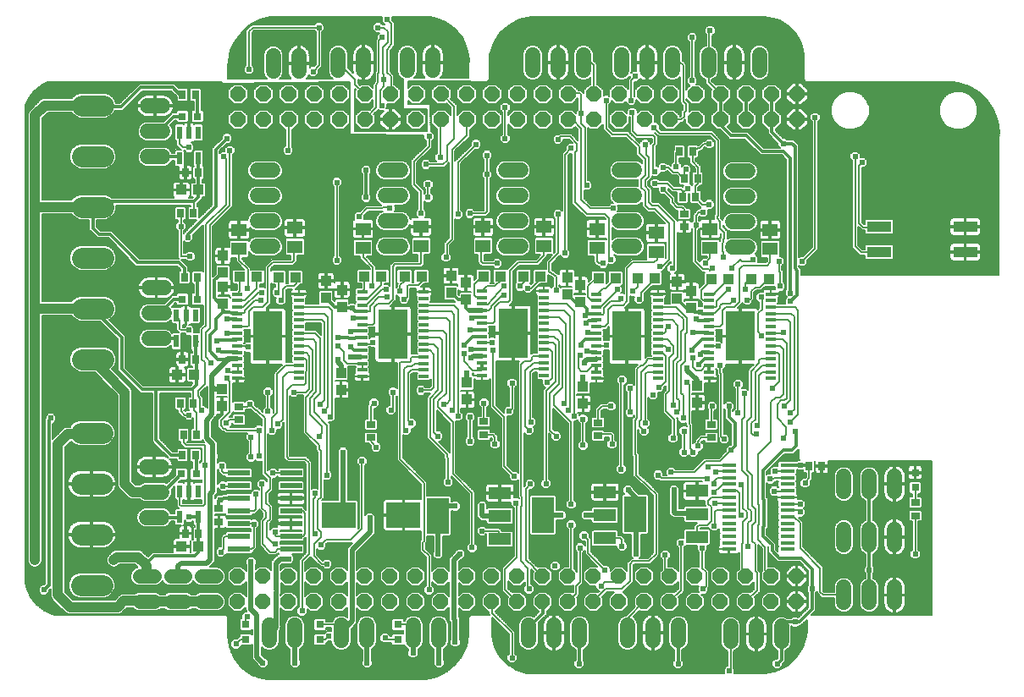
<source format=gtl>
G75*
G70*
%OFA0B0*%
%FSLAX24Y24*%
%IPPOS*%
%LPD*%
%AMOC8*
5,1,8,0,0,1.08239X$1,22.5*
%
%ADD10OC8,0.0600*%
%ADD11C,0.0600*%
%ADD12R,0.0394X0.0138*%
%ADD13R,0.1181X0.1969*%
%ADD14R,0.0433X0.0394*%
%ADD15R,0.0591X0.0512*%
%ADD16R,0.0315X0.0315*%
%ADD17R,0.0880X0.0480*%
%ADD18R,0.0866X0.1417*%
%ADD19R,0.0276X0.0354*%
%ADD20R,0.0220X0.0500*%
%ADD21R,0.0580X0.0140*%
%ADD22C,0.0560*%
%ADD23R,0.0394X0.0433*%
%ADD24R,0.0354X0.0276*%
%ADD25C,0.0825*%
%ADD26R,0.0961X0.0445*%
%ADD27R,0.0866X0.0236*%
%ADD28R,0.1378X0.0984*%
%ADD29C,0.0060*%
%ADD30C,0.0238*%
%ADD31C,0.0118*%
%ADD32C,0.0197*%
%ADD33C,0.0394*%
%ADD34C,0.0356*%
D10*
X009831Y006776D03*
X010831Y006776D03*
X011831Y006776D03*
X012831Y006776D03*
X013831Y006776D03*
X014831Y006776D03*
X015831Y006776D03*
X016831Y006776D03*
X017831Y006776D03*
X018831Y006776D03*
X019831Y006776D03*
X020831Y006776D03*
X021831Y006776D03*
X022831Y006776D03*
X023831Y006776D03*
X024831Y006776D03*
X025831Y006776D03*
X026831Y006776D03*
X027831Y006776D03*
X028831Y006776D03*
X029831Y006776D03*
X030831Y006776D03*
X031831Y006776D03*
X031831Y007776D03*
X030831Y007776D03*
X029831Y007776D03*
X028831Y007776D03*
X027831Y007776D03*
X026831Y007776D03*
X025831Y007776D03*
X024831Y007776D03*
X023831Y007776D03*
X022831Y007776D03*
X021831Y007776D03*
X020831Y007776D03*
X019831Y007776D03*
X018831Y007776D03*
X017831Y007776D03*
X016831Y007776D03*
X015831Y007776D03*
X014831Y007776D03*
X013831Y007776D03*
X012831Y007776D03*
X011831Y007776D03*
X010831Y007776D03*
X009831Y007776D03*
X009846Y025776D03*
X009846Y026776D03*
X010846Y026776D03*
X011846Y026776D03*
X011846Y025776D03*
X010846Y025776D03*
X012846Y025776D03*
X013846Y025776D03*
X013846Y026776D03*
X012846Y026776D03*
X014846Y026776D03*
X015846Y026776D03*
X015846Y025776D03*
X014846Y025776D03*
X016846Y025776D03*
X017846Y025776D03*
X017846Y026776D03*
X016846Y026776D03*
X018846Y026776D03*
X019846Y026776D03*
X019846Y025776D03*
X018846Y025776D03*
X020846Y025776D03*
X021846Y025776D03*
X021846Y026776D03*
X020846Y026776D03*
X022846Y026776D03*
X023846Y026776D03*
X023846Y025776D03*
X022846Y025776D03*
X024846Y025776D03*
X025846Y025776D03*
X025846Y026776D03*
X024846Y026776D03*
X026846Y026776D03*
X027846Y026776D03*
X027846Y025776D03*
X026846Y025776D03*
X028846Y025776D03*
X029846Y025776D03*
X030846Y025776D03*
X030846Y026776D03*
X029846Y026776D03*
X028846Y026776D03*
X031846Y026776D03*
X031846Y025776D03*
D11*
X030374Y027724D02*
X030374Y028324D01*
X029374Y028324D02*
X029374Y027724D01*
X028374Y027724D02*
X028374Y028324D01*
X026949Y028324D02*
X026949Y027724D01*
X025949Y027724D02*
X025949Y028324D01*
X024949Y028324D02*
X024949Y027724D01*
X023445Y027724D02*
X023445Y028324D01*
X022445Y028324D02*
X022445Y027724D01*
X021445Y027724D02*
X021445Y028324D01*
X017512Y028324D02*
X017512Y027724D01*
X016512Y027724D02*
X016512Y028324D01*
X014795Y028324D02*
X014795Y027724D01*
X013795Y027724D02*
X013795Y028324D01*
X012236Y028285D02*
X012236Y027685D01*
X011236Y027685D02*
X011236Y028285D01*
X006894Y026308D02*
X006294Y026308D01*
X006294Y025308D02*
X006894Y025308D01*
X006894Y024308D02*
X006294Y024308D01*
X010609Y023776D02*
X011209Y023776D01*
X011209Y022776D02*
X010609Y022776D01*
X010609Y021776D02*
X011209Y021776D01*
X011209Y020776D02*
X010609Y020776D01*
X006934Y019142D02*
X006334Y019142D01*
X006334Y018142D02*
X006934Y018142D01*
X006934Y017142D02*
X006334Y017142D01*
X006255Y012095D02*
X006855Y012095D01*
X006855Y011095D02*
X006255Y011095D01*
X006255Y010095D02*
X006855Y010095D01*
X011079Y005844D02*
X011079Y005244D01*
X012079Y005244D02*
X012079Y005844D01*
X013913Y005844D02*
X013913Y005244D01*
X014913Y005244D02*
X014913Y005844D01*
X016748Y005844D02*
X016748Y005244D01*
X017748Y005244D02*
X017748Y005844D01*
X021287Y005844D02*
X021287Y005244D01*
X022287Y005244D02*
X022287Y005844D01*
X023287Y005844D02*
X023287Y005244D01*
X025185Y005244D02*
X025185Y005844D01*
X026185Y005844D02*
X026185Y005244D01*
X027185Y005244D02*
X027185Y005844D01*
X029240Y005805D02*
X029240Y005205D01*
X030240Y005205D02*
X030240Y005805D01*
X031240Y005805D02*
X031240Y005205D01*
X033689Y006740D02*
X033689Y007340D01*
X034689Y007340D02*
X034689Y006740D01*
X035689Y006740D02*
X035689Y007340D01*
X035689Y009023D02*
X035689Y009623D01*
X034689Y009623D02*
X034689Y009023D01*
X033689Y009023D02*
X033689Y009623D01*
X033689Y011110D02*
X033689Y011710D01*
X034689Y011710D02*
X034689Y011110D01*
X035689Y011110D02*
X035689Y011710D01*
X029910Y020737D02*
X029310Y020737D01*
X029310Y021737D02*
X029910Y021737D01*
X029910Y022737D02*
X029310Y022737D01*
X029310Y023737D02*
X029910Y023737D01*
X025461Y023776D02*
X024861Y023776D01*
X024861Y022776D02*
X025461Y022776D01*
X025461Y021776D02*
X024861Y021776D01*
X024861Y020776D02*
X025461Y020776D01*
X020973Y020776D02*
X020373Y020776D01*
X020373Y021776D02*
X020973Y021776D01*
X020973Y022776D02*
X020373Y022776D01*
X020373Y023776D02*
X020973Y023776D01*
X016249Y023776D02*
X015649Y023776D01*
X015649Y022776D02*
X016249Y022776D01*
X016249Y021776D02*
X015649Y021776D01*
X015649Y020776D02*
X016249Y020776D01*
D12*
X017164Y018979D03*
X017164Y018723D03*
X017164Y018467D03*
X017164Y018211D03*
X017164Y017955D03*
X017164Y017699D03*
X017164Y017444D03*
X017164Y017188D03*
X017164Y016932D03*
X017164Y016676D03*
X017164Y016420D03*
X017164Y016164D03*
X017164Y015908D03*
X017164Y015652D03*
X019458Y015692D03*
X019458Y015947D03*
X019458Y016203D03*
X019458Y016459D03*
X019458Y016715D03*
X019458Y016971D03*
X019458Y017227D03*
X019458Y017483D03*
X019458Y017739D03*
X019458Y017995D03*
X019458Y018251D03*
X019458Y018507D03*
X019458Y018762D03*
X019458Y019018D03*
X021889Y019018D03*
X021889Y018762D03*
X021889Y018507D03*
X021889Y018251D03*
X021889Y017995D03*
X021889Y017739D03*
X021889Y017483D03*
X021889Y017227D03*
X021889Y016971D03*
X021889Y016715D03*
X021889Y016459D03*
X021889Y016203D03*
X021889Y015947D03*
X021889Y015692D03*
X023946Y015573D03*
X023946Y015829D03*
X023946Y016085D03*
X023946Y016341D03*
X023946Y016597D03*
X023946Y016853D03*
X023946Y017109D03*
X023946Y017365D03*
X023946Y017621D03*
X023946Y017877D03*
X023946Y018133D03*
X023946Y018388D03*
X023946Y018644D03*
X023946Y018900D03*
X026377Y018900D03*
X026377Y018644D03*
X026377Y018388D03*
X026377Y018133D03*
X026377Y017877D03*
X026377Y017621D03*
X026377Y017365D03*
X026377Y017109D03*
X026377Y016853D03*
X026377Y016597D03*
X026377Y016341D03*
X026377Y016085D03*
X026377Y015829D03*
X026377Y015573D03*
X028395Y015573D03*
X028395Y015829D03*
X028395Y016085D03*
X028395Y016341D03*
X028395Y016597D03*
X028395Y016853D03*
X028395Y017109D03*
X028395Y017365D03*
X028395Y017621D03*
X028395Y017877D03*
X028395Y018133D03*
X028395Y018388D03*
X028395Y018644D03*
X028395Y018900D03*
X030826Y018900D03*
X030826Y018644D03*
X030826Y018388D03*
X030826Y018133D03*
X030826Y017877D03*
X030826Y017621D03*
X030826Y017365D03*
X030826Y017109D03*
X030826Y016853D03*
X030826Y016597D03*
X030826Y016341D03*
X030826Y016085D03*
X030826Y015829D03*
X030826Y015573D03*
X014733Y015652D03*
X014733Y015908D03*
X014733Y016164D03*
X014733Y016420D03*
X014733Y016676D03*
X014733Y016932D03*
X014733Y017188D03*
X014733Y017444D03*
X014733Y017699D03*
X014733Y017955D03*
X014733Y018211D03*
X014733Y018467D03*
X014733Y018723D03*
X014733Y018979D03*
X012243Y018900D03*
X012243Y018644D03*
X012243Y018388D03*
X012243Y018133D03*
X012243Y017877D03*
X012243Y017621D03*
X012243Y017365D03*
X012243Y017109D03*
X012243Y016853D03*
X012243Y016597D03*
X012243Y016341D03*
X012243Y016085D03*
X012243Y015829D03*
X012243Y015573D03*
X009812Y015573D03*
X009812Y015829D03*
X009812Y016085D03*
X009812Y016341D03*
X009812Y016597D03*
X009812Y016853D03*
X009812Y017109D03*
X009812Y017365D03*
X009812Y017621D03*
X009812Y017877D03*
X009812Y018133D03*
X009812Y018388D03*
X009812Y018644D03*
X009812Y018900D03*
D13*
X011027Y017237D03*
X015949Y017316D03*
X020673Y017355D03*
X025161Y017237D03*
X029610Y017237D03*
D14*
X029157Y019481D03*
X028488Y019481D03*
X030063Y019481D03*
X030732Y019481D03*
X026244Y019520D03*
X025575Y019520D03*
X024709Y019520D03*
X024039Y019520D03*
X021756Y019599D03*
X021086Y019599D03*
X020181Y019599D03*
X019512Y019599D03*
X017071Y019599D03*
X016401Y019599D03*
X015496Y019599D03*
X014827Y019599D03*
X012110Y019560D03*
X011441Y019560D03*
X010594Y019579D03*
X009925Y019579D03*
X008291Y023005D03*
X007622Y023005D03*
X007460Y015717D03*
X008130Y015717D03*
X008295Y008949D03*
X007626Y008949D03*
D15*
X009886Y020682D03*
X009886Y021430D03*
X012090Y021509D03*
X012090Y020760D03*
X014768Y020721D03*
X014768Y021469D03*
X017051Y021548D03*
X017051Y020800D03*
X019492Y020800D03*
X019492Y021548D03*
X021894Y021548D03*
X021894Y020800D03*
X023980Y020721D03*
X023980Y021469D03*
X026303Y021312D03*
X026303Y020564D03*
X028429Y020721D03*
X028429Y021469D03*
X030791Y021430D03*
X030791Y020682D03*
D16*
X036500Y011863D03*
X036500Y011272D03*
X016146Y005879D03*
X016146Y005288D03*
X013075Y005288D03*
X013075Y005879D03*
X010161Y005879D03*
X010161Y005288D03*
X008212Y011804D03*
X007622Y011804D03*
X007661Y018694D03*
X008252Y018694D03*
X008252Y025898D03*
X007661Y025898D03*
D17*
X024295Y011099D03*
X024295Y010190D03*
X024295Y009280D03*
X027917Y009319D03*
X027917Y010229D03*
X027917Y011139D03*
X020161Y011060D03*
X020161Y010150D03*
X020161Y009240D03*
D18*
X021855Y010190D03*
X025477Y010229D03*
X017721Y010150D03*
D19*
X008295Y009469D03*
X007783Y009469D03*
X007661Y012552D03*
X008173Y012552D03*
X008212Y013339D03*
X007701Y013339D03*
X007583Y014599D03*
X008094Y014599D03*
X008173Y016331D03*
X007661Y016331D03*
X007740Y019560D03*
X008252Y019560D03*
X008094Y022079D03*
X007583Y022079D03*
X007779Y023686D03*
X008291Y023686D03*
X008173Y026764D03*
X007661Y026764D03*
X027228Y024520D03*
X027740Y024520D03*
X027937Y023457D03*
X027425Y023457D03*
X027346Y022729D03*
X027858Y022729D03*
X032315Y012111D03*
X032827Y012111D03*
D20*
X008287Y011133D03*
X007917Y011133D03*
X007547Y011133D03*
X007547Y010113D03*
X008287Y010113D03*
X008169Y017042D03*
X007429Y017042D03*
X007429Y018062D03*
X007799Y018062D03*
X008169Y018062D03*
X008287Y024247D03*
X007547Y024247D03*
X007547Y025267D03*
X007917Y025267D03*
X008287Y025267D03*
D21*
X029169Y012165D03*
X029169Y011915D03*
X029169Y011655D03*
X029169Y011405D03*
X029169Y011145D03*
X029169Y010885D03*
X029169Y010635D03*
X029169Y010375D03*
X029169Y010125D03*
X029169Y009865D03*
X029169Y009605D03*
X029169Y009355D03*
X029169Y009095D03*
X029169Y008845D03*
X031469Y008845D03*
X031469Y009095D03*
X031469Y009355D03*
X031469Y009605D03*
X031469Y009865D03*
X031469Y010125D03*
X031469Y010375D03*
X031469Y010635D03*
X031469Y010885D03*
X031469Y011145D03*
X031469Y011405D03*
X031469Y011655D03*
X031469Y011915D03*
X031469Y012165D03*
D22*
X008985Y007776D02*
X008425Y007776D01*
X007764Y007776D02*
X007204Y007776D01*
X006544Y007776D02*
X005984Y007776D01*
X005984Y006776D02*
X006544Y006776D01*
X007204Y006776D02*
X007764Y006776D01*
X008425Y006776D02*
X008985Y006776D01*
D23*
X009216Y014501D03*
X009216Y015170D03*
X009256Y018516D03*
X009256Y019186D03*
X009256Y019737D03*
X009256Y020406D03*
X013311Y019422D03*
X013941Y019068D03*
X013311Y018753D03*
X013941Y018398D03*
X013901Y015800D03*
X013901Y015131D03*
X018232Y018949D03*
X018823Y018674D03*
X018823Y019343D03*
X018232Y019619D03*
X022799Y019540D03*
X023311Y019264D03*
X022799Y018871D03*
X023311Y018595D03*
X027130Y018713D03*
X027681Y019028D03*
X027130Y019383D03*
X027681Y018359D03*
X027917Y015288D03*
X027917Y014619D03*
X023429Y014579D03*
X023429Y015249D03*
X018862Y015406D03*
X018862Y014737D03*
D24*
X019531Y013871D03*
X019531Y013359D03*
X015083Y013241D03*
X015083Y013753D03*
X009886Y013949D03*
X009886Y014461D03*
X009098Y010446D03*
X009098Y009934D03*
X024020Y013320D03*
X024020Y013831D03*
X028468Y013753D03*
X028468Y013241D03*
X036500Y010682D03*
X036500Y010170D03*
X027405Y021548D03*
X027405Y022060D03*
D25*
X004542Y022331D02*
X003717Y022331D01*
X003717Y020331D02*
X004542Y020331D01*
X004542Y018331D02*
X003717Y018331D01*
X003717Y016331D02*
X004542Y016331D01*
X004503Y013426D02*
X003678Y013426D01*
X003678Y011426D02*
X004503Y011426D01*
X004503Y009426D02*
X003678Y009426D01*
X003678Y007426D02*
X004503Y007426D01*
X004542Y024331D02*
X003717Y024331D01*
X003717Y026331D02*
X004542Y026331D01*
D26*
X035083Y021556D03*
X035083Y020556D03*
X038468Y020556D03*
X038468Y021556D03*
D27*
X011933Y011847D03*
X011933Y011347D03*
X011933Y010847D03*
X011933Y010347D03*
X011933Y009847D03*
X011933Y009347D03*
X011933Y008847D03*
X009886Y008847D03*
X009886Y009347D03*
X009886Y009847D03*
X009886Y010347D03*
X009886Y010847D03*
X009886Y011347D03*
X009886Y011847D03*
D28*
X013803Y010190D03*
X016362Y010190D03*
D29*
X002433Y006333D02*
X002248Y006424D01*
X002077Y006539D01*
X001922Y006674D01*
X001786Y006829D01*
X001671Y007001D01*
X001580Y007185D01*
X001514Y007380D01*
X001474Y007582D01*
X001472Y007607D01*
X001472Y026254D01*
X001498Y026351D01*
X001579Y026546D01*
X001687Y026726D01*
X001820Y026890D01*
X001975Y027033D01*
X002149Y027153D01*
X002338Y027246D01*
X002394Y027264D01*
X009216Y027264D01*
X009216Y027197D01*
X014256Y027237D01*
X014256Y025190D01*
X017157Y025154D01*
X017157Y025024D01*
X017246Y024935D01*
X017246Y024767D01*
X016655Y024176D01*
X016655Y024077D01*
X016655Y023171D01*
X016726Y023101D01*
X016931Y022896D01*
X016931Y022255D01*
X016842Y022166D01*
X016842Y021993D01*
X016901Y021934D01*
X016739Y021934D01*
X016706Y021925D01*
X016676Y021908D01*
X016652Y021884D01*
X016637Y021858D01*
X016579Y021997D01*
X016470Y022107D01*
X016326Y022166D01*
X016016Y022166D01*
X016040Y022190D01*
X016040Y022363D01*
X016016Y022386D01*
X016326Y022386D01*
X016470Y022446D01*
X016579Y022555D01*
X016639Y022699D01*
X016639Y022854D01*
X016579Y022997D01*
X016470Y023107D01*
X016326Y023166D01*
X015571Y023166D01*
X015428Y023107D01*
X015318Y022997D01*
X015259Y022854D01*
X015259Y022699D01*
X015318Y022555D01*
X015428Y022446D01*
X015490Y022420D01*
X015466Y022396D01*
X014875Y022396D01*
X014805Y022326D01*
X014649Y022170D01*
X014523Y022170D01*
X014401Y022048D01*
X014401Y021875D01*
X014428Y021848D01*
X014422Y021846D01*
X014392Y021829D01*
X014368Y021805D01*
X014351Y021775D01*
X014342Y021742D01*
X014342Y021499D01*
X014737Y021499D01*
X014737Y021439D01*
X014342Y021439D01*
X014342Y021196D01*
X014351Y021163D01*
X014368Y021133D01*
X014392Y021109D01*
X014422Y021092D01*
X014455Y021083D01*
X014738Y021083D01*
X014738Y021439D01*
X014797Y021439D01*
X014797Y021083D01*
X015080Y021083D01*
X015113Y021092D01*
X015143Y021109D01*
X015167Y021133D01*
X015184Y021163D01*
X015193Y021196D01*
X015193Y021439D01*
X014798Y021439D01*
X014798Y021499D01*
X015193Y021499D01*
X015193Y021742D01*
X015184Y021775D01*
X015167Y021805D01*
X015143Y021829D01*
X015113Y021846D01*
X015080Y021855D01*
X014799Y021855D01*
X014819Y021875D01*
X014819Y022001D01*
X014975Y022156D01*
X015466Y022156D01*
X015547Y022156D01*
X015428Y022107D01*
X015318Y021997D01*
X015259Y021854D01*
X015259Y021699D01*
X015318Y021555D01*
X015428Y021446D01*
X015571Y021386D01*
X016326Y021386D01*
X016470Y021446D01*
X016579Y021555D01*
X016626Y021668D01*
X016626Y021578D01*
X017021Y021578D01*
X017021Y021518D01*
X016626Y021518D01*
X016626Y021275D01*
X016635Y021242D01*
X016652Y021212D01*
X016676Y021188D01*
X016706Y021171D01*
X016739Y021162D01*
X017021Y021162D01*
X017021Y021518D01*
X017081Y021518D01*
X017081Y021578D01*
X017476Y021578D01*
X017476Y021821D01*
X017467Y021854D01*
X017450Y021884D01*
X017426Y021908D01*
X017396Y021925D01*
X017363Y021934D01*
X017201Y021934D01*
X017260Y021993D01*
X017260Y022166D01*
X017171Y022255D01*
X017171Y022569D01*
X017240Y022500D01*
X017413Y022500D01*
X017536Y022623D01*
X017536Y022796D01*
X017447Y022885D01*
X017447Y023045D01*
X017536Y023134D01*
X017536Y023308D01*
X017413Y023430D01*
X017240Y023430D01*
X017118Y023308D01*
X017118Y023134D01*
X017207Y023045D01*
X017207Y022885D01*
X017171Y022849D01*
X017171Y022995D01*
X017101Y023065D01*
X016895Y023271D01*
X016895Y024077D01*
X017486Y024667D01*
X017486Y024767D01*
X017486Y024935D01*
X017575Y025024D01*
X017575Y025197D01*
X017453Y025320D01*
X017439Y025320D01*
X017405Y026371D01*
X016539Y026371D01*
X016539Y026532D01*
X016685Y026386D01*
X017008Y026386D01*
X017236Y026615D01*
X017236Y026938D01*
X017008Y027166D01*
X016685Y027166D01*
X016539Y027021D01*
X016539Y027276D01*
X018993Y027276D01*
X019005Y027264D01*
X019556Y027264D01*
X019664Y027264D01*
X019740Y027340D01*
X019740Y028099D01*
X019765Y028332D01*
X019905Y028781D01*
X020156Y029178D01*
X020502Y029496D01*
X020919Y029715D01*
X021377Y029818D01*
X021608Y029823D01*
X021616Y029823D01*
X021666Y029821D01*
X021669Y029823D01*
X030551Y029823D01*
X030762Y029802D01*
X031167Y029679D01*
X031527Y029455D01*
X031816Y029145D01*
X032015Y028772D01*
X032111Y028359D01*
X032118Y028149D01*
X032118Y028144D01*
X032116Y028093D01*
X032118Y028091D01*
X032118Y027448D01*
X032118Y027340D01*
X032194Y027264D01*
X037949Y027264D01*
X038172Y027231D01*
X038607Y027089D01*
X039000Y026854D01*
X039330Y026538D01*
X039582Y026155D01*
X039742Y025727D01*
X039804Y025273D01*
X039797Y025088D01*
X039795Y025086D01*
X039795Y025038D01*
X039791Y024990D01*
X039795Y024985D01*
X039795Y019650D01*
X032105Y019650D01*
X032003Y019650D01*
X032003Y019774D01*
X032003Y019897D01*
X031924Y019976D01*
X031924Y020021D01*
X031964Y019981D01*
X032138Y019981D01*
X032260Y020103D01*
X032260Y020229D01*
X032612Y020581D01*
X032613Y020581D01*
X032683Y020652D01*
X032683Y025683D01*
X032772Y025772D01*
X032772Y025945D01*
X032649Y026068D01*
X032476Y026068D01*
X032354Y025945D01*
X032354Y025772D01*
X032443Y025683D01*
X032443Y020751D01*
X032090Y020399D01*
X031964Y020399D01*
X031924Y020359D01*
X031924Y024655D01*
X031924Y024779D01*
X031719Y024984D01*
X031596Y024984D01*
X031450Y024984D01*
X031390Y025044D01*
X031305Y025044D01*
X030999Y025350D01*
X030999Y025386D01*
X031008Y025386D01*
X031236Y025615D01*
X031236Y025938D01*
X031008Y026166D01*
X030999Y026166D01*
X030999Y026386D01*
X031008Y026386D01*
X031236Y026615D01*
X031236Y026938D01*
X031008Y027166D01*
X030685Y027166D01*
X030456Y026938D01*
X030456Y026615D01*
X030685Y026386D01*
X030701Y026386D01*
X030701Y026166D01*
X030685Y026166D01*
X030456Y025938D01*
X030456Y025615D01*
X030685Y025386D01*
X030701Y025386D01*
X030701Y025350D01*
X030701Y025226D01*
X031094Y024834D01*
X031094Y024749D01*
X031173Y024669D01*
X030538Y024669D01*
X029908Y025299D01*
X029785Y025299D01*
X029317Y025299D01*
X029119Y025498D01*
X029236Y025615D01*
X029236Y025938D01*
X029008Y026166D01*
X028995Y026166D01*
X028995Y026386D01*
X029008Y026386D01*
X029236Y026615D01*
X029236Y026938D01*
X029008Y027166D01*
X028685Y027166D01*
X028655Y027137D01*
X028494Y027298D01*
X028494Y027352D01*
X028595Y027394D01*
X028704Y027503D01*
X028764Y027647D01*
X028764Y028402D01*
X028704Y028545D01*
X028595Y028655D01*
X028510Y028690D01*
X028510Y029075D01*
X028516Y029075D01*
X028638Y029197D01*
X028638Y029371D01*
X028516Y029493D01*
X028342Y029493D01*
X028220Y029371D01*
X028220Y029197D01*
X028270Y029148D01*
X028270Y028703D01*
X028153Y028655D01*
X028043Y028545D01*
X027984Y028402D01*
X027984Y027647D01*
X028043Y027503D01*
X028153Y027394D01*
X028254Y027352D01*
X028254Y027298D01*
X028254Y027199D01*
X028486Y026967D01*
X028456Y026938D01*
X028456Y026615D01*
X028685Y026386D01*
X028697Y026386D01*
X028697Y026166D01*
X028685Y026166D01*
X028456Y025938D01*
X028456Y025615D01*
X028685Y025386D01*
X028809Y025386D01*
X029107Y025088D01*
X029194Y025001D01*
X029785Y025001D01*
X030414Y024371D01*
X030538Y024371D01*
X031241Y024371D01*
X031430Y024183D01*
X031430Y019076D01*
X031370Y019016D01*
X031370Y018843D01*
X031440Y018772D01*
X031370Y018701D01*
X031370Y018528D01*
X031389Y018508D01*
X031099Y018508D01*
X031091Y018516D01*
X031112Y018538D01*
X031112Y018737D01*
X031126Y018751D01*
X031144Y018781D01*
X031152Y018814D01*
X031152Y018896D01*
X030830Y018896D01*
X030830Y018905D01*
X030821Y018905D01*
X030821Y019099D01*
X030612Y019099D01*
X030579Y019090D01*
X030549Y019073D01*
X030525Y019049D01*
X030508Y019019D01*
X030499Y018986D01*
X030499Y018981D01*
X030350Y018981D01*
X030228Y018859D01*
X030228Y018686D01*
X030350Y018563D01*
X030356Y018563D01*
X030356Y018349D01*
X030306Y018299D01*
X030305Y018301D01*
X030280Y018325D01*
X030251Y018342D01*
X030218Y018351D01*
X029640Y018351D01*
X029640Y017267D01*
X029580Y017267D01*
X029580Y018351D01*
X029516Y018351D01*
X029620Y018455D01*
X029691Y018526D01*
X029691Y018554D01*
X029799Y018445D01*
X029972Y018445D01*
X030095Y018568D01*
X030095Y018615D01*
X030163Y018683D01*
X030163Y018959D01*
X030250Y019046D01*
X030348Y019046D01*
X030447Y019046D01*
X030595Y019194D01*
X030976Y019194D01*
X030976Y019119D01*
X030996Y019099D01*
X030830Y019099D01*
X030830Y018905D01*
X031152Y018905D01*
X031152Y018986D01*
X031150Y018996D01*
X031271Y018996D01*
X031394Y019119D01*
X031394Y019292D01*
X031305Y019381D01*
X031305Y019806D01*
X031265Y019846D01*
X031265Y020014D01*
X031355Y020103D01*
X031355Y020276D01*
X031232Y020399D01*
X031176Y020399D01*
X031176Y020975D01*
X031124Y021028D01*
X030459Y021028D01*
X030406Y020975D01*
X030406Y020389D01*
X030459Y020336D01*
X030671Y020336D01*
X030671Y020200D01*
X030623Y020152D01*
X030301Y020152D01*
X030331Y020182D01*
X030331Y020355D01*
X030208Y020477D01*
X030202Y020477D01*
X030241Y020516D01*
X030300Y020659D01*
X030300Y020814D01*
X030241Y020958D01*
X030131Y021067D01*
X029988Y021127D01*
X029232Y021127D01*
X029100Y021072D01*
X029100Y021282D01*
X029100Y021381D01*
X028943Y021539D01*
X028943Y021605D01*
X028979Y021516D01*
X029089Y021406D01*
X029232Y021347D01*
X029988Y021347D01*
X030131Y021406D01*
X030241Y021516D01*
X030300Y021659D01*
X030300Y021814D01*
X030241Y021958D01*
X030131Y022067D01*
X029988Y022127D01*
X029232Y022127D01*
X029089Y022067D01*
X028864Y022067D01*
X028864Y022125D02*
X029229Y022125D01*
X029089Y022067D02*
X028979Y021958D01*
X028927Y021830D01*
X028835Y021922D01*
X028864Y021951D01*
X028864Y024904D01*
X028864Y025003D01*
X028588Y025279D01*
X028518Y025349D01*
X026510Y025349D01*
X026433Y025426D01*
X026433Y025552D01*
X026311Y025674D01*
X026236Y025674D01*
X026236Y025938D01*
X026008Y026166D01*
X025685Y026166D01*
X025567Y026049D01*
X025567Y026142D01*
X025445Y026265D01*
X025271Y026265D01*
X025149Y026142D01*
X025149Y026025D01*
X025008Y026166D01*
X024685Y026166D01*
X024456Y025938D01*
X024456Y025615D01*
X024685Y025386D01*
X025008Y025386D01*
X025236Y025615D01*
X025236Y025882D01*
X025271Y025847D01*
X025277Y025847D01*
X025277Y025258D01*
X025348Y025188D01*
X025505Y025030D01*
X025605Y025030D01*
X026135Y025030D01*
X026144Y025022D01*
X026144Y024885D01*
X026079Y024820D01*
X026079Y024882D01*
X025956Y025005D01*
X025783Y025005D01*
X025661Y024882D01*
X025661Y024860D01*
X025281Y025239D01*
X025211Y025310D01*
X024620Y025310D01*
X024454Y025475D01*
X024454Y026353D01*
X024544Y026442D01*
X024544Y026528D01*
X024685Y026386D01*
X025008Y026386D01*
X025110Y026488D01*
X025110Y026442D01*
X025232Y026319D01*
X025405Y026319D01*
X025528Y026442D01*
X025528Y026543D01*
X025685Y026386D01*
X026008Y026386D01*
X026236Y026615D01*
X026236Y026938D01*
X026008Y027166D01*
X025685Y027166D01*
X025456Y026938D01*
X025456Y026686D01*
X025439Y026704D01*
X025439Y027264D01*
X025563Y027264D01*
X025684Y027385D01*
X025723Y027356D01*
X025784Y027326D01*
X025848Y027305D01*
X025915Y027294D01*
X025919Y027294D01*
X025919Y027994D01*
X025979Y027994D01*
X025979Y028054D01*
X026379Y028054D01*
X026379Y028358D01*
X026368Y028425D01*
X026347Y028489D01*
X026316Y028550D01*
X026277Y028604D01*
X026229Y028652D01*
X026174Y028692D01*
X026114Y028723D01*
X026049Y028744D01*
X025983Y028754D01*
X025979Y028754D01*
X025979Y028054D01*
X025919Y028054D01*
X025919Y028754D01*
X025915Y028754D01*
X025848Y028744D01*
X025784Y028723D01*
X025723Y028692D01*
X025669Y028652D01*
X025621Y028604D01*
X025581Y028550D01*
X025550Y028489D01*
X025529Y028425D01*
X025519Y028358D01*
X025519Y028054D01*
X025918Y028054D01*
X025918Y027994D01*
X025519Y027994D01*
X025519Y027690D01*
X025520Y027682D01*
X025390Y027682D01*
X025328Y027620D01*
X025339Y027647D01*
X025339Y028402D01*
X025279Y028545D01*
X025170Y028655D01*
X025026Y028714D01*
X024871Y028714D01*
X024728Y028655D01*
X024618Y028545D01*
X024559Y028402D01*
X024559Y027647D01*
X024618Y027503D01*
X024728Y027394D01*
X024871Y027334D01*
X025026Y027334D01*
X025170Y027394D01*
X025228Y027394D01*
X025199Y027365D02*
X025199Y026975D01*
X025008Y027166D01*
X024685Y027166D01*
X024456Y026938D01*
X024456Y026702D01*
X024421Y026737D01*
X024248Y026737D01*
X024236Y026726D01*
X024236Y026938D01*
X024008Y027166D01*
X023966Y027166D01*
X023966Y027872D01*
X023966Y027972D01*
X023864Y028074D01*
X023835Y028103D01*
X023835Y028402D01*
X023775Y028545D01*
X023666Y028655D01*
X023522Y028714D01*
X023367Y028714D01*
X023224Y028655D01*
X023114Y028545D01*
X023055Y028402D01*
X023055Y027647D01*
X023114Y027503D01*
X023224Y027394D01*
X023367Y027334D01*
X023522Y027334D01*
X023666Y027394D01*
X023726Y027394D01*
X023726Y027336D02*
X023526Y027336D01*
X023666Y027394D02*
X023726Y027454D01*
X023726Y027166D01*
X023685Y027166D01*
X023456Y026938D01*
X023456Y026828D01*
X023431Y026853D01*
X023431Y026853D01*
X023361Y026924D01*
X023236Y026924D01*
X023236Y026938D01*
X023008Y027166D01*
X022685Y027166D01*
X022456Y026938D01*
X022456Y026615D01*
X022685Y026386D01*
X023008Y026386D01*
X023230Y026609D01*
X023230Y026192D01*
X023141Y026103D01*
X023141Y026033D01*
X023008Y026166D01*
X022685Y026166D01*
X022456Y025938D01*
X022456Y025615D01*
X022685Y025386D01*
X023008Y025386D01*
X023114Y025492D01*
X023230Y025376D01*
X023230Y024967D01*
X023037Y025161D01*
X022967Y025231D01*
X022613Y025231D01*
X022513Y025231D01*
X022484Y025202D01*
X022358Y025202D01*
X022236Y025079D01*
X022236Y024906D01*
X022358Y024784D01*
X022531Y024784D01*
X022654Y024906D01*
X022654Y024991D01*
X022867Y024991D01*
X023011Y024847D01*
X022870Y024847D01*
X022747Y024725D01*
X022747Y024599D01*
X022600Y024452D01*
X022600Y024352D01*
X022600Y022180D01*
X022531Y022249D01*
X022358Y022249D01*
X022236Y022127D01*
X022236Y021953D01*
X022325Y021864D01*
X022325Y020554D01*
X022279Y020508D01*
X022279Y021093D01*
X022226Y021146D01*
X021561Y021146D01*
X021508Y021093D01*
X021508Y020507D01*
X021561Y020454D01*
X021752Y020454D01*
X021568Y020270D01*
X020820Y020270D01*
X020750Y020200D01*
X020435Y019885D01*
X020435Y019886D01*
X019927Y019886D01*
X019874Y019833D01*
X019874Y019365D01*
X019914Y019325D01*
X019779Y019325D01*
X019818Y019365D01*
X019818Y019833D01*
X019765Y019886D01*
X019258Y019886D01*
X019205Y019833D01*
X019205Y019521D01*
X019149Y019466D01*
X019149Y019577D01*
X019141Y019610D01*
X019124Y019639D01*
X019099Y019664D01*
X019070Y019681D01*
X019037Y019690D01*
X018853Y019690D01*
X018853Y019373D01*
X018793Y019373D01*
X018793Y019690D01*
X018609Y019690D01*
X018576Y019681D01*
X018559Y019671D01*
X018559Y019852D01*
X018550Y019885D01*
X018533Y019915D01*
X018509Y019939D01*
X018479Y019956D01*
X018446Y019965D01*
X018262Y019965D01*
X018262Y019649D01*
X018202Y019649D01*
X018202Y019965D01*
X018018Y019965D01*
X017985Y019956D01*
X017955Y019939D01*
X017931Y019915D01*
X017914Y019885D01*
X017905Y019852D01*
X017905Y019649D01*
X018202Y019649D01*
X018202Y019589D01*
X017905Y019589D01*
X017905Y019385D01*
X017914Y019352D01*
X017931Y019322D01*
X017955Y019298D01*
X017985Y019281D01*
X018018Y019272D01*
X018202Y019272D01*
X018202Y019589D01*
X018262Y019589D01*
X018262Y019272D01*
X018446Y019272D01*
X018479Y019281D01*
X018496Y019291D01*
X018496Y019226D01*
X018466Y019256D01*
X017998Y019256D01*
X017945Y019203D01*
X017945Y018696D01*
X017998Y018643D01*
X018328Y018643D01*
X018359Y018612D01*
X018384Y018587D01*
X018291Y018587D01*
X017437Y018587D01*
X017429Y018595D01*
X017451Y018617D01*
X017451Y018816D01*
X017465Y018830D01*
X017482Y018860D01*
X017491Y018893D01*
X017491Y018974D01*
X017169Y018974D01*
X017169Y018983D01*
X017491Y018983D01*
X017491Y019065D01*
X017482Y019098D01*
X017465Y019128D01*
X017441Y019152D01*
X017411Y019169D01*
X017378Y019178D01*
X017169Y019178D01*
X017169Y018984D01*
X017160Y018984D01*
X017160Y019178D01*
X017036Y019178D01*
X017053Y019195D01*
X017170Y019312D01*
X017324Y019312D01*
X017377Y019365D01*
X017377Y019833D01*
X017324Y019886D01*
X016817Y019886D01*
X016764Y019833D01*
X016764Y019365D01*
X016764Y019365D01*
X016708Y019365D01*
X016708Y019833D01*
X016655Y019886D01*
X016148Y019886D01*
X016095Y019833D01*
X016095Y019365D01*
X016135Y019325D01*
X016104Y019294D01*
X016104Y019184D01*
X016069Y019148D01*
X016069Y019943D01*
X016077Y019951D01*
X016962Y019951D01*
X017061Y019951D01*
X017101Y019991D01*
X017171Y020061D01*
X017171Y020454D01*
X017384Y020454D01*
X017436Y020507D01*
X017436Y021093D01*
X017384Y021146D01*
X016718Y021146D01*
X016666Y021093D01*
X016666Y020507D01*
X016718Y020454D01*
X016931Y020454D01*
X016931Y020191D01*
X015978Y020191D01*
X015907Y020121D01*
X015829Y020042D01*
X015829Y019943D01*
X015829Y019227D01*
X015760Y019296D01*
X015616Y019296D01*
X015616Y019312D01*
X015750Y019312D01*
X015802Y019365D01*
X015802Y019833D01*
X015750Y019886D01*
X015281Y019886D01*
X015281Y019904D01*
X015281Y020003D01*
X014909Y020375D01*
X015100Y020375D01*
X015153Y020428D01*
X015153Y021014D01*
X015100Y021067D01*
X014435Y021067D01*
X014382Y021014D01*
X014382Y020428D01*
X014435Y020375D01*
X014648Y020375D01*
X014648Y020297D01*
X014718Y020227D01*
X015041Y019904D01*
X015041Y019886D01*
X014573Y019886D01*
X014520Y019833D01*
X014520Y019365D01*
X014573Y019312D01*
X014707Y019312D01*
X014707Y019138D01*
X014499Y019138D01*
X014446Y019085D01*
X014446Y018873D01*
X014468Y018851D01*
X014446Y018829D01*
X014446Y018617D01*
X014468Y018595D01*
X014446Y018573D01*
X014446Y018523D01*
X014421Y018548D01*
X014248Y018548D01*
X014228Y018528D01*
X014228Y018652D01*
X014175Y018705D01*
X013707Y018705D01*
X013654Y018652D01*
X013654Y018620D01*
X013598Y018677D01*
X013598Y019006D01*
X013545Y019059D01*
X013077Y019059D01*
X013024Y019006D01*
X013024Y018508D01*
X012516Y018508D01*
X012508Y018516D01*
X012530Y018538D01*
X012530Y018737D01*
X012544Y018751D01*
X012561Y018781D01*
X012570Y018814D01*
X012570Y018896D01*
X012248Y018896D01*
X012248Y018905D01*
X012570Y018905D01*
X012570Y018986D01*
X012561Y019019D01*
X012544Y019049D01*
X012520Y019073D01*
X012490Y019090D01*
X012457Y019099D01*
X012247Y019099D01*
X012247Y018905D01*
X012238Y018905D01*
X012238Y018896D01*
X011916Y018896D01*
X011916Y018814D01*
X011925Y018781D01*
X011942Y018751D01*
X011956Y018737D01*
X011956Y018538D01*
X011978Y018516D01*
X011956Y018495D01*
X011956Y018282D01*
X011978Y018260D01*
X011956Y018239D01*
X011956Y018026D01*
X011978Y018005D01*
X011956Y017983D01*
X011956Y017770D01*
X011978Y017749D01*
X011956Y017727D01*
X011956Y017515D01*
X011978Y017493D01*
X011956Y017471D01*
X011956Y017259D01*
X011978Y017237D01*
X011956Y017215D01*
X011956Y017003D01*
X011978Y016981D01*
X011956Y016959D01*
X011956Y016747D01*
X011978Y016725D01*
X011956Y016703D01*
X011956Y016491D01*
X011978Y016469D01*
X011956Y016447D01*
X011748Y016447D01*
X011748Y016505D02*
X011956Y016505D01*
X011956Y016447D02*
X011956Y016235D01*
X011978Y016213D01*
X011970Y016205D01*
X011776Y016205D01*
X011740Y016205D01*
X011748Y016235D01*
X011748Y017207D01*
X011058Y017207D01*
X011058Y017267D01*
X011748Y017267D01*
X011748Y018238D01*
X011739Y018271D01*
X011722Y018301D01*
X011698Y018325D01*
X011668Y018342D01*
X011635Y018351D01*
X011057Y018351D01*
X011057Y017267D01*
X010997Y017267D01*
X010997Y017207D01*
X010307Y017207D01*
X010307Y017013D01*
X010153Y017013D01*
X010104Y016963D01*
X010095Y016963D01*
X010077Y016981D01*
X010099Y017003D01*
X010099Y017215D01*
X010077Y017237D01*
X010099Y017259D01*
X010099Y017471D01*
X010077Y017493D01*
X010085Y017501D01*
X010180Y017501D01*
X010280Y017501D01*
X010307Y017528D01*
X010307Y017267D01*
X010997Y017267D01*
X010997Y018351D01*
X010973Y018351D01*
X011077Y018455D01*
X011147Y018526D01*
X011147Y019312D01*
X011187Y019273D01*
X011321Y019273D01*
X011321Y019178D01*
X011295Y019178D01*
X011173Y019056D01*
X011173Y018883D01*
X011295Y018760D01*
X011350Y018760D01*
X011330Y018741D01*
X011330Y018568D01*
X011453Y018445D01*
X011626Y018445D01*
X011748Y018568D01*
X011748Y018741D01*
X011738Y018751D01*
X011738Y019038D01*
X011786Y019085D01*
X011988Y019085D01*
X011966Y019073D01*
X011942Y019049D01*
X011925Y019019D01*
X011916Y018986D01*
X011916Y018905D01*
X012238Y018905D01*
X012238Y019099D01*
X012114Y019099D01*
X012171Y019156D01*
X012206Y019191D01*
X012217Y019193D01*
X012241Y019225D01*
X012269Y019254D01*
X012269Y019265D01*
X012276Y019273D01*
X012364Y019273D01*
X012417Y019326D01*
X012417Y019794D01*
X012364Y019846D01*
X011856Y019846D01*
X011804Y019794D01*
X011804Y019326D01*
X011804Y019325D01*
X011786Y019325D01*
X011747Y019325D01*
X011747Y019326D01*
X011747Y019794D01*
X011695Y019846D01*
X011187Y019846D01*
X011147Y019807D01*
X011147Y019904D01*
X011274Y020030D01*
X011923Y020030D01*
X012022Y020030D01*
X012101Y020109D01*
X012171Y020179D01*
X012171Y020415D01*
X012423Y020415D01*
X012476Y020467D01*
X012476Y021054D01*
X012423Y021106D01*
X011758Y021106D01*
X011705Y021054D01*
X011705Y020467D01*
X011758Y020415D01*
X011931Y020415D01*
X011931Y020279D01*
X011923Y020270D01*
X011175Y020270D01*
X011104Y020200D01*
X010907Y020003D01*
X010907Y019904D01*
X010907Y019148D01*
X010878Y019178D01*
X010714Y019178D01*
X010714Y019293D01*
X010848Y019293D01*
X010901Y019345D01*
X010901Y019813D01*
X010848Y019866D01*
X010360Y019866D01*
X010360Y019924D01*
X010290Y019995D01*
X010290Y019995D01*
X010006Y020279D01*
X010006Y020336D01*
X010218Y020336D01*
X010271Y020389D01*
X010271Y020574D01*
X010279Y020555D01*
X010388Y020446D01*
X010532Y020386D01*
X011287Y020386D01*
X011430Y020446D01*
X011540Y020555D01*
X011599Y020699D01*
X011599Y020854D01*
X011540Y020997D01*
X011430Y021107D01*
X011287Y021166D01*
X010532Y021166D01*
X010388Y021107D01*
X010279Y020997D01*
X010270Y020976D01*
X010218Y021028D01*
X009553Y021028D01*
X009500Y020975D01*
X009500Y020744D01*
X009470Y020753D01*
X009286Y020753D01*
X009286Y020436D01*
X009226Y020436D01*
X009226Y020753D01*
X009042Y020753D01*
X009009Y020744D01*
X008979Y020727D01*
X008955Y020702D01*
X008938Y020673D01*
X008929Y020640D01*
X008929Y020436D01*
X009226Y020436D01*
X009226Y020376D01*
X009286Y020376D01*
X009286Y020060D01*
X009470Y020060D01*
X009503Y020068D01*
X009532Y020086D01*
X009557Y020110D01*
X009574Y020139D01*
X009583Y020172D01*
X009583Y020336D01*
X009766Y020336D01*
X009766Y020179D01*
X009836Y020109D01*
X010079Y019866D01*
X009671Y019866D01*
X009619Y019813D01*
X009619Y019345D01*
X009671Y019293D01*
X009805Y019293D01*
X009805Y019077D01*
X009790Y019059D01*
X009583Y019059D01*
X009583Y019156D01*
X009286Y019156D01*
X009286Y019216D01*
X009583Y019216D01*
X009583Y019419D01*
X009574Y019452D01*
X009557Y019482D01*
X009543Y019496D01*
X009543Y019991D01*
X009490Y020043D01*
X009022Y020043D01*
X008969Y019991D01*
X008969Y019683D01*
X008869Y019595D01*
X008864Y019595D01*
X008864Y021557D01*
X009651Y022345D01*
X009651Y022444D01*
X009651Y024384D01*
X009740Y024473D01*
X009740Y024646D01*
X009618Y024769D01*
X009445Y024769D01*
X009322Y024646D01*
X009322Y024532D01*
X009209Y024532D01*
X009129Y024453D01*
X009129Y024537D01*
X009415Y024823D01*
X009500Y024823D01*
X009622Y024946D01*
X009622Y025119D01*
X009500Y025241D01*
X009327Y025241D01*
X009204Y025119D01*
X009204Y025034D01*
X008831Y024661D01*
X008831Y024537D01*
X008831Y022417D01*
X008322Y021908D01*
X008322Y022294D01*
X008269Y022346D01*
X008234Y022346D01*
X008234Y022461D01*
X008436Y022663D01*
X008436Y022718D01*
X008545Y022718D01*
X008598Y022770D01*
X008598Y023239D01*
X008545Y023291D01*
X008440Y023291D01*
X008440Y023419D01*
X008466Y023419D01*
X008519Y023471D01*
X008519Y023900D01*
X008473Y023946D01*
X008487Y023959D01*
X008487Y024534D01*
X008434Y024586D01*
X008140Y024586D01*
X008087Y024534D01*
X008087Y023959D01*
X008105Y023942D01*
X008063Y023900D01*
X008063Y023471D01*
X008116Y023419D01*
X008138Y023419D01*
X008138Y023291D01*
X008037Y023291D01*
X007985Y023239D01*
X007985Y022770D01*
X008037Y022718D01*
X008069Y022718D01*
X008052Y022701D01*
X007913Y022701D01*
X007918Y022704D01*
X007942Y022728D01*
X007960Y022758D01*
X007968Y022791D01*
X007968Y022975D01*
X007652Y022975D01*
X007652Y023034D01*
X007968Y023034D01*
X007968Y023219D01*
X007960Y023252D01*
X007942Y023281D01*
X007918Y023305D01*
X007889Y023323D01*
X007856Y023331D01*
X007652Y023331D01*
X007652Y023035D01*
X007592Y023035D01*
X007592Y023331D01*
X007388Y023331D01*
X007355Y023323D01*
X007326Y023305D01*
X007301Y023281D01*
X007284Y023252D01*
X007275Y023219D01*
X007275Y023034D01*
X007592Y023034D01*
X007592Y022975D01*
X007275Y022975D01*
X007275Y022791D01*
X007284Y022758D01*
X007301Y022728D01*
X007326Y022704D01*
X007331Y022701D01*
X004883Y022701D01*
X004827Y022757D01*
X004642Y022834D01*
X003617Y022834D01*
X003433Y022757D01*
X003293Y022618D01*
X002141Y022618D01*
X002141Y025819D01*
X002367Y026044D01*
X003293Y026044D01*
X003433Y025905D01*
X003617Y025829D01*
X004642Y025829D01*
X004827Y025905D01*
X004968Y026047D01*
X005000Y026123D01*
X005198Y026123D01*
X005321Y026123D01*
X006089Y026891D01*
X007225Y026891D01*
X007433Y026683D01*
X007433Y026550D01*
X007486Y026497D01*
X007836Y026497D01*
X007889Y026550D01*
X007889Y026979D01*
X007836Y027032D01*
X007506Y027032D01*
X007436Y027102D01*
X007349Y027189D01*
X006089Y027189D01*
X005966Y027189D01*
X005198Y026421D01*
X005045Y026421D01*
X005045Y026431D01*
X004968Y026616D01*
X004827Y026757D01*
X004642Y026834D01*
X003617Y026834D01*
X003433Y026757D01*
X003293Y026618D01*
X002305Y026618D01*
X002191Y026618D01*
X002085Y026574D01*
X001611Y026100D01*
X001567Y025995D01*
X001567Y025881D01*
X001567Y022337D01*
X001567Y018282D01*
X001567Y008361D01*
X001611Y008255D01*
X001692Y008175D01*
X001797Y008131D01*
X001911Y008131D01*
X002017Y008175D01*
X002097Y008255D01*
X002141Y008361D01*
X002141Y018044D01*
X003293Y018044D01*
X003433Y017905D01*
X003617Y017829D01*
X004421Y017829D01*
X005130Y017120D01*
X005130Y015876D01*
X005218Y015789D01*
X006005Y015001D01*
X006129Y015001D01*
X006469Y015001D01*
X006469Y013081D01*
X006556Y012993D01*
X007104Y012446D01*
X007080Y012463D01*
X007020Y012494D01*
X006956Y012514D01*
X006889Y012525D01*
X006585Y012525D01*
X006585Y012125D01*
X007285Y012125D01*
X007285Y012129D01*
X007274Y012196D01*
X007253Y012260D01*
X007223Y012320D01*
X007183Y012375D01*
X007155Y012403D01*
X007270Y012403D01*
X007433Y012403D01*
X007433Y012337D01*
X007486Y012285D01*
X007836Y012285D01*
X007889Y012337D01*
X007889Y012766D01*
X007836Y012819D01*
X007486Y012819D01*
X007433Y012766D01*
X007433Y012701D01*
X007270Y012701D01*
X006767Y013204D01*
X006767Y015001D01*
X007974Y015001D01*
X007974Y014866D01*
X007919Y014866D01*
X007758Y014866D01*
X007407Y014866D01*
X006767Y014866D01*
X006767Y014808D02*
X007355Y014808D01*
X007355Y014813D02*
X007355Y014385D01*
X007407Y014332D01*
X007482Y014332D01*
X007482Y014234D01*
X007552Y014164D01*
X007710Y014007D01*
X007741Y014007D01*
X007831Y013918D01*
X008004Y013918D01*
X008092Y014006D01*
X008092Y013606D01*
X008037Y013606D01*
X007985Y013554D01*
X007985Y013125D01*
X008037Y013072D01*
X008387Y013072D01*
X008440Y013125D01*
X008440Y013140D01*
X008515Y013065D01*
X008497Y013065D01*
X007849Y013065D01*
X007842Y013072D01*
X007876Y013072D01*
X007928Y013125D01*
X007928Y013554D01*
X007876Y013606D01*
X007526Y013606D01*
X007473Y013554D01*
X007473Y013125D01*
X007526Y013072D01*
X007581Y013072D01*
X007581Y012994D01*
X007679Y012896D01*
X007749Y012826D01*
X008427Y012826D01*
X008427Y012334D01*
X008361Y012268D01*
X008361Y012298D01*
X008401Y012337D01*
X008401Y012766D01*
X008348Y012819D01*
X007998Y012819D01*
X007945Y012766D01*
X007945Y012337D01*
X007998Y012285D01*
X008063Y012285D01*
X008063Y012051D01*
X008018Y012051D01*
X007965Y011999D01*
X007965Y011609D01*
X008018Y011556D01*
X008407Y011556D01*
X008427Y011576D01*
X008427Y011473D01*
X008140Y011473D01*
X008130Y011463D01*
X008107Y011487D01*
X008077Y011504D01*
X008044Y011513D01*
X007942Y011513D01*
X007942Y011158D01*
X007892Y011158D01*
X007892Y011513D01*
X007790Y011513D01*
X007757Y011504D01*
X007727Y011487D01*
X007704Y011463D01*
X007694Y011473D01*
X007501Y011473D01*
X007585Y011556D01*
X007817Y011556D01*
X007869Y011609D01*
X007869Y011999D01*
X007817Y012051D01*
X007427Y012051D01*
X007374Y011999D01*
X007374Y011767D01*
X007046Y011438D01*
X006933Y011485D01*
X006177Y011485D01*
X006034Y011426D01*
X005990Y011382D01*
X005831Y011382D01*
X005684Y011529D01*
X007136Y011529D01*
X007078Y011471D02*
X006968Y011471D01*
X006956Y011676D02*
X007020Y011697D01*
X007080Y011727D01*
X007135Y011767D01*
X007183Y011815D01*
X007223Y011870D01*
X007253Y011930D01*
X007274Y011994D01*
X007285Y012061D01*
X007285Y012065D01*
X006585Y012065D01*
X006585Y011665D01*
X006889Y011665D01*
X006956Y011676D01*
X007036Y011705D02*
X007312Y011705D01*
X007371Y011763D02*
X007130Y011763D01*
X007188Y011822D02*
X007374Y011822D01*
X007374Y011880D02*
X007228Y011880D01*
X007256Y011939D02*
X007374Y011939D01*
X007374Y011997D02*
X007275Y011997D01*
X007284Y012056D02*
X008063Y012056D01*
X008063Y012115D02*
X006585Y012115D01*
X006585Y012125D02*
X006585Y012065D01*
X006525Y012065D01*
X006525Y011665D01*
X006221Y011665D01*
X006154Y011676D01*
X006090Y011697D01*
X006030Y011727D01*
X005975Y011767D01*
X005927Y011815D01*
X005887Y011870D01*
X005856Y011930D01*
X005836Y011994D01*
X005825Y012061D01*
X005825Y012065D01*
X006525Y012065D01*
X006525Y012125D01*
X005825Y012125D01*
X005825Y012129D01*
X005836Y012196D01*
X005856Y012260D01*
X005887Y012320D01*
X005927Y012375D01*
X005975Y012423D01*
X006030Y012463D01*
X006090Y012494D01*
X006154Y012514D01*
X006221Y012525D01*
X006525Y012525D01*
X006525Y012125D01*
X006585Y012125D01*
X006585Y012173D02*
X006525Y012173D01*
X006525Y012115D02*
X005684Y012115D01*
X005684Y012173D02*
X005832Y012173D01*
X005847Y012232D02*
X005684Y012232D01*
X005684Y012290D02*
X005872Y012290D01*
X005908Y012349D02*
X005684Y012349D01*
X005684Y012407D02*
X005959Y012407D01*
X006035Y012466D02*
X005684Y012466D01*
X005684Y012524D02*
X006217Y012524D01*
X006525Y012524D02*
X006585Y012524D01*
X006585Y012466D02*
X006525Y012466D01*
X006525Y012407D02*
X006585Y012407D01*
X006585Y012349D02*
X006525Y012349D01*
X006525Y012290D02*
X006585Y012290D01*
X006585Y012232D02*
X006525Y012232D01*
X006525Y012056D02*
X006585Y012056D01*
X006585Y011997D02*
X006525Y011997D01*
X006525Y011939D02*
X006585Y011939D01*
X006585Y011880D02*
X006525Y011880D01*
X006525Y011822D02*
X006585Y011822D01*
X006585Y011763D02*
X006525Y011763D01*
X006525Y011705D02*
X006585Y011705D01*
X006142Y011471D02*
X005743Y011471D01*
X005684Y011529D02*
X005684Y015089D01*
X005641Y015195D01*
X005560Y015275D01*
X004894Y015941D01*
X004879Y015957D01*
X004968Y016047D01*
X005045Y016231D01*
X005045Y016431D01*
X004968Y016616D01*
X004827Y016757D01*
X004642Y016834D01*
X003617Y016834D01*
X003433Y016757D01*
X003291Y016616D01*
X003215Y016431D01*
X003215Y016231D01*
X003291Y016047D01*
X003433Y015905D01*
X003617Y015829D01*
X004210Y015829D01*
X004444Y015582D01*
X004446Y015578D01*
X004483Y015541D01*
X004520Y015502D01*
X004523Y015500D01*
X005111Y014913D01*
X005111Y011467D01*
X005111Y011353D01*
X005154Y011248D01*
X005469Y010933D01*
X005550Y010852D01*
X005655Y010808D01*
X005990Y010808D01*
X006034Y010764D01*
X006177Y010705D01*
X006933Y010705D01*
X007076Y010764D01*
X007186Y010874D01*
X007245Y011018D01*
X007245Y011173D01*
X007232Y011203D01*
X007347Y011318D01*
X007347Y010845D01*
X007400Y010793D01*
X007443Y010793D01*
X007443Y010534D01*
X003046Y010534D01*
X003046Y010592D02*
X007443Y010592D01*
X007443Y010534D02*
X007513Y010463D01*
X007524Y010453D01*
X007400Y010453D01*
X007347Y010400D01*
X007347Y010244D01*
X007215Y010244D01*
X007186Y010316D01*
X007076Y010426D01*
X006933Y010485D01*
X006177Y010485D01*
X006034Y010426D01*
X005924Y010316D01*
X005865Y010173D01*
X005865Y010018D01*
X005924Y009874D01*
X006034Y009764D01*
X006177Y009705D01*
X006933Y009705D01*
X007076Y009764D01*
X007186Y009874D01*
X007215Y009946D01*
X007347Y009946D01*
X007347Y009825D01*
X007400Y009773D01*
X007084Y009773D01*
X007143Y009831D02*
X007347Y009831D01*
X007347Y009890D02*
X007192Y009890D01*
X007400Y009773D02*
X007615Y009773D01*
X007595Y009767D01*
X007566Y009750D01*
X007541Y009726D01*
X007524Y009696D01*
X007516Y009663D01*
X007516Y009499D01*
X007753Y009499D01*
X007753Y009439D01*
X007516Y009439D01*
X007516Y009276D01*
X007392Y009276D01*
X007359Y009267D01*
X007329Y009250D01*
X007305Y009226D01*
X007288Y009196D01*
X007279Y009163D01*
X007279Y008979D01*
X007596Y008979D01*
X007596Y008919D01*
X007279Y008919D01*
X007279Y008735D01*
X007282Y008724D01*
X006601Y008724D01*
X006477Y008724D01*
X006302Y008549D01*
X006152Y008699D01*
X006072Y008779D01*
X005966Y008823D01*
X005140Y008823D01*
X005025Y008823D01*
X004920Y008779D01*
X004721Y008580D01*
X004678Y008475D01*
X004678Y008361D01*
X004721Y008255D01*
X004802Y008175D01*
X004907Y008131D01*
X005021Y008131D01*
X005127Y008175D01*
X005201Y008249D01*
X005790Y008249D01*
X005898Y008141D01*
X005774Y008090D01*
X005670Y007986D01*
X005614Y007850D01*
X005614Y007703D01*
X005670Y007567D01*
X005774Y007463D01*
X005910Y007406D01*
X006617Y007406D01*
X006753Y007463D01*
X006857Y007567D01*
X006874Y007607D01*
X006890Y007567D01*
X006994Y007463D01*
X007130Y007406D01*
X007838Y007406D01*
X007974Y007463D01*
X008078Y007567D01*
X008094Y007607D01*
X008111Y007567D01*
X008215Y007463D01*
X008351Y007406D01*
X009058Y007406D01*
X009194Y007463D01*
X009298Y007567D01*
X009355Y007703D01*
X009355Y007850D01*
X009298Y007986D01*
X009194Y008090D01*
X009058Y008146D01*
X008739Y008146D01*
X008932Y008340D01*
X008932Y008496D01*
X008932Y009666D01*
X009068Y009666D01*
X009068Y009904D01*
X009128Y009904D01*
X009128Y009666D01*
X009293Y009666D01*
X009326Y009675D01*
X009355Y009692D01*
X009363Y009699D01*
X009363Y009692D01*
X009415Y009639D01*
X010356Y009639D01*
X010356Y009639D01*
X010356Y009555D01*
X009415Y009555D01*
X009363Y009502D01*
X009363Y009467D01*
X009308Y009467D01*
X009245Y009404D01*
X009175Y009334D01*
X009175Y008942D01*
X009090Y008942D01*
X008968Y008819D01*
X008968Y008646D01*
X009090Y008524D01*
X009264Y008524D01*
X009386Y008646D01*
X009386Y008668D01*
X009415Y008639D01*
X010356Y008639D01*
X010409Y008692D01*
X010409Y008727D01*
X010443Y008727D01*
X010526Y008810D01*
X010596Y008880D01*
X010596Y009660D01*
X010685Y009749D01*
X010685Y009922D01*
X010563Y010044D01*
X010390Y010044D01*
X010378Y010033D01*
X010356Y010055D01*
X009415Y010055D01*
X009405Y010045D01*
X009405Y010089D01*
X009397Y010122D01*
X009379Y010151D01*
X009355Y010175D01*
X009326Y010193D01*
X009293Y010201D01*
X009128Y010201D01*
X009128Y009964D01*
X009068Y009964D01*
X009068Y010201D01*
X008932Y010201D01*
X008932Y010218D01*
X009313Y010218D01*
X009363Y010268D01*
X009363Y010192D01*
X009415Y010139D01*
X010356Y010139D01*
X010409Y010192D01*
X010409Y010227D01*
X010426Y010227D01*
X010526Y010227D01*
X010605Y010306D01*
X010675Y010376D01*
X010675Y010412D01*
X010741Y010345D01*
X010829Y010258D01*
X010829Y010121D01*
X010711Y010003D01*
X010711Y009904D01*
X010711Y009052D01*
X010708Y009006D01*
X010711Y009003D01*
X010711Y008998D01*
X010743Y008966D01*
X010986Y008688D01*
X010986Y008683D01*
X011019Y008651D01*
X011049Y008616D01*
X011053Y008616D01*
X011056Y008613D01*
X011102Y008613D01*
X011148Y008610D01*
X011151Y008613D01*
X011353Y008613D01*
X011421Y008681D01*
X011456Y008646D01*
X011422Y008646D01*
X011264Y008488D01*
X011154Y008378D01*
X011154Y008004D01*
X010992Y008166D01*
X010669Y008166D01*
X010546Y008044D01*
X010546Y008232D01*
X010567Y008253D01*
X010567Y008426D01*
X010445Y008548D01*
X010271Y008548D01*
X010149Y008426D01*
X010149Y008253D01*
X010170Y008232D01*
X010170Y007989D01*
X009992Y008166D01*
X009669Y008166D01*
X009441Y007938D01*
X009441Y007615D01*
X009669Y007386D01*
X009992Y007386D01*
X010170Y007564D01*
X010170Y006989D01*
X009992Y007166D01*
X009669Y007166D01*
X009441Y006938D01*
X009441Y006615D01*
X009669Y006386D01*
X009992Y006386D01*
X010149Y006543D01*
X010149Y006442D01*
X010170Y006421D01*
X010170Y006411D01*
X010198Y006383D01*
X010114Y006383D01*
X009992Y006260D01*
X009393Y006260D01*
X009388Y006264D02*
X002640Y006264D01*
X002628Y006267D01*
X002433Y006333D01*
X002475Y006319D02*
X003083Y006319D01*
X003070Y006324D02*
X003175Y006281D01*
X003289Y006281D01*
X005179Y006281D01*
X005284Y006324D01*
X005365Y006405D01*
X005477Y006517D01*
X005651Y006517D01*
X005720Y006517D01*
X005774Y006463D01*
X005910Y006406D01*
X006617Y006406D01*
X006753Y006463D01*
X006780Y006489D01*
X006968Y006489D01*
X006994Y006463D01*
X007130Y006406D01*
X007838Y006406D01*
X007974Y006463D01*
X008000Y006489D01*
X008188Y006489D01*
X008215Y006463D01*
X008351Y006406D01*
X009058Y006406D01*
X009194Y006463D01*
X009298Y006567D01*
X009355Y006703D01*
X009355Y006850D01*
X009298Y006986D01*
X009194Y007090D01*
X009058Y007146D01*
X008351Y007146D01*
X008215Y007090D01*
X008188Y007063D01*
X008000Y007063D01*
X007974Y007090D01*
X007838Y007146D01*
X007130Y007146D01*
X006994Y007090D01*
X006968Y007063D01*
X006780Y007063D01*
X006753Y007090D01*
X006617Y007146D01*
X005910Y007146D01*
X005776Y007091D01*
X005651Y007091D01*
X005415Y007091D01*
X005301Y007091D01*
X005196Y007047D01*
X005003Y006854D01*
X003351Y006854D01*
X003046Y007159D01*
X003046Y012866D01*
X003277Y013097D01*
X003296Y013098D01*
X003393Y013000D01*
X003578Y012923D01*
X004603Y012923D01*
X004788Y013000D01*
X004929Y013141D01*
X005005Y013326D01*
X005005Y013526D01*
X004929Y013710D01*
X004788Y013852D01*
X004603Y013928D01*
X003578Y013928D01*
X003393Y013852D01*
X003252Y013710D01*
X003235Y013669D01*
X003147Y013665D01*
X003096Y013665D01*
X003091Y013663D01*
X003084Y013663D01*
X003038Y013641D01*
X002991Y013622D01*
X002986Y013617D01*
X002981Y013615D01*
X002947Y013577D01*
X002554Y013185D01*
X002554Y013799D01*
X002571Y013799D01*
X002693Y013922D01*
X002693Y014095D01*
X002571Y014218D01*
X002397Y014218D01*
X002275Y014095D01*
X002275Y014010D01*
X002256Y013991D01*
X002256Y013868D01*
X002256Y007495D01*
X002207Y007446D01*
X002122Y007446D01*
X001999Y007323D01*
X001999Y007150D01*
X002122Y007028D01*
X002295Y007028D01*
X002418Y007150D01*
X002418Y007235D01*
X002467Y007285D01*
X002473Y007290D01*
X002473Y006983D01*
X002516Y006877D01*
X002597Y006797D01*
X003070Y006324D01*
X003017Y006377D02*
X002343Y006377D01*
X002230Y006436D02*
X002958Y006436D01*
X002900Y006494D02*
X002143Y006494D01*
X002060Y006553D02*
X002841Y006553D01*
X002782Y006611D02*
X001994Y006611D01*
X001927Y006670D02*
X002724Y006670D01*
X002665Y006729D02*
X001874Y006729D01*
X001823Y006787D02*
X002607Y006787D01*
X002548Y006846D02*
X001775Y006846D01*
X001736Y006904D02*
X002505Y006904D01*
X002481Y006963D02*
X001697Y006963D01*
X001661Y007021D02*
X002473Y007021D01*
X002473Y007080D02*
X002347Y007080D01*
X002406Y007138D02*
X002473Y007138D01*
X002473Y007197D02*
X002418Y007197D01*
X002438Y007255D02*
X002473Y007255D01*
X002251Y007490D02*
X001492Y007490D01*
X001481Y007548D02*
X002256Y007548D01*
X002256Y007607D02*
X001472Y007607D01*
X001472Y007665D02*
X002256Y007665D01*
X002256Y007724D02*
X001472Y007724D01*
X001472Y007782D02*
X002256Y007782D01*
X002256Y007841D02*
X001472Y007841D01*
X001472Y007899D02*
X002256Y007899D01*
X002256Y007958D02*
X001472Y007958D01*
X001472Y008017D02*
X002256Y008017D01*
X002256Y008075D02*
X001472Y008075D01*
X001472Y008134D02*
X001791Y008134D01*
X001917Y008134D02*
X002256Y008134D01*
X002256Y008192D02*
X002034Y008192D01*
X002093Y008251D02*
X002256Y008251D01*
X002256Y008309D02*
X002120Y008309D01*
X002141Y008368D02*
X002256Y008368D01*
X002256Y008426D02*
X002141Y008426D01*
X002141Y008485D02*
X002256Y008485D01*
X002256Y008543D02*
X002141Y008543D01*
X002141Y008602D02*
X002256Y008602D01*
X002256Y008661D02*
X002141Y008661D01*
X002141Y008719D02*
X002256Y008719D01*
X002256Y008778D02*
X002141Y008778D01*
X002141Y008836D02*
X002256Y008836D01*
X002256Y008895D02*
X002141Y008895D01*
X002141Y008953D02*
X002256Y008953D01*
X002256Y009012D02*
X002141Y009012D01*
X002141Y009070D02*
X002256Y009070D01*
X002256Y009129D02*
X002141Y009129D01*
X002141Y009187D02*
X002256Y009187D01*
X002256Y009246D02*
X002141Y009246D01*
X002141Y009304D02*
X002256Y009304D01*
X002256Y009363D02*
X002141Y009363D01*
X002141Y009422D02*
X002256Y009422D01*
X002256Y009480D02*
X002141Y009480D01*
X002141Y009539D02*
X002256Y009539D01*
X002256Y009597D02*
X002141Y009597D01*
X002141Y009656D02*
X002256Y009656D01*
X002256Y009714D02*
X002141Y009714D01*
X002141Y009773D02*
X002256Y009773D01*
X002256Y009831D02*
X002141Y009831D01*
X002141Y009890D02*
X002256Y009890D01*
X002256Y009948D02*
X002141Y009948D01*
X002141Y010007D02*
X002256Y010007D01*
X002256Y010066D02*
X002141Y010066D01*
X002141Y010124D02*
X002256Y010124D01*
X002256Y010183D02*
X002141Y010183D01*
X002141Y010241D02*
X002256Y010241D01*
X002256Y010300D02*
X002141Y010300D01*
X002141Y010358D02*
X002256Y010358D01*
X002256Y010417D02*
X002141Y010417D01*
X002141Y010475D02*
X002256Y010475D01*
X002256Y010534D02*
X002141Y010534D01*
X002141Y010592D02*
X002256Y010592D01*
X002256Y010651D02*
X002141Y010651D01*
X002141Y010710D02*
X002256Y010710D01*
X002256Y010768D02*
X002141Y010768D01*
X002141Y010827D02*
X002256Y010827D01*
X002256Y010885D02*
X002141Y010885D01*
X002141Y010944D02*
X002256Y010944D01*
X002256Y011002D02*
X002141Y011002D01*
X002141Y011061D02*
X002256Y011061D01*
X002256Y011119D02*
X002141Y011119D01*
X002141Y011178D02*
X002256Y011178D01*
X002256Y011236D02*
X002141Y011236D01*
X002141Y011295D02*
X002256Y011295D01*
X002256Y011354D02*
X002141Y011354D01*
X002141Y011412D02*
X002256Y011412D01*
X002256Y011471D02*
X002141Y011471D01*
X002141Y011529D02*
X002256Y011529D01*
X002256Y011588D02*
X002141Y011588D01*
X002141Y011646D02*
X002256Y011646D01*
X002256Y011705D02*
X002141Y011705D01*
X002141Y011763D02*
X002256Y011763D01*
X002256Y011822D02*
X002141Y011822D01*
X002141Y011880D02*
X002256Y011880D01*
X002256Y011939D02*
X002141Y011939D01*
X002141Y011997D02*
X002256Y011997D01*
X002256Y012056D02*
X002141Y012056D01*
X002141Y012115D02*
X002256Y012115D01*
X002256Y012173D02*
X002141Y012173D01*
X002141Y012232D02*
X002256Y012232D01*
X002256Y012290D02*
X002141Y012290D01*
X002141Y012349D02*
X002256Y012349D01*
X002256Y012407D02*
X002141Y012407D01*
X002141Y012466D02*
X002256Y012466D01*
X002256Y012524D02*
X002141Y012524D01*
X002141Y012583D02*
X002256Y012583D01*
X002256Y012641D02*
X002141Y012641D01*
X002141Y012700D02*
X002256Y012700D01*
X002256Y012759D02*
X002141Y012759D01*
X002141Y012817D02*
X002256Y012817D01*
X002256Y012876D02*
X002141Y012876D01*
X002141Y012934D02*
X002256Y012934D01*
X002256Y012993D02*
X002141Y012993D01*
X002141Y013051D02*
X002256Y013051D01*
X002256Y013110D02*
X002141Y013110D01*
X002141Y013168D02*
X002256Y013168D01*
X002256Y013227D02*
X002141Y013227D01*
X002141Y013285D02*
X002256Y013285D01*
X002256Y013344D02*
X002141Y013344D01*
X002141Y013403D02*
X002256Y013403D01*
X002256Y013461D02*
X002141Y013461D01*
X002141Y013520D02*
X002256Y013520D01*
X002256Y013578D02*
X002141Y013578D01*
X002141Y013637D02*
X002256Y013637D01*
X002256Y013695D02*
X002141Y013695D01*
X002141Y013754D02*
X002256Y013754D01*
X002256Y013812D02*
X002141Y013812D01*
X002141Y013871D02*
X002256Y013871D01*
X002256Y013929D02*
X002141Y013929D01*
X002141Y013988D02*
X002256Y013988D01*
X002275Y014046D02*
X002141Y014046D01*
X002141Y014105D02*
X002285Y014105D01*
X002344Y014164D02*
X002141Y014164D01*
X002141Y014222D02*
X005111Y014222D01*
X005111Y014164D02*
X002625Y014164D01*
X002683Y014105D02*
X005111Y014105D01*
X005111Y014046D02*
X002693Y014046D01*
X002693Y013988D02*
X005111Y013988D01*
X005111Y013929D02*
X002693Y013929D01*
X002642Y013871D02*
X003439Y013871D01*
X003354Y013812D02*
X002584Y013812D01*
X002554Y013754D02*
X003295Y013754D01*
X003246Y013695D02*
X002554Y013695D01*
X002554Y013637D02*
X003027Y013637D01*
X002947Y013578D02*
X002554Y013578D01*
X002554Y013520D02*
X002889Y013520D01*
X002830Y013461D02*
X002554Y013461D01*
X002554Y013403D02*
X002772Y013403D01*
X002713Y013344D02*
X002554Y013344D01*
X002554Y013285D02*
X002655Y013285D01*
X002596Y013227D02*
X002554Y013227D01*
X003056Y012876D02*
X005111Y012876D01*
X005111Y012934D02*
X004629Y012934D01*
X004770Y012993D02*
X005111Y012993D01*
X005111Y013051D02*
X004839Y013051D01*
X004898Y013110D02*
X005111Y013110D01*
X005111Y013168D02*
X004940Y013168D01*
X004964Y013227D02*
X005111Y013227D01*
X005111Y013285D02*
X004989Y013285D01*
X005005Y013344D02*
X005111Y013344D01*
X005111Y013403D02*
X005005Y013403D01*
X005005Y013461D02*
X005111Y013461D01*
X005111Y013520D02*
X005005Y013520D01*
X004984Y013578D02*
X005111Y013578D01*
X005111Y013637D02*
X004959Y013637D01*
X004935Y013695D02*
X005111Y013695D01*
X005111Y013754D02*
X004886Y013754D01*
X004827Y013812D02*
X005111Y013812D01*
X005111Y013871D02*
X004742Y013871D01*
X005111Y014281D02*
X002141Y014281D01*
X002141Y014339D02*
X005111Y014339D01*
X005111Y014398D02*
X002141Y014398D01*
X002141Y014456D02*
X005111Y014456D01*
X005111Y014515D02*
X002141Y014515D01*
X002141Y014573D02*
X005111Y014573D01*
X005111Y014632D02*
X002141Y014632D01*
X002141Y014690D02*
X005111Y014690D01*
X005111Y014749D02*
X002141Y014749D01*
X002141Y014808D02*
X005111Y014808D01*
X005111Y014866D02*
X002141Y014866D01*
X002141Y014925D02*
X005099Y014925D01*
X005041Y014983D02*
X002141Y014983D01*
X002141Y015042D02*
X004982Y015042D01*
X004924Y015100D02*
X002141Y015100D01*
X002141Y015159D02*
X004865Y015159D01*
X004807Y015217D02*
X002141Y015217D01*
X002141Y015276D02*
X004748Y015276D01*
X004689Y015334D02*
X002141Y015334D01*
X002141Y015393D02*
X004631Y015393D01*
X004572Y015452D02*
X002141Y015452D01*
X002141Y015510D02*
X004512Y015510D01*
X004455Y015569D02*
X002141Y015569D01*
X002141Y015627D02*
X004401Y015627D01*
X004346Y015686D02*
X002141Y015686D01*
X002141Y015744D02*
X004291Y015744D01*
X004235Y015803D02*
X002141Y015803D01*
X002141Y015861D02*
X003539Y015861D01*
X003418Y015920D02*
X002141Y015920D01*
X002141Y015978D02*
X003359Y015978D01*
X003301Y016037D02*
X002141Y016037D01*
X002141Y016096D02*
X003271Y016096D01*
X003247Y016154D02*
X002141Y016154D01*
X002141Y016213D02*
X003222Y016213D01*
X003215Y016271D02*
X002141Y016271D01*
X002141Y016330D02*
X003215Y016330D01*
X003215Y016388D02*
X002141Y016388D01*
X002141Y016447D02*
X003221Y016447D01*
X003245Y016505D02*
X002141Y016505D01*
X002141Y016564D02*
X003270Y016564D01*
X003298Y016622D02*
X002141Y016622D01*
X002141Y016681D02*
X003356Y016681D01*
X003415Y016739D02*
X002141Y016739D01*
X002141Y016798D02*
X003531Y016798D01*
X003562Y017852D02*
X002141Y017852D01*
X002141Y017910D02*
X003428Y017910D01*
X003369Y017969D02*
X002141Y017969D01*
X002141Y018027D02*
X003310Y018027D01*
X003293Y018618D02*
X002141Y018618D01*
X002141Y022044D01*
X003293Y022044D01*
X003433Y021905D01*
X003617Y021829D01*
X003989Y021829D01*
X003989Y021427D01*
X004076Y021340D01*
X004312Y021104D01*
X004436Y021104D01*
X004745Y021104D01*
X005524Y020325D01*
X005524Y020285D01*
X005808Y020001D01*
X005932Y020001D01*
X005971Y020001D01*
X007462Y020001D01*
X007591Y019872D01*
X007591Y019827D01*
X007565Y019827D01*
X007512Y019774D01*
X007512Y019345D01*
X007565Y019293D01*
X007915Y019293D01*
X007968Y019345D01*
X007968Y019774D01*
X007915Y019827D01*
X007889Y019827D01*
X007889Y019872D01*
X007889Y019995D01*
X007618Y020266D01*
X007781Y020266D01*
X007870Y020177D01*
X008043Y020177D01*
X008166Y020300D01*
X008166Y020473D01*
X008043Y020595D01*
X007870Y020595D01*
X007781Y020506D01*
X007722Y020506D01*
X007722Y020994D01*
X007791Y020925D01*
X007964Y020925D01*
X008087Y021048D01*
X008087Y021221D01*
X008072Y021236D01*
X008466Y021631D01*
X008466Y021597D01*
X008466Y019787D01*
X008427Y019827D01*
X008077Y019827D01*
X008024Y019774D01*
X008024Y019345D01*
X008077Y019293D01*
X008103Y019293D01*
X008103Y018941D01*
X008057Y018941D01*
X008004Y018888D01*
X008004Y018499D01*
X008057Y018446D01*
X008447Y018446D01*
X008466Y018466D01*
X008466Y017720D01*
X008309Y017562D01*
X008309Y017463D01*
X008309Y017382D01*
X008121Y017382D01*
X008126Y017386D01*
X008126Y017560D01*
X008004Y017682D01*
X007927Y017682D01*
X007959Y017691D01*
X007989Y017708D01*
X008012Y017731D01*
X008022Y017722D01*
X008316Y017722D01*
X008369Y017775D01*
X008369Y018349D01*
X008316Y018402D01*
X008022Y018402D01*
X008012Y018392D01*
X007989Y018416D01*
X007959Y018433D01*
X007926Y018442D01*
X007824Y018442D01*
X007824Y018087D01*
X007774Y018087D01*
X007774Y018442D01*
X007672Y018442D01*
X007639Y018433D01*
X007609Y018416D01*
X007586Y018392D01*
X007576Y018402D01*
X007282Y018402D01*
X007254Y018374D01*
X007236Y018392D01*
X007388Y018544D01*
X007414Y018544D01*
X007414Y018499D01*
X007466Y018446D01*
X007856Y018446D01*
X007909Y018499D01*
X007909Y018888D01*
X007856Y018941D01*
X007466Y018941D01*
X007414Y018888D01*
X007414Y018843D01*
X007265Y018843D01*
X007178Y018755D01*
X006955Y018532D01*
X006256Y018532D01*
X006113Y018473D01*
X006003Y018363D01*
X005944Y018220D01*
X005944Y018065D01*
X006003Y017921D01*
X006113Y017812D01*
X006256Y017752D01*
X007011Y017752D01*
X007155Y017812D01*
X007229Y017886D01*
X007229Y017775D01*
X007282Y017722D01*
X007427Y017722D01*
X007427Y017578D01*
X007427Y017478D01*
X007482Y017423D01*
X007524Y017382D01*
X007282Y017382D01*
X007264Y017364D01*
X007155Y017473D01*
X007011Y017532D01*
X006256Y017532D01*
X006113Y017473D01*
X006003Y017363D01*
X005944Y017220D01*
X005944Y017065D01*
X006003Y016921D01*
X006113Y016812D01*
X006256Y016752D01*
X007011Y016752D01*
X007155Y016812D01*
X007229Y016886D01*
X007229Y016755D01*
X007282Y016702D01*
X007576Y016702D01*
X007629Y016755D01*
X007629Y017329D01*
X007605Y017353D01*
X007742Y017353D01*
X007831Y017264D01*
X007969Y017264D01*
X007969Y016755D01*
X008022Y016702D01*
X008029Y016702D01*
X008032Y016598D01*
X007998Y016598D01*
X007945Y016546D01*
X007945Y016117D01*
X007998Y016064D01*
X008046Y016064D01*
X008048Y016004D01*
X007876Y016004D01*
X007823Y015951D01*
X007823Y015483D01*
X007876Y015430D01*
X008059Y015430D01*
X008059Y015385D01*
X007974Y015299D01*
X006640Y015299D01*
X006517Y015299D01*
X006129Y015299D01*
X005428Y015999D01*
X005428Y017120D01*
X005428Y017243D01*
X004784Y017888D01*
X004827Y017905D01*
X004968Y018047D01*
X005045Y018231D01*
X005045Y018431D01*
X004968Y018616D01*
X004827Y018757D01*
X004642Y018834D01*
X003617Y018834D01*
X003433Y018757D01*
X003293Y018618D01*
X003347Y018671D02*
X002141Y018671D01*
X002141Y018730D02*
X003405Y018730D01*
X003508Y018789D02*
X002141Y018789D01*
X002141Y018847D02*
X006021Y018847D01*
X006006Y018862D02*
X006054Y018814D01*
X006108Y018775D01*
X006169Y018744D01*
X006233Y018723D01*
X006300Y018712D01*
X006604Y018712D01*
X006604Y019112D01*
X006664Y019112D01*
X006664Y019172D01*
X007364Y019172D01*
X007364Y019176D01*
X007353Y019243D01*
X007332Y019307D01*
X007301Y019368D01*
X007262Y019422D01*
X007214Y019470D01*
X007159Y019510D01*
X007099Y019541D01*
X007034Y019562D01*
X006968Y019572D01*
X006664Y019572D01*
X006664Y019173D01*
X006604Y019173D01*
X006604Y019572D01*
X006300Y019572D01*
X006233Y019562D01*
X006169Y019541D01*
X006108Y019510D01*
X006054Y019470D01*
X006006Y019422D01*
X005966Y019368D01*
X005935Y019307D01*
X005914Y019243D01*
X005904Y019176D01*
X005904Y019172D01*
X006604Y019172D01*
X006604Y019112D01*
X005904Y019112D01*
X005904Y019108D01*
X005914Y019042D01*
X005935Y018977D01*
X005966Y018917D01*
X006006Y018862D01*
X005974Y018906D02*
X002141Y018906D01*
X002141Y018964D02*
X005942Y018964D01*
X005920Y019023D02*
X002141Y019023D01*
X002141Y019081D02*
X005908Y019081D01*
X005907Y019198D02*
X002141Y019198D01*
X002141Y019140D02*
X006604Y019140D01*
X006604Y019198D02*
X006664Y019198D01*
X006664Y019140D02*
X008103Y019140D01*
X008103Y019198D02*
X007360Y019198D01*
X007349Y019257D02*
X008103Y019257D01*
X008054Y019315D02*
X007938Y019315D01*
X007968Y019374D02*
X008024Y019374D01*
X008024Y019432D02*
X007968Y019432D01*
X007968Y019491D02*
X008024Y019491D01*
X008024Y019550D02*
X007968Y019550D01*
X007968Y019608D02*
X008024Y019608D01*
X008024Y019667D02*
X007968Y019667D01*
X007968Y019725D02*
X008024Y019725D01*
X008034Y019784D02*
X007958Y019784D01*
X007889Y019842D02*
X008466Y019842D01*
X008466Y019901D02*
X007889Y019901D01*
X007889Y019959D02*
X008466Y019959D01*
X008466Y020018D02*
X007867Y020018D01*
X007808Y020076D02*
X008466Y020076D01*
X008466Y020135D02*
X007749Y020135D01*
X007691Y020194D02*
X007854Y020194D01*
X007795Y020252D02*
X007632Y020252D01*
X007520Y020299D02*
X007462Y020299D01*
X005971Y020299D01*
X004956Y021314D01*
X004869Y021402D01*
X004436Y021402D01*
X004287Y021551D01*
X004287Y021829D01*
X004642Y021829D01*
X004827Y021905D01*
X004968Y022047D01*
X005045Y022231D01*
X005045Y022403D01*
X007994Y022403D01*
X007994Y022346D01*
X007919Y022346D01*
X007867Y022294D01*
X007867Y021865D01*
X007919Y021812D01*
X008227Y021812D01*
X007729Y021314D01*
X007729Y021281D01*
X007722Y021274D01*
X007722Y021392D01*
X007811Y021481D01*
X007811Y021654D01*
X007722Y021743D01*
X007722Y021812D01*
X007758Y021812D01*
X007810Y021865D01*
X007810Y022294D01*
X007758Y022346D01*
X007407Y022346D01*
X007355Y022294D01*
X007355Y021865D01*
X007407Y021812D01*
X007482Y021812D01*
X007482Y021743D01*
X007393Y021654D01*
X007393Y021481D01*
X007482Y021392D01*
X007482Y020436D01*
X007482Y020337D01*
X007520Y020299D01*
X007508Y020311D02*
X005960Y020311D01*
X005971Y020299D02*
X005971Y020299D01*
X005901Y020369D02*
X007482Y020369D01*
X007482Y020428D02*
X005843Y020428D01*
X005784Y020486D02*
X007482Y020486D01*
X007482Y020545D02*
X005725Y020545D01*
X005667Y020603D02*
X007482Y020603D01*
X007482Y020662D02*
X005608Y020662D01*
X005550Y020720D02*
X007482Y020720D01*
X007482Y020779D02*
X005491Y020779D01*
X005433Y020838D02*
X007482Y020838D01*
X007482Y020896D02*
X005374Y020896D01*
X005316Y020955D02*
X007482Y020955D01*
X007482Y021013D02*
X005257Y021013D01*
X005199Y021072D02*
X007482Y021072D01*
X007482Y021130D02*
X005140Y021130D01*
X005081Y021189D02*
X007482Y021189D01*
X007482Y021247D02*
X005023Y021247D01*
X004964Y021306D02*
X007482Y021306D01*
X007482Y021364D02*
X004906Y021364D01*
X004777Y021072D02*
X002141Y021072D01*
X002141Y021130D02*
X004285Y021130D01*
X004227Y021189D02*
X002141Y021189D01*
X002141Y021247D02*
X004168Y021247D01*
X004110Y021306D02*
X002141Y021306D01*
X002141Y021364D02*
X004051Y021364D01*
X003993Y021423D02*
X002141Y021423D01*
X002141Y021481D02*
X003989Y021481D01*
X003989Y021540D02*
X002141Y021540D01*
X002141Y021599D02*
X003989Y021599D01*
X003989Y021657D02*
X002141Y021657D01*
X002141Y021716D02*
X003989Y021716D01*
X003989Y021774D02*
X002141Y021774D01*
X002141Y021833D02*
X003608Y021833D01*
X003466Y021891D02*
X002141Y021891D01*
X002141Y021950D02*
X003388Y021950D01*
X003329Y022008D02*
X002141Y022008D01*
X001567Y022008D02*
X001472Y022008D01*
X001472Y021950D02*
X001567Y021950D01*
X001567Y021891D02*
X001472Y021891D01*
X001472Y021833D02*
X001567Y021833D01*
X001567Y021774D02*
X001472Y021774D01*
X001472Y021716D02*
X001567Y021716D01*
X001567Y021657D02*
X001472Y021657D01*
X001472Y021599D02*
X001567Y021599D01*
X001567Y021540D02*
X001472Y021540D01*
X001472Y021481D02*
X001567Y021481D01*
X001567Y021423D02*
X001472Y021423D01*
X001472Y021364D02*
X001567Y021364D01*
X001567Y021306D02*
X001472Y021306D01*
X001472Y021247D02*
X001567Y021247D01*
X001567Y021189D02*
X001472Y021189D01*
X001472Y021130D02*
X001567Y021130D01*
X001567Y021072D02*
X001472Y021072D01*
X001472Y021013D02*
X001567Y021013D01*
X001567Y020955D02*
X001472Y020955D01*
X001472Y020896D02*
X001567Y020896D01*
X001567Y020838D02*
X001472Y020838D01*
X001472Y020779D02*
X001567Y020779D01*
X001567Y020720D02*
X001472Y020720D01*
X001472Y020662D02*
X001567Y020662D01*
X001567Y020603D02*
X001472Y020603D01*
X001472Y020545D02*
X001567Y020545D01*
X001567Y020486D02*
X001472Y020486D01*
X001472Y020428D02*
X001567Y020428D01*
X001567Y020369D02*
X001472Y020369D01*
X001472Y020311D02*
X001567Y020311D01*
X001567Y020252D02*
X001472Y020252D01*
X001472Y020194D02*
X001567Y020194D01*
X001567Y020135D02*
X001472Y020135D01*
X001472Y020076D02*
X001567Y020076D01*
X001567Y020018D02*
X001472Y020018D01*
X001472Y019959D02*
X001567Y019959D01*
X001567Y019901D02*
X001472Y019901D01*
X001472Y019842D02*
X001567Y019842D01*
X001567Y019784D02*
X001472Y019784D01*
X001472Y019725D02*
X001567Y019725D01*
X001567Y019667D02*
X001472Y019667D01*
X001472Y019608D02*
X001567Y019608D01*
X001567Y019550D02*
X001472Y019550D01*
X001472Y019491D02*
X001567Y019491D01*
X001567Y019432D02*
X001472Y019432D01*
X001472Y019374D02*
X001567Y019374D01*
X001567Y019315D02*
X001472Y019315D01*
X001472Y019257D02*
X001567Y019257D01*
X001567Y019198D02*
X001472Y019198D01*
X001472Y019140D02*
X001567Y019140D01*
X001567Y019081D02*
X001472Y019081D01*
X001472Y019023D02*
X001567Y019023D01*
X001567Y018964D02*
X001472Y018964D01*
X001472Y018906D02*
X001567Y018906D01*
X001567Y018847D02*
X001472Y018847D01*
X001472Y018789D02*
X001567Y018789D01*
X001567Y018730D02*
X001472Y018730D01*
X001472Y018671D02*
X001567Y018671D01*
X001567Y018613D02*
X001472Y018613D01*
X001472Y018554D02*
X001567Y018554D01*
X001567Y018496D02*
X001472Y018496D01*
X001472Y018437D02*
X001567Y018437D01*
X001567Y018379D02*
X001472Y018379D01*
X001472Y018320D02*
X001567Y018320D01*
X001567Y018262D02*
X001472Y018262D01*
X001472Y018203D02*
X001567Y018203D01*
X001567Y018145D02*
X001472Y018145D01*
X001472Y018086D02*
X001567Y018086D01*
X001567Y018027D02*
X001472Y018027D01*
X001472Y017969D02*
X001567Y017969D01*
X001567Y017910D02*
X001472Y017910D01*
X001472Y017852D02*
X001567Y017852D01*
X001567Y017793D02*
X001472Y017793D01*
X001472Y017735D02*
X001567Y017735D01*
X001567Y017676D02*
X001472Y017676D01*
X001472Y017618D02*
X001567Y017618D01*
X001567Y017559D02*
X001472Y017559D01*
X001472Y017501D02*
X001567Y017501D01*
X001567Y017442D02*
X001472Y017442D01*
X001472Y017383D02*
X001567Y017383D01*
X001567Y017325D02*
X001472Y017325D01*
X001472Y017266D02*
X001567Y017266D01*
X001567Y017208D02*
X001472Y017208D01*
X001472Y017149D02*
X001567Y017149D01*
X001567Y017091D02*
X001472Y017091D01*
X001472Y017032D02*
X001567Y017032D01*
X001567Y016974D02*
X001472Y016974D01*
X001472Y016915D02*
X001567Y016915D01*
X001567Y016857D02*
X001472Y016857D01*
X001472Y016798D02*
X001567Y016798D01*
X001567Y016739D02*
X001472Y016739D01*
X001472Y016681D02*
X001567Y016681D01*
X001567Y016622D02*
X001472Y016622D01*
X001472Y016564D02*
X001567Y016564D01*
X001567Y016505D02*
X001472Y016505D01*
X001472Y016447D02*
X001567Y016447D01*
X001567Y016388D02*
X001472Y016388D01*
X001472Y016330D02*
X001567Y016330D01*
X001567Y016271D02*
X001472Y016271D01*
X001472Y016213D02*
X001567Y016213D01*
X001567Y016154D02*
X001472Y016154D01*
X001472Y016096D02*
X001567Y016096D01*
X001567Y016037D02*
X001472Y016037D01*
X001472Y015978D02*
X001567Y015978D01*
X001567Y015920D02*
X001472Y015920D01*
X001472Y015861D02*
X001567Y015861D01*
X001567Y015803D02*
X001472Y015803D01*
X001472Y015744D02*
X001567Y015744D01*
X001567Y015686D02*
X001472Y015686D01*
X001472Y015627D02*
X001567Y015627D01*
X001567Y015569D02*
X001472Y015569D01*
X001472Y015510D02*
X001567Y015510D01*
X001567Y015452D02*
X001472Y015452D01*
X001472Y015393D02*
X001567Y015393D01*
X001567Y015334D02*
X001472Y015334D01*
X001472Y015276D02*
X001567Y015276D01*
X001567Y015217D02*
X001472Y015217D01*
X001472Y015159D02*
X001567Y015159D01*
X001567Y015100D02*
X001472Y015100D01*
X001472Y015042D02*
X001567Y015042D01*
X001567Y014983D02*
X001472Y014983D01*
X001472Y014925D02*
X001567Y014925D01*
X001567Y014866D02*
X001472Y014866D01*
X001472Y014808D02*
X001567Y014808D01*
X001567Y014749D02*
X001472Y014749D01*
X001472Y014690D02*
X001567Y014690D01*
X001567Y014632D02*
X001472Y014632D01*
X001472Y014573D02*
X001567Y014573D01*
X001567Y014515D02*
X001472Y014515D01*
X001472Y014456D02*
X001567Y014456D01*
X001567Y014398D02*
X001472Y014398D01*
X001472Y014339D02*
X001567Y014339D01*
X001567Y014281D02*
X001472Y014281D01*
X001472Y014222D02*
X001567Y014222D01*
X001567Y014164D02*
X001472Y014164D01*
X001472Y014105D02*
X001567Y014105D01*
X001567Y014046D02*
X001472Y014046D01*
X001472Y013988D02*
X001567Y013988D01*
X001567Y013929D02*
X001472Y013929D01*
X001472Y013871D02*
X001567Y013871D01*
X001567Y013812D02*
X001472Y013812D01*
X001472Y013754D02*
X001567Y013754D01*
X001567Y013695D02*
X001472Y013695D01*
X001472Y013637D02*
X001567Y013637D01*
X001567Y013578D02*
X001472Y013578D01*
X001472Y013520D02*
X001567Y013520D01*
X001567Y013461D02*
X001472Y013461D01*
X001472Y013403D02*
X001567Y013403D01*
X001567Y013344D02*
X001472Y013344D01*
X001472Y013285D02*
X001567Y013285D01*
X001567Y013227D02*
X001472Y013227D01*
X001472Y013168D02*
X001567Y013168D01*
X001567Y013110D02*
X001472Y013110D01*
X001472Y013051D02*
X001567Y013051D01*
X001567Y012993D02*
X001472Y012993D01*
X001472Y012934D02*
X001567Y012934D01*
X001567Y012876D02*
X001472Y012876D01*
X001472Y012817D02*
X001567Y012817D01*
X001567Y012759D02*
X001472Y012759D01*
X001472Y012700D02*
X001567Y012700D01*
X001567Y012641D02*
X001472Y012641D01*
X001472Y012583D02*
X001567Y012583D01*
X001567Y012524D02*
X001472Y012524D01*
X001472Y012466D02*
X001567Y012466D01*
X001567Y012407D02*
X001472Y012407D01*
X001472Y012349D02*
X001567Y012349D01*
X001567Y012290D02*
X001472Y012290D01*
X001472Y012232D02*
X001567Y012232D01*
X001567Y012173D02*
X001472Y012173D01*
X001472Y012115D02*
X001567Y012115D01*
X001567Y012056D02*
X001472Y012056D01*
X001472Y011997D02*
X001567Y011997D01*
X001567Y011939D02*
X001472Y011939D01*
X001472Y011880D02*
X001567Y011880D01*
X001567Y011822D02*
X001472Y011822D01*
X001472Y011763D02*
X001567Y011763D01*
X001567Y011705D02*
X001472Y011705D01*
X001472Y011646D02*
X001567Y011646D01*
X001567Y011588D02*
X001472Y011588D01*
X001472Y011529D02*
X001567Y011529D01*
X001567Y011471D02*
X001472Y011471D01*
X001472Y011412D02*
X001567Y011412D01*
X001567Y011354D02*
X001472Y011354D01*
X001472Y011295D02*
X001567Y011295D01*
X001567Y011236D02*
X001472Y011236D01*
X001472Y011178D02*
X001567Y011178D01*
X001567Y011119D02*
X001472Y011119D01*
X001472Y011061D02*
X001567Y011061D01*
X001567Y011002D02*
X001472Y011002D01*
X001472Y010944D02*
X001567Y010944D01*
X001567Y010885D02*
X001472Y010885D01*
X001472Y010827D02*
X001567Y010827D01*
X001567Y010768D02*
X001472Y010768D01*
X001472Y010710D02*
X001567Y010710D01*
X001567Y010651D02*
X001472Y010651D01*
X001472Y010592D02*
X001567Y010592D01*
X001567Y010534D02*
X001472Y010534D01*
X001472Y010475D02*
X001567Y010475D01*
X001567Y010417D02*
X001472Y010417D01*
X001472Y010358D02*
X001567Y010358D01*
X001567Y010300D02*
X001472Y010300D01*
X001472Y010241D02*
X001567Y010241D01*
X001567Y010183D02*
X001472Y010183D01*
X001472Y010124D02*
X001567Y010124D01*
X001567Y010066D02*
X001472Y010066D01*
X001472Y010007D02*
X001567Y010007D01*
X001567Y009948D02*
X001472Y009948D01*
X001472Y009890D02*
X001567Y009890D01*
X001567Y009831D02*
X001472Y009831D01*
X001472Y009773D02*
X001567Y009773D01*
X001567Y009714D02*
X001472Y009714D01*
X001472Y009656D02*
X001567Y009656D01*
X001567Y009597D02*
X001472Y009597D01*
X001472Y009539D02*
X001567Y009539D01*
X001567Y009480D02*
X001472Y009480D01*
X001472Y009422D02*
X001567Y009422D01*
X001567Y009363D02*
X001472Y009363D01*
X001472Y009304D02*
X001567Y009304D01*
X001567Y009246D02*
X001472Y009246D01*
X001472Y009187D02*
X001567Y009187D01*
X001567Y009129D02*
X001472Y009129D01*
X001472Y009070D02*
X001567Y009070D01*
X001567Y009012D02*
X001472Y009012D01*
X001472Y008953D02*
X001567Y008953D01*
X001567Y008895D02*
X001472Y008895D01*
X001472Y008836D02*
X001567Y008836D01*
X001567Y008778D02*
X001472Y008778D01*
X001472Y008719D02*
X001567Y008719D01*
X001567Y008661D02*
X001472Y008661D01*
X001472Y008602D02*
X001567Y008602D01*
X001567Y008543D02*
X001472Y008543D01*
X001472Y008485D02*
X001567Y008485D01*
X001567Y008426D02*
X001472Y008426D01*
X001472Y008368D02*
X001567Y008368D01*
X001589Y008309D02*
X001472Y008309D01*
X001472Y008251D02*
X001616Y008251D01*
X001674Y008192D02*
X001472Y008192D01*
X001504Y007431D02*
X002107Y007431D01*
X002049Y007373D02*
X001517Y007373D01*
X001537Y007314D02*
X001999Y007314D01*
X001999Y007255D02*
X001557Y007255D01*
X001576Y007197D02*
X001999Y007197D01*
X002011Y007138D02*
X001604Y007138D01*
X001632Y007080D02*
X002070Y007080D01*
X003046Y007197D02*
X003229Y007197D01*
X003252Y007141D02*
X003393Y007000D01*
X003578Y006923D01*
X004603Y006923D01*
X004788Y007000D01*
X004929Y007141D01*
X005005Y007326D01*
X005005Y007526D01*
X004929Y007710D01*
X004788Y007852D01*
X004603Y007928D01*
X003578Y007928D01*
X003393Y007852D01*
X003252Y007710D01*
X003175Y007526D01*
X003175Y007326D01*
X003252Y007141D01*
X003255Y007138D02*
X003067Y007138D01*
X003125Y007080D02*
X003313Y007080D01*
X003372Y007021D02*
X003184Y007021D01*
X003243Y006963D02*
X003483Y006963D01*
X003301Y006904D02*
X005053Y006904D01*
X005111Y006963D02*
X004698Y006963D01*
X004809Y007021D02*
X005170Y007021D01*
X005275Y007080D02*
X004868Y007080D01*
X004926Y007138D02*
X005891Y007138D01*
X005850Y007431D02*
X005005Y007431D01*
X005005Y007373D02*
X010170Y007373D01*
X010170Y007431D02*
X010037Y007431D01*
X010095Y007490D02*
X010170Y007490D01*
X010170Y007548D02*
X010154Y007548D01*
X010170Y007314D02*
X005000Y007314D01*
X004976Y007255D02*
X010170Y007255D01*
X010170Y007197D02*
X004952Y007197D01*
X005005Y007490D02*
X005747Y007490D01*
X005688Y007548D02*
X004996Y007548D01*
X004972Y007607D02*
X005653Y007607D01*
X005629Y007665D02*
X004948Y007665D01*
X004916Y007724D02*
X005614Y007724D01*
X005614Y007782D02*
X004857Y007782D01*
X004798Y007841D02*
X005614Y007841D01*
X005634Y007899D02*
X004673Y007899D01*
X004784Y008192D02*
X003046Y008192D01*
X003046Y008134D02*
X004901Y008134D01*
X005028Y008134D02*
X005880Y008134D01*
X005847Y008192D02*
X005144Y008192D01*
X004726Y008251D02*
X003046Y008251D01*
X003046Y008309D02*
X004699Y008309D01*
X004678Y008368D02*
X003046Y008368D01*
X003046Y008426D02*
X004678Y008426D01*
X004682Y008485D02*
X003046Y008485D01*
X003046Y008543D02*
X004706Y008543D01*
X004743Y008602D02*
X003046Y008602D01*
X003046Y008661D02*
X004801Y008661D01*
X004860Y008719D02*
X003046Y008719D01*
X003046Y008778D02*
X004918Y008778D01*
X004787Y008962D02*
X004856Y009012D01*
X007279Y009012D01*
X007279Y009070D02*
X004915Y009070D01*
X004917Y009072D02*
X004967Y009141D01*
X005006Y009218D01*
X005032Y009299D01*
X005045Y009383D01*
X005045Y009396D01*
X004121Y009396D01*
X004121Y009456D01*
X005045Y009456D01*
X005045Y009469D01*
X005032Y009553D01*
X005006Y009634D01*
X004967Y009710D01*
X004917Y009779D01*
X004856Y009840D01*
X004787Y009890D01*
X005918Y009890D01*
X005894Y009948D02*
X004650Y009948D01*
X004630Y009955D02*
X004546Y009968D01*
X004120Y009968D01*
X004120Y009456D01*
X004060Y009456D01*
X004060Y009396D01*
X003135Y009396D01*
X003135Y009383D01*
X003149Y009299D01*
X003175Y009218D01*
X003214Y009141D01*
X003264Y009072D01*
X003324Y009012D01*
X003394Y008962D01*
X003470Y008923D01*
X003551Y008897D01*
X003635Y008883D01*
X004060Y008883D01*
X004060Y009396D01*
X004120Y009396D01*
X004120Y008883D01*
X004546Y008883D01*
X004630Y008897D01*
X004711Y008923D01*
X004787Y008962D01*
X004770Y008953D02*
X007596Y008953D01*
X007656Y008953D02*
X007989Y008953D01*
X007972Y008979D02*
X007972Y009163D01*
X007970Y009171D01*
X007971Y009171D01*
X007989Y009181D01*
X007989Y008724D01*
X007969Y008724D01*
X007972Y008735D01*
X007972Y008919D01*
X007656Y008919D01*
X007656Y008979D01*
X007972Y008979D01*
X007972Y009012D02*
X007989Y009012D01*
X007989Y009070D02*
X007972Y009070D01*
X007972Y009129D02*
X007989Y009129D01*
X008036Y009231D02*
X008042Y009242D01*
X008051Y009275D01*
X008051Y009439D01*
X007813Y009439D01*
X007813Y009499D01*
X007753Y009499D01*
X007753Y009776D01*
X007698Y009776D01*
X007747Y009825D01*
X007747Y009985D01*
X007831Y009902D01*
X008004Y009902D01*
X008064Y009962D01*
X008087Y009962D01*
X008087Y009825D01*
X008138Y009774D01*
X008138Y009736D01*
X008120Y009736D01*
X008067Y009684D01*
X008067Y009255D01*
X008086Y009236D01*
X008041Y009236D01*
X008036Y009231D01*
X008043Y009246D02*
X008076Y009246D01*
X008067Y009304D02*
X008051Y009304D01*
X008051Y009363D02*
X008067Y009363D01*
X008067Y009422D02*
X008051Y009422D01*
X008067Y009480D02*
X007813Y009480D01*
X007813Y009499D02*
X008051Y009499D01*
X008051Y009663D01*
X008042Y009696D01*
X008025Y009726D01*
X008001Y009750D01*
X007971Y009767D01*
X007938Y009776D01*
X007813Y009776D01*
X007813Y009499D01*
X007813Y009539D02*
X007753Y009539D01*
X007753Y009597D02*
X007813Y009597D01*
X007813Y009656D02*
X007753Y009656D01*
X007753Y009714D02*
X007813Y009714D01*
X007813Y009773D02*
X007753Y009773D01*
X007747Y009831D02*
X008087Y009831D01*
X008087Y009890D02*
X007747Y009890D01*
X007747Y009948D02*
X007784Y009948D01*
X007951Y009773D02*
X008138Y009773D01*
X008098Y009714D02*
X008032Y009714D01*
X008051Y009656D02*
X008067Y009656D01*
X008067Y009597D02*
X008051Y009597D01*
X008051Y009539D02*
X008067Y009539D01*
X007753Y009480D02*
X005044Y009480D01*
X005034Y009539D02*
X007516Y009539D01*
X007516Y009597D02*
X005018Y009597D01*
X004995Y009656D02*
X007516Y009656D01*
X007535Y009714D02*
X006955Y009714D01*
X007325Y009246D02*
X005015Y009246D01*
X005033Y009304D02*
X007516Y009304D01*
X007516Y009363D02*
X005042Y009363D01*
X004990Y009187D02*
X007286Y009187D01*
X007279Y009129D02*
X004958Y009129D01*
X004917Y009072D02*
X004856Y009012D01*
X004617Y008895D02*
X007279Y008895D01*
X007279Y008836D02*
X003046Y008836D01*
X003046Y008895D02*
X003563Y008895D01*
X003410Y008953D02*
X003046Y008953D01*
X003046Y009012D02*
X003325Y009012D01*
X003266Y009070D02*
X003046Y009070D01*
X003046Y009129D02*
X003223Y009129D01*
X003190Y009187D02*
X003046Y009187D01*
X003046Y009246D02*
X003166Y009246D01*
X003148Y009304D02*
X003046Y009304D01*
X003046Y009363D02*
X003139Y009363D01*
X003135Y009456D02*
X004060Y009456D01*
X004060Y009968D01*
X003635Y009968D01*
X003551Y009955D01*
X003470Y009929D01*
X003394Y009890D01*
X003046Y009890D01*
X003046Y009948D02*
X003531Y009948D01*
X003394Y009890D02*
X003324Y009840D01*
X003264Y009779D01*
X003214Y009710D01*
X003175Y009634D01*
X003149Y009553D01*
X003135Y009469D01*
X003135Y009456D01*
X003137Y009480D02*
X003046Y009480D01*
X003046Y009422D02*
X004060Y009422D01*
X004060Y009480D02*
X004120Y009480D01*
X004121Y009422D02*
X007516Y009422D01*
X007279Y008778D02*
X006073Y008778D01*
X006132Y008719D02*
X006472Y008719D01*
X006414Y008661D02*
X006190Y008661D01*
X006249Y008602D02*
X006355Y008602D01*
X005759Y008075D02*
X003046Y008075D01*
X003046Y008017D02*
X005701Y008017D01*
X005658Y007958D02*
X003046Y007958D01*
X003046Y007899D02*
X003508Y007899D01*
X003382Y007841D02*
X003046Y007841D01*
X003046Y007782D02*
X003324Y007782D01*
X003265Y007724D02*
X003046Y007724D01*
X003046Y007665D02*
X003233Y007665D01*
X003209Y007607D02*
X003046Y007607D01*
X003046Y007548D02*
X003185Y007548D01*
X003175Y007490D02*
X003046Y007490D01*
X003046Y007431D02*
X003175Y007431D01*
X003175Y007373D02*
X003046Y007373D01*
X003046Y007314D02*
X003180Y007314D01*
X003204Y007255D02*
X003046Y007255D01*
X004060Y008895D02*
X004120Y008895D01*
X004120Y008953D02*
X004060Y008953D01*
X004060Y009012D02*
X004120Y009012D01*
X004120Y009070D02*
X004060Y009070D01*
X004060Y009129D02*
X004120Y009129D01*
X004120Y009187D02*
X004060Y009187D01*
X004060Y009246D02*
X004120Y009246D01*
X004120Y009304D02*
X004060Y009304D01*
X004060Y009363D02*
X004120Y009363D01*
X004120Y009539D02*
X004060Y009539D01*
X004060Y009597D02*
X004120Y009597D01*
X004120Y009656D02*
X004060Y009656D01*
X004060Y009714D02*
X004120Y009714D01*
X004120Y009773D02*
X004060Y009773D01*
X004060Y009831D02*
X004120Y009831D01*
X004120Y009890D02*
X004060Y009890D01*
X004060Y009948D02*
X004120Y009948D01*
X004630Y009955D02*
X004711Y009929D01*
X004787Y009890D01*
X004865Y009831D02*
X005967Y009831D01*
X006026Y009773D02*
X004921Y009773D01*
X004964Y009714D02*
X006155Y009714D01*
X005869Y010007D02*
X003046Y010007D01*
X003046Y010066D02*
X005865Y010066D01*
X005865Y010124D02*
X003046Y010124D01*
X003046Y010183D02*
X005869Y010183D01*
X005893Y010241D02*
X003046Y010241D01*
X003046Y010300D02*
X005918Y010300D01*
X005967Y010358D02*
X003046Y010358D01*
X003046Y010417D02*
X006025Y010417D01*
X006154Y010475D02*
X003046Y010475D01*
X003046Y010651D02*
X007443Y010651D01*
X007443Y010710D02*
X006943Y010710D01*
X007079Y010768D02*
X007443Y010768D01*
X007366Y010827D02*
X007138Y010827D01*
X007190Y010885D02*
X007347Y010885D01*
X007347Y010944D02*
X007214Y010944D01*
X007239Y011002D02*
X007347Y011002D01*
X007347Y011061D02*
X007245Y011061D01*
X007245Y011119D02*
X007347Y011119D01*
X007347Y011178D02*
X007243Y011178D01*
X007265Y011236D02*
X007347Y011236D01*
X007347Y011295D02*
X007324Y011295D01*
X007547Y011133D02*
X007563Y011117D01*
X007563Y010583D01*
X007602Y010544D01*
X008468Y010544D01*
X008547Y010623D01*
X008547Y012158D01*
X008547Y012946D01*
X007799Y012946D01*
X007701Y013044D01*
X007701Y013339D01*
X007928Y013344D02*
X007985Y013344D01*
X007985Y013403D02*
X007928Y013403D01*
X007928Y013461D02*
X007985Y013461D01*
X007985Y013520D02*
X007928Y013520D01*
X007904Y013578D02*
X008009Y013578D01*
X008092Y013637D02*
X006767Y013637D01*
X006767Y013695D02*
X008092Y013695D01*
X008092Y013754D02*
X006767Y013754D01*
X006767Y013812D02*
X008092Y013812D01*
X008092Y013871D02*
X006767Y013871D01*
X006767Y013929D02*
X007819Y013929D01*
X007760Y013988D02*
X006767Y013988D01*
X006767Y014046D02*
X007670Y014046D01*
X007612Y014105D02*
X006767Y014105D01*
X006767Y014164D02*
X007553Y014164D01*
X007494Y014222D02*
X006767Y014222D01*
X006767Y014281D02*
X007482Y014281D01*
X007400Y014339D02*
X006767Y014339D01*
X006767Y014398D02*
X007355Y014398D01*
X007355Y014456D02*
X006767Y014456D01*
X006767Y014515D02*
X007355Y014515D01*
X007355Y014573D02*
X006767Y014573D01*
X006767Y014632D02*
X007355Y014632D01*
X007355Y014690D02*
X006767Y014690D01*
X006767Y014749D02*
X007355Y014749D01*
X007355Y014813D02*
X007407Y014866D01*
X007583Y014599D02*
X007602Y014579D01*
X007602Y014284D01*
X007760Y014127D01*
X007917Y014127D01*
X007916Y014336D02*
X007831Y014336D01*
X007775Y014280D01*
X007724Y014332D01*
X007758Y014332D01*
X007810Y014385D01*
X007810Y014813D01*
X007758Y014866D01*
X007810Y014808D02*
X007867Y014808D01*
X007867Y014813D02*
X007867Y014385D01*
X007916Y014336D01*
X007912Y014339D02*
X007765Y014339D01*
X007775Y014281D02*
X007776Y014281D01*
X007810Y014398D02*
X007867Y014398D01*
X007867Y014456D02*
X007810Y014456D01*
X007810Y014515D02*
X007867Y014515D01*
X007867Y014573D02*
X007810Y014573D01*
X007810Y014632D02*
X007867Y014632D01*
X007867Y014690D02*
X007810Y014690D01*
X007810Y014749D02*
X007867Y014749D01*
X007867Y014813D02*
X007919Y014866D01*
X007974Y014925D02*
X006767Y014925D01*
X006767Y014983D02*
X007974Y014983D01*
X008094Y015091D02*
X008094Y014599D01*
X008114Y014579D01*
X008114Y014323D01*
X008212Y014225D01*
X008212Y013339D01*
X007985Y013285D02*
X007928Y013285D01*
X007928Y013227D02*
X007985Y013227D01*
X007985Y013168D02*
X007928Y013168D01*
X007913Y013110D02*
X008000Y013110D01*
X007996Y012817D02*
X007838Y012817D01*
X007889Y012759D02*
X007945Y012759D01*
X007945Y012700D02*
X007889Y012700D01*
X007889Y012641D02*
X007945Y012641D01*
X007945Y012583D02*
X007889Y012583D01*
X007889Y012524D02*
X007945Y012524D01*
X007945Y012466D02*
X007889Y012466D01*
X007889Y012407D02*
X007945Y012407D01*
X007945Y012349D02*
X007889Y012349D01*
X007842Y012290D02*
X007992Y012290D01*
X008063Y012232D02*
X007263Y012232D01*
X007278Y012173D02*
X008063Y012173D01*
X007965Y011997D02*
X007869Y011997D01*
X007869Y011939D02*
X007965Y011939D01*
X007965Y011880D02*
X007869Y011880D01*
X007869Y011822D02*
X007965Y011822D01*
X007965Y011763D02*
X007869Y011763D01*
X007869Y011705D02*
X007965Y011705D01*
X007965Y011646D02*
X007869Y011646D01*
X007848Y011588D02*
X007986Y011588D01*
X007942Y011471D02*
X007892Y011471D01*
X007892Y011412D02*
X007942Y011412D01*
X007942Y011354D02*
X007892Y011354D01*
X007892Y011295D02*
X007942Y011295D01*
X007942Y011236D02*
X007892Y011236D01*
X007892Y011178D02*
X007942Y011178D01*
X007942Y011107D02*
X007942Y010753D01*
X008044Y010753D01*
X008077Y010762D01*
X008107Y010779D01*
X008130Y010802D01*
X008140Y010793D01*
X008427Y010793D01*
X008427Y010672D01*
X008419Y010664D01*
X007683Y010664D01*
X007683Y010793D01*
X007694Y010793D01*
X007704Y010802D01*
X007727Y010779D01*
X007757Y010762D01*
X007790Y010753D01*
X007892Y010753D01*
X007892Y011107D01*
X007942Y011107D01*
X007942Y011061D02*
X007892Y011061D01*
X007892Y011002D02*
X007942Y011002D01*
X007942Y010944D02*
X007892Y010944D01*
X007892Y010885D02*
X007942Y010885D01*
X007942Y010827D02*
X007892Y010827D01*
X007892Y010768D02*
X007942Y010768D01*
X008089Y010768D02*
X008427Y010768D01*
X008427Y010710D02*
X007683Y010710D01*
X007683Y010768D02*
X007746Y010768D01*
X007501Y010475D02*
X006956Y010475D01*
X007085Y010417D02*
X007364Y010417D01*
X007347Y010358D02*
X007143Y010358D01*
X007192Y010300D02*
X007347Y010300D01*
X008050Y009948D02*
X008087Y009948D01*
X008932Y009656D02*
X009399Y009656D01*
X009399Y009539D02*
X008932Y009539D01*
X008932Y009597D02*
X010356Y009597D01*
X010356Y009555D02*
X010356Y009555D01*
X010596Y009539D02*
X010711Y009539D01*
X010711Y009597D02*
X010596Y009597D01*
X010596Y009656D02*
X010711Y009656D01*
X010711Y009714D02*
X010651Y009714D01*
X010685Y009773D02*
X010711Y009773D01*
X010711Y009831D02*
X010685Y009831D01*
X010685Y009890D02*
X010711Y009890D01*
X010711Y009948D02*
X010659Y009948D01*
X010714Y010007D02*
X010600Y010007D01*
X010773Y010066D02*
X009405Y010066D01*
X009395Y010124D02*
X010829Y010124D01*
X010829Y010183D02*
X010400Y010183D01*
X010540Y010241D02*
X010829Y010241D01*
X010787Y010300D02*
X010599Y010300D01*
X010657Y010358D02*
X010728Y010358D01*
X010791Y010465D02*
X010791Y011410D01*
X010582Y011412D02*
X010409Y011412D01*
X010409Y011354D02*
X010582Y011354D01*
X010582Y011323D02*
X010671Y011234D01*
X010671Y011196D01*
X010642Y011225D01*
X010468Y011225D01*
X010346Y011103D01*
X010346Y011055D01*
X009415Y011055D01*
X009368Y011008D01*
X009233Y011008D01*
X009215Y010989D01*
X009051Y010989D01*
X008932Y010870D01*
X008932Y010938D01*
X009050Y011056D01*
X009050Y011213D01*
X009050Y011241D01*
X009169Y011122D01*
X009342Y011122D01*
X009387Y011167D01*
X009415Y011139D01*
X010356Y011139D01*
X010409Y011192D01*
X010409Y011502D01*
X010356Y011555D01*
X009415Y011555D01*
X009371Y011511D01*
X009342Y011540D01*
X009169Y011540D01*
X009050Y011422D01*
X009050Y011989D01*
X009096Y011943D01*
X009096Y011872D01*
X009167Y011802D01*
X009241Y011727D01*
X009341Y011727D01*
X009363Y011727D01*
X009363Y011692D01*
X009415Y011639D01*
X010356Y011639D01*
X010409Y011692D01*
X010409Y012002D01*
X010356Y012055D01*
X009425Y012055D01*
X009425Y012205D01*
X009303Y012328D01*
X009130Y012328D01*
X009050Y012248D01*
X009050Y012405D01*
X009071Y012426D01*
X009071Y012599D01*
X009050Y012620D01*
X009050Y012907D01*
X009050Y013063D01*
X008814Y013299D01*
X008814Y013862D01*
X008962Y014039D01*
X009011Y014088D01*
X009011Y014098D01*
X009017Y014105D01*
X009202Y014105D01*
X009186Y014154D02*
X009186Y014470D01*
X009246Y014470D01*
X009246Y014154D01*
X009251Y014154D01*
X009057Y013960D01*
X009057Y013860D01*
X009057Y013719D01*
X009053Y013675D01*
X009057Y013670D01*
X009057Y013664D01*
X009088Y013632D01*
X009155Y013552D01*
X009155Y013545D01*
X009187Y013514D01*
X009215Y013480D01*
X009221Y013480D01*
X009226Y013475D01*
X009270Y013475D01*
X009308Y013472D01*
X009364Y013416D01*
X009463Y013416D01*
X010218Y013416D01*
X010149Y013347D01*
X010149Y013174D01*
X010238Y013085D01*
X010238Y012649D01*
X010149Y012560D01*
X010149Y012386D01*
X010271Y012264D01*
X010445Y012264D01*
X010535Y012355D01*
X010586Y012303D01*
X010760Y012303D01*
X010789Y012333D01*
X010789Y011793D01*
X010860Y011723D01*
X010986Y011597D01*
X010986Y011511D01*
X010878Y011619D01*
X010705Y011619D01*
X010582Y011497D01*
X010582Y011323D01*
X010611Y011295D02*
X010409Y011295D01*
X010409Y011236D02*
X010669Y011236D01*
X010555Y011016D02*
X010555Y010426D01*
X010476Y010347D01*
X009886Y010347D01*
X009886Y009847D02*
X010464Y009847D01*
X010476Y009835D01*
X010476Y008930D01*
X010394Y008847D01*
X009886Y008847D01*
X010208Y008485D02*
X008932Y008485D01*
X008932Y008543D02*
X009071Y008543D01*
X009012Y008602D02*
X008932Y008602D01*
X008932Y008661D02*
X008968Y008661D01*
X008968Y008719D02*
X008932Y008719D01*
X008932Y008778D02*
X008968Y008778D01*
X008985Y008836D02*
X008932Y008836D01*
X008932Y008895D02*
X009043Y008895D01*
X008932Y008953D02*
X009175Y008953D01*
X009175Y009012D02*
X008932Y009012D01*
X008932Y009070D02*
X009175Y009070D01*
X009175Y009129D02*
X008932Y009129D01*
X008932Y009187D02*
X009175Y009187D01*
X009175Y009246D02*
X008932Y009246D01*
X008932Y009304D02*
X009175Y009304D01*
X009204Y009363D02*
X008932Y009363D01*
X008932Y009422D02*
X009263Y009422D01*
X009363Y009480D02*
X008932Y009480D01*
X009068Y009714D02*
X009128Y009714D01*
X009128Y009773D02*
X009068Y009773D01*
X009068Y009831D02*
X009128Y009831D01*
X009128Y009890D02*
X009068Y009890D01*
X009068Y010007D02*
X009128Y010007D01*
X009128Y010066D02*
X009068Y010066D01*
X009068Y010124D02*
X009128Y010124D01*
X009128Y010183D02*
X009068Y010183D01*
X009336Y010241D02*
X009363Y010241D01*
X009372Y010183D02*
X009343Y010183D01*
X008947Y010885D02*
X008932Y010885D01*
X008938Y010944D02*
X009006Y010944D01*
X008996Y011002D02*
X009228Y011002D01*
X009050Y011061D02*
X010346Y011061D01*
X010362Y011119D02*
X009050Y011119D01*
X009050Y011178D02*
X009114Y011178D01*
X009055Y011236D02*
X009050Y011236D01*
X009256Y011331D02*
X009870Y011331D01*
X009886Y011347D01*
X009874Y010859D02*
X009886Y010847D01*
X010395Y011178D02*
X010421Y011178D01*
X010409Y011471D02*
X010582Y011471D01*
X010615Y011529D02*
X010382Y011529D01*
X010363Y011646D02*
X010936Y011646D01*
X010909Y011588D02*
X010986Y011588D01*
X010986Y011529D02*
X010968Y011529D01*
X011106Y011646D02*
X011106Y011213D01*
X010949Y011056D01*
X010949Y010662D01*
X011106Y010505D01*
X011106Y010032D01*
X010988Y009914D01*
X010988Y009323D01*
X011264Y009048D01*
X011303Y009048D01*
X011512Y009055D02*
X011512Y009134D01*
X011507Y009139D01*
X012403Y009139D01*
X012456Y009192D01*
X012456Y009244D01*
X012522Y009309D01*
X012522Y008704D01*
X012246Y008428D01*
X012246Y008329D01*
X012246Y006586D01*
X012157Y006497D01*
X012157Y006323D01*
X012279Y006201D01*
X012453Y006201D01*
X012575Y006323D01*
X012575Y006480D01*
X012669Y006386D01*
X012992Y006386D01*
X013221Y006615D01*
X013221Y006938D01*
X012992Y007166D01*
X012669Y007166D01*
X012486Y006983D01*
X012486Y007569D01*
X012669Y007386D01*
X012992Y007386D01*
X013221Y007615D01*
X013221Y007938D01*
X012992Y008166D01*
X012669Y008166D01*
X012486Y007983D01*
X012486Y008329D01*
X012691Y008534D01*
X012718Y008561D01*
X012718Y008526D01*
X012789Y008455D01*
X013104Y008140D01*
X013175Y008140D01*
X013264Y008051D01*
X013437Y008051D01*
X013559Y008174D01*
X013559Y008347D01*
X013437Y008469D01*
X013264Y008469D01*
X013189Y008395D01*
X012958Y008625D01*
X012958Y008869D01*
X013027Y008799D01*
X013201Y008799D01*
X013323Y008922D01*
X013323Y009048D01*
X013361Y009085D01*
X014245Y009085D01*
X014342Y009085D01*
X014146Y008890D01*
X014146Y008734D01*
X014146Y008012D01*
X013992Y008166D01*
X013669Y008166D01*
X013441Y007938D01*
X013441Y007615D01*
X013669Y007386D01*
X013992Y007386D01*
X014146Y007540D01*
X014146Y007012D01*
X013992Y007166D01*
X013669Y007166D01*
X013441Y006938D01*
X013441Y006615D01*
X013669Y006386D01*
X013992Y006386D01*
X014146Y006540D01*
X014146Y006163D01*
X014134Y006175D01*
X013991Y006234D01*
X013836Y006234D01*
X013692Y006175D01*
X013583Y006065D01*
X013555Y005999D01*
X013322Y005999D01*
X013322Y006073D01*
X013269Y006126D01*
X012880Y006126D01*
X012827Y006073D01*
X012827Y005684D01*
X012880Y005631D01*
X013269Y005631D01*
X013322Y005684D01*
X013322Y005759D01*
X013523Y005759D01*
X013523Y005627D01*
X013516Y005635D01*
X013342Y005635D01*
X013243Y005535D01*
X012880Y005535D01*
X012827Y005483D01*
X012827Y005093D01*
X012880Y005041D01*
X013269Y005041D01*
X013322Y005093D01*
X013322Y005168D01*
X013341Y005168D01*
X013390Y005217D01*
X013516Y005217D01*
X013523Y005224D01*
X013523Y005166D01*
X013583Y005023D01*
X013692Y004913D01*
X013836Y004854D01*
X013991Y004854D01*
X014134Y004913D01*
X014244Y005023D01*
X014303Y005166D01*
X014303Y005691D01*
X014471Y005875D01*
X014523Y005926D01*
X014523Y005931D01*
X014526Y005935D01*
X014523Y006009D01*
X014523Y006532D01*
X014669Y006386D01*
X014992Y006386D01*
X015221Y006615D01*
X015221Y006938D01*
X014992Y007166D01*
X014669Y007166D01*
X014523Y007020D01*
X014523Y007532D01*
X014669Y007386D01*
X014992Y007386D01*
X015221Y007615D01*
X015221Y007938D01*
X014992Y008166D01*
X014669Y008166D01*
X014523Y008020D01*
X014523Y008734D01*
X015121Y009332D01*
X015232Y009442D01*
X015232Y009964D01*
X015252Y009985D01*
X015252Y010158D01*
X015130Y010281D01*
X014957Y010281D01*
X014848Y010172D01*
X014848Y012140D01*
X014937Y012229D01*
X014937Y012402D01*
X014815Y012525D01*
X014642Y012525D01*
X014519Y012402D01*
X014519Y012229D01*
X014608Y012140D01*
X014608Y009688D01*
X014582Y009662D01*
X014582Y010719D01*
X014529Y010772D01*
X014169Y010772D01*
X014169Y012563D01*
X014189Y012583D01*
X016104Y012583D01*
X016104Y012641D02*
X014189Y012641D01*
X014189Y012583D02*
X014189Y012756D01*
X014067Y012879D01*
X013894Y012879D01*
X013771Y012756D01*
X013771Y012583D01*
X013792Y012563D01*
X013792Y010772D01*
X013157Y010772D01*
X013164Y010778D01*
X013234Y010849D01*
X013234Y011585D01*
X013264Y011555D01*
X013437Y011555D01*
X013559Y011678D01*
X013559Y011851D01*
X013470Y011940D01*
X013470Y013683D01*
X013470Y013783D01*
X013414Y013839D01*
X013555Y013839D01*
X013677Y013961D01*
X013677Y014134D01*
X013667Y014145D01*
X013667Y014176D01*
X013667Y014789D01*
X013687Y014784D01*
X013871Y014784D01*
X013871Y015100D01*
X013931Y015100D01*
X013931Y014784D01*
X014115Y014784D01*
X014148Y014793D01*
X014178Y014810D01*
X014202Y014834D01*
X014219Y014864D01*
X014228Y014897D01*
X014228Y015101D01*
X013932Y015101D01*
X013932Y015160D01*
X014228Y015160D01*
X014228Y015364D01*
X014219Y015397D01*
X014202Y015427D01*
X014178Y015451D01*
X014148Y015468D01*
X014115Y015477D01*
X013931Y015477D01*
X013931Y015161D01*
X013871Y015161D01*
X013871Y015477D01*
X013687Y015477D01*
X013667Y015472D01*
X013667Y015494D01*
X013667Y015493D01*
X014136Y015493D01*
X014188Y015546D01*
X014188Y016044D01*
X014197Y016044D01*
X014460Y016044D01*
X014468Y016036D01*
X014446Y016014D01*
X014446Y015815D01*
X014432Y015801D01*
X014415Y015771D01*
X014406Y015738D01*
X014406Y015657D01*
X014728Y015657D01*
X014728Y015648D01*
X014406Y015648D01*
X014406Y015566D01*
X014415Y015533D01*
X014432Y015503D01*
X014456Y015479D01*
X014486Y015462D01*
X014519Y015453D01*
X014729Y015453D01*
X014729Y015647D01*
X014738Y015647D01*
X014738Y015453D01*
X014947Y015453D01*
X014980Y015462D01*
X015010Y015479D01*
X015034Y015503D01*
X015051Y015533D01*
X015060Y015566D01*
X015060Y015648D01*
X014738Y015648D01*
X014738Y015657D01*
X015060Y015657D01*
X015060Y015738D01*
X015051Y015771D01*
X015034Y015801D01*
X015020Y015815D01*
X015020Y016014D01*
X014998Y016036D01*
X015020Y016058D01*
X015020Y016270D01*
X014998Y016292D01*
X015020Y016314D01*
X015020Y016526D01*
X014998Y016548D01*
X015020Y016570D01*
X015020Y016782D01*
X014998Y016804D01*
X015006Y016812D01*
X015043Y016812D01*
X015054Y016812D01*
X015075Y016792D01*
X015228Y016792D01*
X015228Y016314D01*
X015237Y016281D01*
X015254Y016251D01*
X015278Y016227D01*
X015308Y016210D01*
X015341Y016201D01*
X015919Y016201D01*
X015919Y017285D01*
X015979Y017285D01*
X015979Y016201D01*
X016104Y016201D01*
X016104Y015172D01*
X016035Y015241D01*
X015862Y015241D01*
X015740Y015119D01*
X015740Y014946D01*
X015829Y014856D01*
X015829Y014532D01*
X015783Y014532D01*
X015661Y014410D01*
X015661Y014237D01*
X015783Y014114D01*
X015956Y014114D01*
X016079Y014237D01*
X016079Y014410D01*
X016069Y014420D01*
X016069Y014452D01*
X016069Y014856D01*
X016104Y014892D01*
X016104Y012345D01*
X016175Y012274D01*
X017049Y011400D01*
X017049Y010812D01*
X016392Y010812D01*
X016392Y010220D01*
X016332Y010220D01*
X016332Y010812D01*
X015656Y010812D01*
X015623Y010803D01*
X015593Y010786D01*
X015569Y010762D01*
X015552Y010732D01*
X015543Y010699D01*
X015543Y010219D01*
X016332Y010219D01*
X016332Y010160D01*
X015543Y010160D01*
X015543Y009680D01*
X015552Y009647D01*
X015569Y009618D01*
X015593Y009593D01*
X015623Y009576D01*
X015656Y009567D01*
X016332Y009567D01*
X016332Y010159D01*
X016392Y010159D01*
X016392Y009567D01*
X017049Y009567D01*
X017049Y009216D01*
X017010Y009176D01*
X017010Y009077D01*
X017010Y008762D01*
X017080Y008692D01*
X017246Y008526D01*
X017246Y007412D01*
X017157Y007323D01*
X017157Y007150D01*
X017279Y007028D01*
X017453Y007028D01*
X017575Y007150D01*
X017575Y007323D01*
X017486Y007412D01*
X017486Y007569D01*
X017669Y007386D01*
X017992Y007386D01*
X018162Y007556D01*
X018162Y006996D01*
X017992Y007166D01*
X017669Y007166D01*
X017441Y006938D01*
X017441Y006615D01*
X017669Y006386D01*
X017992Y006386D01*
X018162Y006556D01*
X018162Y006017D01*
X018201Y005978D01*
X018201Y005297D01*
X018181Y005276D01*
X018181Y005103D01*
X018303Y004981D01*
X018476Y004981D01*
X018599Y005103D01*
X018599Y005276D01*
X018578Y005297D01*
X018578Y005978D01*
X018578Y006134D01*
X018539Y006173D01*
X018539Y006517D01*
X018669Y006386D01*
X018992Y006386D01*
X019221Y006615D01*
X019221Y006938D01*
X018992Y007166D01*
X018669Y007166D01*
X018539Y007036D01*
X018539Y007517D01*
X018669Y007386D01*
X018992Y007386D01*
X019221Y007615D01*
X019221Y007938D01*
X018992Y008166D01*
X018669Y008166D01*
X018539Y008036D01*
X018539Y008340D01*
X018644Y008445D01*
X018673Y008445D01*
X018795Y008568D01*
X018795Y008741D01*
X018673Y008863D01*
X018500Y008863D01*
X018377Y008741D01*
X018377Y008712D01*
X018162Y008496D01*
X018162Y008340D01*
X018162Y007996D01*
X017992Y008166D01*
X017669Y008166D01*
X017486Y007983D01*
X017486Y008625D01*
X017416Y008695D01*
X017416Y008695D01*
X017250Y008861D01*
X017250Y009077D01*
X017289Y009116D01*
X017289Y009352D01*
X017532Y009352D01*
X017532Y008761D01*
X017511Y008741D01*
X017511Y008568D01*
X017634Y008445D01*
X017807Y008445D01*
X017929Y008568D01*
X017929Y008741D01*
X017909Y008761D01*
X017909Y009352D01*
X018191Y009352D01*
X018244Y009404D01*
X018244Y010356D01*
X018282Y010356D01*
X018303Y010335D01*
X018476Y010335D01*
X018599Y010457D01*
X018599Y010631D01*
X018476Y010753D01*
X018303Y010753D01*
X018282Y010732D01*
X018244Y010732D01*
X018244Y010896D01*
X018191Y010949D01*
X017289Y010949D01*
X017289Y011400D01*
X017289Y011499D01*
X016344Y012444D01*
X016344Y013357D01*
X016374Y013327D01*
X016547Y013327D01*
X016669Y013449D01*
X016669Y013603D01*
X016744Y013603D01*
X016866Y013725D01*
X016866Y013898D01*
X016744Y014021D01*
X016659Y014021D01*
X016659Y015730D01*
X016717Y015788D01*
X016891Y015788D01*
X016899Y015780D01*
X016877Y015758D01*
X016877Y015546D01*
X016930Y015493D01*
X017398Y015493D01*
X017443Y015538D01*
X017443Y015279D01*
X017395Y015231D01*
X017227Y015231D01*
X017138Y015320D01*
X016964Y015320D01*
X016842Y015197D01*
X016842Y015024D01*
X016964Y014902D01*
X017138Y014902D01*
X017227Y014991D01*
X017431Y014991D01*
X017356Y014916D01*
X017285Y014846D01*
X017285Y013310D01*
X017285Y013211D01*
X017955Y012541D01*
X017955Y012523D01*
X017955Y012423D01*
X017994Y012384D01*
X017994Y011664D01*
X017905Y011575D01*
X017905Y011402D01*
X018027Y011280D01*
X018201Y011280D01*
X018323Y011402D01*
X018323Y011575D01*
X018234Y011664D01*
X018234Y011711D01*
X018939Y011006D01*
X018939Y009086D01*
X018850Y008997D01*
X018850Y008823D01*
X018972Y008701D01*
X019145Y008701D01*
X019268Y008823D01*
X019268Y008997D01*
X019179Y009086D01*
X019179Y011105D01*
X019109Y011176D01*
X018431Y011853D01*
X018431Y013878D01*
X018594Y013878D01*
X018717Y014001D01*
X018717Y014174D01*
X018628Y014263D01*
X018628Y014396D01*
X018648Y014390D01*
X018832Y014390D01*
X018832Y014707D01*
X018892Y014707D01*
X018892Y014767D01*
X018832Y014767D01*
X018832Y015083D01*
X018648Y015083D01*
X018628Y015078D01*
X018628Y015100D01*
X018628Y015100D01*
X019096Y015100D01*
X019149Y015152D01*
X019149Y015556D01*
X019157Y015543D01*
X019181Y015519D01*
X019210Y015502D01*
X019244Y015493D01*
X019453Y015493D01*
X019453Y015687D01*
X019462Y015687D01*
X019462Y015493D01*
X019671Y015493D01*
X019705Y015502D01*
X019734Y015519D01*
X019758Y015543D01*
X019766Y015556D01*
X019766Y014531D01*
X019766Y014431D01*
X020199Y013998D01*
X020199Y012168D01*
X020199Y012069D01*
X020503Y011764D01*
X020503Y011638D01*
X020626Y011516D01*
X020799Y011516D01*
X020868Y011585D01*
X020868Y010888D01*
X020907Y010849D01*
X020907Y010841D01*
X020878Y010871D01*
X020731Y010871D01*
X020731Y011030D01*
X020191Y011030D01*
X020191Y011090D01*
X020731Y011090D01*
X020731Y011317D01*
X020722Y011350D01*
X020705Y011380D01*
X020681Y011404D01*
X020651Y011421D01*
X020618Y011430D01*
X020191Y011430D01*
X020191Y011090D01*
X020131Y011090D01*
X020131Y011430D01*
X019704Y011430D01*
X019671Y011421D01*
X019641Y011404D01*
X019617Y011380D01*
X019600Y011350D01*
X019591Y011317D01*
X019591Y011090D01*
X020131Y011090D01*
X020131Y011030D01*
X020191Y011030D01*
X020191Y010690D01*
X020582Y010690D01*
X020582Y010575D01*
X020705Y010453D01*
X020711Y010453D01*
X020711Y008586D01*
X020308Y008184D01*
X020238Y008113D01*
X020238Y007298D01*
X020238Y007199D01*
X020470Y006967D01*
X020441Y006938D01*
X020441Y006615D01*
X020669Y006386D01*
X020992Y006386D01*
X021221Y006615D01*
X021221Y006938D01*
X020992Y007166D01*
X020669Y007166D01*
X020640Y007137D01*
X020478Y007298D01*
X020478Y007577D01*
X020669Y007386D01*
X020992Y007386D01*
X021144Y007538D01*
X021144Y007412D01*
X021094Y007363D01*
X021094Y007190D01*
X021216Y007067D01*
X021390Y007067D01*
X021512Y007190D01*
X021512Y007363D01*
X021390Y007485D01*
X021384Y007485D01*
X021384Y008054D01*
X021470Y007967D01*
X021441Y007938D01*
X021441Y007615D01*
X021669Y007386D01*
X021992Y007386D01*
X022221Y007615D01*
X022221Y007938D01*
X021992Y008166D01*
X021669Y008166D01*
X021640Y008137D01*
X021598Y008178D01*
X021599Y008185D01*
X021596Y008188D01*
X021596Y008192D01*
X022118Y008192D01*
X022118Y008134D02*
X022025Y008134D01*
X022083Y008075D02*
X022138Y008075D01*
X022118Y008095D02*
X022240Y007973D01*
X022413Y007973D01*
X022536Y008095D01*
X022536Y008268D01*
X022413Y008391D01*
X022240Y008391D01*
X022118Y008268D01*
X022118Y008095D01*
X022142Y008017D02*
X022196Y008017D01*
X022200Y007958D02*
X022461Y007958D01*
X022441Y007938D02*
X022441Y007615D01*
X022669Y007386D01*
X022992Y007386D01*
X023033Y007428D01*
X023033Y007149D01*
X023021Y007137D01*
X022992Y007166D01*
X022669Y007166D01*
X022441Y006938D01*
X022441Y006615D01*
X022669Y006386D01*
X022992Y006386D01*
X023221Y006615D01*
X023221Y006938D01*
X023191Y006967D01*
X023191Y006967D01*
X023203Y006967D01*
X023273Y007038D01*
X023273Y007137D01*
X023273Y007345D01*
X023431Y007502D01*
X023431Y007601D01*
X023431Y008723D01*
X023506Y008798D01*
X023506Y008743D01*
X023506Y008644D01*
X023984Y008166D01*
X023669Y008166D01*
X023441Y007938D01*
X023441Y007615D01*
X023669Y007386D01*
X023929Y007386D01*
X023929Y007308D01*
X024051Y007185D01*
X024070Y007185D01*
X024021Y007137D01*
X023992Y007166D01*
X023669Y007166D01*
X023441Y006938D01*
X023441Y006615D01*
X023669Y006386D01*
X023992Y006386D01*
X024221Y006615D01*
X024221Y006938D01*
X024191Y006967D01*
X024380Y007156D01*
X024659Y007156D01*
X024441Y006938D01*
X024441Y006615D01*
X024669Y006386D01*
X024992Y006386D01*
X025221Y006615D01*
X025221Y006938D01*
X025002Y007156D01*
X025014Y007156D01*
X025399Y007541D01*
X025399Y007641D01*
X025399Y008211D01*
X025447Y008259D01*
X025978Y008259D01*
X026077Y008259D01*
X026353Y008534D01*
X026423Y008604D01*
X026423Y010967D01*
X026423Y011066D01*
X026106Y011383D01*
X026106Y011386D01*
X026071Y011418D01*
X026038Y011451D01*
X026035Y011451D01*
X025636Y011817D01*
X025636Y012502D01*
X025636Y012601D01*
X025596Y012641D01*
X025596Y013561D01*
X025621Y013536D01*
X025621Y013410D01*
X025744Y013288D01*
X025917Y013288D01*
X026040Y013410D01*
X026040Y013583D01*
X025988Y013634D01*
X026079Y013725D01*
X026079Y013898D01*
X025990Y013987D01*
X025990Y014813D01*
X026098Y014705D01*
X026271Y014705D01*
X026394Y014827D01*
X026394Y015001D01*
X026375Y015020D01*
X026508Y015020D01*
X026630Y015142D01*
X026630Y015229D01*
X026695Y015294D01*
X026695Y015121D01*
X026577Y015003D01*
X026577Y014904D01*
X026577Y014334D01*
X026577Y014234D01*
X026892Y013919D01*
X026892Y013430D01*
X026886Y013430D01*
X026763Y013308D01*
X026763Y013134D01*
X026886Y013012D01*
X027059Y013012D01*
X027181Y013134D01*
X027181Y013308D01*
X027132Y013357D01*
X027132Y014019D01*
X027115Y014036D01*
X027157Y014036D01*
X027157Y013922D01*
X027279Y013799D01*
X027453Y013799D01*
X027482Y013829D01*
X027482Y013723D01*
X027522Y013683D01*
X027522Y013676D01*
X027492Y013706D01*
X027319Y013706D01*
X027196Y013583D01*
X027196Y013410D01*
X027285Y013321D01*
X027285Y012846D01*
X027196Y012756D01*
X027196Y012583D01*
X027319Y012461D01*
X027492Y012461D01*
X027583Y012551D01*
X027673Y012461D01*
X027846Y012461D01*
X027969Y012583D01*
X027969Y012697D01*
X028043Y012697D01*
X028166Y012820D01*
X028166Y012993D01*
X028874Y012993D01*
X028894Y012973D02*
X029067Y012973D01*
X029189Y013095D01*
X029189Y013268D01*
X029067Y013391D01*
X028982Y013391D01*
X028982Y014380D01*
X029028Y014334D01*
X029028Y014110D01*
X029028Y013986D01*
X029264Y013750D01*
X029264Y012968D01*
X029254Y012958D01*
X029169Y012958D01*
X029047Y012835D01*
X029047Y012709D01*
X028773Y012436D01*
X028182Y012436D01*
X028112Y012365D01*
X027749Y012002D01*
X027069Y012002D01*
X026980Y012092D01*
X026807Y012092D01*
X026684Y011969D01*
X026684Y011796D01*
X026714Y011766D01*
X026591Y011766D01*
X026591Y011851D01*
X026468Y011973D01*
X026295Y011973D01*
X026173Y011851D01*
X026173Y011678D01*
X026295Y011555D01*
X026421Y011555D01*
X026450Y011526D01*
X026550Y011526D01*
X028102Y011526D01*
X028102Y011520D01*
X028113Y011509D01*
X027947Y011509D01*
X027947Y011169D01*
X027887Y011169D01*
X027887Y011509D01*
X027460Y011509D01*
X027427Y011500D01*
X027397Y011483D01*
X027373Y011459D01*
X027356Y011429D01*
X027347Y011396D01*
X027347Y011169D01*
X027887Y011169D01*
X027887Y011109D01*
X027947Y011109D01*
X027947Y010769D01*
X028229Y010769D01*
X028230Y010738D01*
X028230Y010672D01*
X028230Y010573D01*
X028244Y010559D01*
X027440Y010559D01*
X027387Y010506D01*
X027387Y010457D01*
X027200Y010457D01*
X027200Y011067D01*
X027221Y011087D01*
X027221Y011260D01*
X027098Y011383D01*
X026925Y011383D01*
X026803Y011260D01*
X026803Y011087D01*
X026823Y011067D01*
X026823Y010386D01*
X026823Y010230D01*
X026863Y010190D01*
X026973Y010080D01*
X027387Y010080D01*
X027387Y009952D01*
X027440Y009899D01*
X027929Y009899D01*
X027867Y009837D01*
X027797Y009767D01*
X027797Y009649D01*
X027440Y009649D01*
X027387Y009596D01*
X027387Y009283D01*
X027374Y009296D01*
X027201Y009296D01*
X027078Y009174D01*
X027078Y009001D01*
X027167Y008912D01*
X027167Y007991D01*
X026992Y008166D01*
X026777Y008166D01*
X026777Y008439D01*
X026866Y008528D01*
X026866Y008701D01*
X026744Y008824D01*
X026571Y008824D01*
X026448Y008701D01*
X026448Y008528D01*
X026537Y008439D01*
X026537Y008034D01*
X026441Y007938D01*
X026441Y007615D01*
X026669Y007386D01*
X026992Y007386D01*
X027167Y007561D01*
X027167Y007283D01*
X027021Y007137D01*
X026992Y007166D01*
X026669Y007166D01*
X026441Y006938D01*
X026441Y006615D01*
X026669Y006386D01*
X026992Y006386D01*
X027221Y006615D01*
X027221Y006938D01*
X027191Y006967D01*
X027325Y007101D01*
X027337Y007101D01*
X027407Y007171D01*
X027407Y007271D01*
X027407Y008912D01*
X027485Y008989D01*
X027917Y008989D01*
X027905Y008977D01*
X027905Y008804D01*
X027994Y008715D01*
X027994Y008164D01*
X027992Y008166D01*
X027669Y008166D01*
X027441Y007938D01*
X027441Y007615D01*
X027669Y007386D01*
X027968Y007386D01*
X027944Y007363D01*
X027944Y007190D01*
X027968Y007166D01*
X027669Y007166D01*
X027441Y006938D01*
X027441Y006615D01*
X027669Y006386D01*
X027992Y006386D01*
X028221Y006615D01*
X028221Y006938D01*
X028091Y007067D01*
X028240Y007067D01*
X028362Y007190D01*
X028362Y007316D01*
X028391Y007345D01*
X028391Y007444D01*
X028391Y007995D01*
X028321Y008065D01*
X028234Y008153D01*
X028234Y008715D01*
X028323Y008804D01*
X028323Y008977D01*
X028311Y008989D01*
X028394Y008989D01*
X028447Y009042D01*
X028447Y009596D01*
X028394Y009649D01*
X028037Y009649D01*
X028037Y009667D01*
X028046Y009676D01*
X028361Y009676D01*
X028377Y009693D01*
X028377Y009670D01*
X028500Y009547D01*
X028673Y009547D01*
X028789Y009663D01*
X028789Y009497D01*
X028806Y009480D01*
X028447Y009480D01*
X028447Y009422D02*
X028789Y009422D01*
X028789Y009462D02*
X028789Y009247D01*
X028811Y009225D01*
X028789Y009202D01*
X028789Y009008D01*
X028775Y008994D01*
X028758Y008965D01*
X028749Y008932D01*
X028749Y008850D01*
X029163Y008850D01*
X029163Y008839D01*
X028749Y008839D01*
X028749Y008757D01*
X028758Y008724D01*
X028775Y008695D01*
X028799Y008671D01*
X028829Y008653D01*
X028862Y008645D01*
X029164Y008645D01*
X029164Y008839D01*
X029174Y008839D01*
X029174Y008645D01*
X029476Y008645D01*
X029509Y008653D01*
X029539Y008671D01*
X029563Y008695D01*
X029569Y008705D01*
X029569Y008066D01*
X029441Y007938D01*
X029441Y007615D01*
X029669Y007386D01*
X029992Y007386D01*
X030159Y007554D01*
X030159Y007275D01*
X030021Y007137D01*
X029992Y007166D01*
X029669Y007166D01*
X029441Y006938D01*
X029441Y006615D01*
X029669Y006386D01*
X029992Y006386D01*
X030221Y006615D01*
X030221Y006938D01*
X030191Y006967D01*
X030317Y007093D01*
X030329Y007093D01*
X030399Y007164D01*
X030399Y007263D01*
X030399Y007956D01*
X030329Y008026D01*
X030321Y008035D01*
X030321Y009034D01*
X030474Y008880D01*
X030474Y008062D01*
X030474Y007971D01*
X030441Y007938D01*
X030441Y007615D01*
X030669Y007386D01*
X030992Y007386D01*
X031221Y007615D01*
X031221Y007938D01*
X030992Y008166D01*
X030714Y008166D01*
X030714Y008953D01*
X030714Y008953D01*
X030721Y008947D01*
X030721Y008711D01*
X030808Y008623D01*
X031084Y008348D01*
X031207Y008348D01*
X031950Y008348D01*
X032296Y008002D01*
X032296Y007423D01*
X032236Y007363D01*
X032236Y007190D01*
X032296Y007130D01*
X032296Y006551D01*
X031897Y006151D01*
X031862Y006186D01*
X031689Y006186D01*
X031629Y006126D01*
X031470Y006126D01*
X031461Y006135D01*
X031318Y006195D01*
X031162Y006195D01*
X031019Y006135D01*
X030909Y006025D01*
X030850Y005882D01*
X030850Y005127D01*
X030909Y004984D01*
X031019Y004874D01*
X031091Y004844D01*
X031091Y004558D01*
X031065Y004532D01*
X030980Y004532D01*
X030858Y004410D01*
X030858Y004237D01*
X030980Y004114D01*
X031153Y004114D01*
X031276Y004237D01*
X031276Y004322D01*
X031389Y004435D01*
X031389Y004558D01*
X031389Y004844D01*
X031461Y004874D01*
X031571Y004984D01*
X031630Y005127D01*
X031630Y005827D01*
X031689Y005768D01*
X031862Y005768D01*
X031922Y005828D01*
X031995Y005828D01*
X032082Y005915D01*
X032236Y006069D01*
X032236Y005666D01*
X032211Y005433D01*
X032071Y004984D01*
X031820Y004587D01*
X031474Y004269D01*
X031058Y004050D01*
X030599Y003947D01*
X030368Y003942D01*
X030360Y003942D01*
X030310Y003944D01*
X030307Y003942D01*
X029366Y003942D01*
X029386Y003961D01*
X029386Y004134D01*
X029360Y004161D01*
X029360Y004164D01*
X029370Y004186D01*
X029360Y004212D01*
X029360Y004832D01*
X029461Y004874D01*
X029571Y004984D01*
X029630Y005127D01*
X029630Y005882D01*
X029571Y006025D01*
X029461Y006135D01*
X029318Y006195D01*
X029162Y006195D01*
X029019Y006135D01*
X028909Y006025D01*
X028850Y005882D01*
X028850Y005127D01*
X028909Y004984D01*
X029019Y004874D01*
X029120Y004832D01*
X029120Y004257D01*
X029090Y004257D01*
X028968Y004134D01*
X028968Y003961D01*
X028988Y003942D01*
X021425Y003942D01*
X021214Y003963D01*
X020809Y004086D01*
X020449Y004310D01*
X020160Y004620D01*
X019961Y004993D01*
X019865Y005406D01*
X019858Y005616D01*
X020392Y005616D01*
X020450Y005558D02*
X019860Y005558D01*
X019858Y005616D02*
X019858Y005621D01*
X019860Y005672D01*
X019858Y005674D01*
X019858Y006150D01*
X020514Y005494D01*
X020514Y004735D01*
X020425Y004646D01*
X020425Y004473D01*
X020547Y004351D01*
X020720Y004351D01*
X020843Y004473D01*
X020843Y004646D01*
X020754Y004735D01*
X020754Y005494D01*
X020754Y005594D01*
X019966Y006381D01*
X019966Y006386D01*
X019992Y006386D01*
X020221Y006615D01*
X020221Y006938D01*
X019992Y007166D01*
X019669Y007166D01*
X019441Y006938D01*
X019441Y006615D01*
X019669Y006386D01*
X019726Y006386D01*
X019726Y006282D01*
X019744Y006264D01*
X019674Y006264D01*
X019113Y006264D01*
X019005Y006264D01*
X018929Y006188D01*
X018929Y005714D01*
X018928Y005713D01*
X018929Y005662D01*
X018929Y005658D01*
X018921Y005445D01*
X018834Y005024D01*
X018655Y004634D01*
X018393Y004293D01*
X018063Y004019D01*
X017680Y003825D01*
X017263Y003722D01*
X017049Y003705D01*
X011036Y003705D01*
X010814Y003741D01*
X010386Y003900D01*
X010014Y004165D01*
X009723Y004517D01*
X009533Y004932D01*
X009457Y005382D01*
X009869Y005382D01*
X009895Y005408D02*
X009807Y005320D01*
X009681Y005320D01*
X009559Y005197D01*
X009559Y005024D01*
X009681Y004902D01*
X009854Y004902D01*
X009977Y005024D01*
X009977Y005041D01*
X010356Y005041D01*
X010406Y005091D01*
X010406Y004677D01*
X010406Y004521D01*
X010621Y004305D01*
X010621Y004276D01*
X010744Y004154D01*
X010917Y004154D01*
X011040Y004276D01*
X011040Y004449D01*
X010917Y004572D01*
X010888Y004572D01*
X010783Y004677D01*
X010783Y004988D01*
X010858Y004913D01*
X011001Y004854D01*
X011156Y004854D01*
X011299Y004913D01*
X011409Y005023D01*
X011469Y005166D01*
X011469Y005628D01*
X011470Y005630D01*
X011524Y005675D01*
X011525Y005684D01*
X011531Y005690D01*
X011531Y005761D01*
X011536Y005831D01*
X011531Y005838D01*
X011531Y006525D01*
X011669Y006386D01*
X011992Y006386D01*
X012221Y006615D01*
X012221Y006938D01*
X011992Y007166D01*
X011669Y007166D01*
X011531Y007028D01*
X011531Y007071D01*
X011541Y007081D01*
X011541Y007180D01*
X011541Y007514D01*
X011669Y007386D01*
X011992Y007386D01*
X012221Y007615D01*
X012221Y007938D01*
X011992Y008166D01*
X011669Y008166D01*
X011531Y008028D01*
X011531Y008222D01*
X011578Y008269D01*
X011747Y008269D01*
X011768Y008248D01*
X011941Y008248D01*
X012063Y008371D01*
X012063Y008544D01*
X011968Y008639D01*
X012403Y008639D01*
X012456Y008692D01*
X012456Y009002D01*
X012403Y009055D01*
X011512Y009055D01*
X011512Y009070D02*
X012522Y009070D01*
X012522Y009012D02*
X012447Y009012D01*
X012456Y008953D02*
X012522Y008953D01*
X012522Y008895D02*
X012456Y008895D01*
X012456Y008836D02*
X012522Y008836D01*
X012522Y008778D02*
X012456Y008778D01*
X012456Y008719D02*
X012522Y008719D01*
X012478Y008661D02*
X012425Y008661D01*
X012420Y008602D02*
X012005Y008602D01*
X012063Y008543D02*
X012361Y008543D01*
X012303Y008485D02*
X012063Y008485D01*
X012063Y008426D02*
X012246Y008426D01*
X012246Y008368D02*
X012060Y008368D01*
X012002Y008309D02*
X012246Y008309D01*
X012246Y008251D02*
X011943Y008251D01*
X012025Y008134D02*
X012246Y008134D01*
X012246Y008192D02*
X011531Y008192D01*
X011531Y008134D02*
X011636Y008134D01*
X011578Y008075D02*
X011531Y008075D01*
X011560Y008251D02*
X011765Y008251D01*
X012083Y008075D02*
X012246Y008075D01*
X012246Y008017D02*
X012142Y008017D01*
X012200Y007958D02*
X012246Y007958D01*
X012246Y007899D02*
X012221Y007899D01*
X012221Y007841D02*
X012246Y007841D01*
X012246Y007782D02*
X012221Y007782D01*
X012221Y007724D02*
X012246Y007724D01*
X012246Y007665D02*
X012221Y007665D01*
X012213Y007607D02*
X012246Y007607D01*
X012246Y007548D02*
X012154Y007548D01*
X012095Y007490D02*
X012246Y007490D01*
X012246Y007431D02*
X012037Y007431D01*
X012246Y007373D02*
X011541Y007373D01*
X011541Y007431D02*
X011624Y007431D01*
X011566Y007490D02*
X011541Y007490D01*
X011541Y007314D02*
X012246Y007314D01*
X012246Y007255D02*
X011541Y007255D01*
X011541Y007197D02*
X012246Y007197D01*
X012246Y007138D02*
X012020Y007138D01*
X012078Y007080D02*
X012246Y007080D01*
X012246Y007021D02*
X012137Y007021D01*
X012195Y006963D02*
X012246Y006963D01*
X012246Y006904D02*
X012221Y006904D01*
X012221Y006846D02*
X012246Y006846D01*
X012246Y006787D02*
X012221Y006787D01*
X012221Y006729D02*
X012246Y006729D01*
X012246Y006670D02*
X012221Y006670D01*
X012217Y006611D02*
X012246Y006611D01*
X012213Y006553D02*
X012159Y006553D01*
X012157Y006494D02*
X012100Y006494D01*
X012157Y006436D02*
X012042Y006436D01*
X012157Y006377D02*
X011531Y006377D01*
X011531Y006319D02*
X012162Y006319D01*
X012220Y006260D02*
X011531Y006260D01*
X011531Y006202D02*
X011923Y006202D01*
X011858Y006175D02*
X011748Y006065D01*
X011689Y005921D01*
X011689Y005166D01*
X011748Y005023D01*
X011858Y004913D01*
X011890Y004900D01*
X011890Y004458D01*
X011881Y004449D01*
X011881Y004276D01*
X012004Y004154D01*
X012177Y004154D01*
X012299Y004276D01*
X012299Y004449D01*
X012267Y004482D01*
X012267Y004900D01*
X012299Y004913D01*
X012409Y005023D01*
X012469Y005166D01*
X012469Y005921D01*
X012409Y006065D01*
X012299Y006175D01*
X012156Y006234D01*
X012001Y006234D01*
X011858Y006175D01*
X011826Y006143D02*
X011531Y006143D01*
X011531Y006085D02*
X011768Y006085D01*
X011732Y006026D02*
X011531Y006026D01*
X011531Y005968D02*
X011708Y005968D01*
X011689Y005909D02*
X011531Y005909D01*
X011531Y005850D02*
X011689Y005850D01*
X011689Y005792D02*
X011533Y005792D01*
X011531Y005733D02*
X011689Y005733D01*
X011689Y005675D02*
X011523Y005675D01*
X011469Y005616D02*
X011689Y005616D01*
X011689Y005558D02*
X011469Y005558D01*
X011469Y005499D02*
X011689Y005499D01*
X011689Y005441D02*
X011469Y005441D01*
X011469Y005382D02*
X011689Y005382D01*
X011689Y005324D02*
X011469Y005324D01*
X011469Y005265D02*
X011689Y005265D01*
X011689Y005206D02*
X011469Y005206D01*
X011461Y005148D02*
X011696Y005148D01*
X011720Y005089D02*
X011437Y005089D01*
X011412Y005031D02*
X011745Y005031D01*
X011799Y004972D02*
X011358Y004972D01*
X011300Y004914D02*
X011857Y004914D01*
X011890Y004855D02*
X011159Y004855D01*
X010998Y004855D02*
X010783Y004855D01*
X010783Y004797D02*
X011890Y004797D01*
X011890Y004738D02*
X010783Y004738D01*
X010783Y004680D02*
X011890Y004680D01*
X011890Y004621D02*
X010839Y004621D01*
X010926Y004562D02*
X011890Y004562D01*
X011890Y004504D02*
X010985Y004504D01*
X011040Y004445D02*
X011881Y004445D01*
X011881Y004387D02*
X011040Y004387D01*
X011040Y004328D02*
X011881Y004328D01*
X011888Y004270D02*
X011033Y004270D01*
X010975Y004211D02*
X011946Y004211D01*
X012234Y004211D02*
X014781Y004211D01*
X014838Y004154D02*
X014716Y004276D01*
X014716Y004449D01*
X014737Y004470D01*
X014737Y004895D01*
X014692Y004913D01*
X014583Y005023D01*
X014523Y005166D01*
X014523Y005921D01*
X014583Y006065D01*
X014692Y006175D01*
X014836Y006234D01*
X014991Y006234D01*
X015134Y006175D01*
X015244Y006065D01*
X015303Y005921D01*
X015303Y005166D01*
X015244Y005023D01*
X015134Y004913D01*
X015113Y004905D01*
X015113Y004470D01*
X015134Y004449D01*
X015134Y004276D01*
X015012Y004154D01*
X014838Y004154D01*
X014722Y004270D02*
X012293Y004270D01*
X012299Y004328D02*
X014716Y004328D01*
X014716Y004387D02*
X012299Y004387D01*
X012299Y004445D02*
X014716Y004445D01*
X014737Y004504D02*
X012267Y004504D01*
X012267Y004562D02*
X014737Y004562D01*
X014737Y004621D02*
X012267Y004621D01*
X012267Y004680D02*
X014737Y004680D01*
X014737Y004738D02*
X012267Y004738D01*
X012267Y004797D02*
X014737Y004797D01*
X014737Y004855D02*
X013994Y004855D01*
X014135Y004914D02*
X014692Y004914D01*
X014633Y004972D02*
X014193Y004972D01*
X014247Y005031D02*
X014579Y005031D01*
X014555Y005089D02*
X014271Y005089D01*
X014296Y005148D02*
X014531Y005148D01*
X014523Y005206D02*
X014303Y005206D01*
X014303Y005265D02*
X014523Y005265D01*
X014523Y005324D02*
X014303Y005324D01*
X014303Y005382D02*
X014523Y005382D01*
X014523Y005441D02*
X014303Y005441D01*
X014303Y005499D02*
X014523Y005499D01*
X014523Y005558D02*
X014303Y005558D01*
X014303Y005616D02*
X014523Y005616D01*
X014523Y005675D02*
X014303Y005675D01*
X014342Y005733D02*
X014523Y005733D01*
X014523Y005792D02*
X014395Y005792D01*
X014449Y005850D02*
X014523Y005850D01*
X014523Y005909D02*
X014505Y005909D01*
X014525Y005968D02*
X014542Y005968D01*
X014523Y006026D02*
X014567Y006026D01*
X014602Y006085D02*
X014523Y006085D01*
X014523Y006143D02*
X014661Y006143D01*
X014758Y006202D02*
X014523Y006202D01*
X014523Y006260D02*
X018162Y006260D01*
X018162Y006202D02*
X017903Y006202D01*
X017969Y006175D02*
X017825Y006234D01*
X017670Y006234D01*
X017527Y006175D01*
X017417Y006065D01*
X017358Y005921D01*
X017358Y005166D01*
X017417Y005023D01*
X017527Y004913D01*
X017559Y004900D01*
X017559Y004458D01*
X017551Y004449D01*
X017551Y004405D01*
X017544Y004388D01*
X017551Y004372D01*
X017551Y004276D01*
X017673Y004154D01*
X017846Y004154D01*
X017969Y004276D01*
X017969Y004449D01*
X017936Y004482D01*
X017936Y004900D01*
X017969Y004913D01*
X018078Y005023D01*
X018138Y005166D01*
X018138Y005921D01*
X018078Y006065D01*
X017969Y006175D01*
X018000Y006143D02*
X018162Y006143D01*
X018162Y006085D02*
X018059Y006085D01*
X018095Y006026D02*
X018162Y006026D01*
X018201Y005968D02*
X018119Y005968D01*
X018138Y005909D02*
X018201Y005909D01*
X018201Y005850D02*
X018138Y005850D01*
X018138Y005792D02*
X018201Y005792D01*
X018201Y005733D02*
X018138Y005733D01*
X018138Y005675D02*
X018201Y005675D01*
X018201Y005616D02*
X018138Y005616D01*
X018138Y005558D02*
X018201Y005558D01*
X018201Y005499D02*
X018138Y005499D01*
X018138Y005441D02*
X018201Y005441D01*
X018201Y005382D02*
X018138Y005382D01*
X018138Y005324D02*
X018201Y005324D01*
X018181Y005265D02*
X018138Y005265D01*
X018138Y005206D02*
X018181Y005206D01*
X018181Y005148D02*
X018130Y005148D01*
X018106Y005089D02*
X018194Y005089D01*
X018253Y005031D02*
X018082Y005031D01*
X018028Y004972D02*
X018810Y004972D01*
X018835Y005031D02*
X018526Y005031D01*
X018585Y005089D02*
X018847Y005089D01*
X018859Y005148D02*
X018599Y005148D01*
X018599Y005206D02*
X018871Y005206D01*
X018884Y005265D02*
X018599Y005265D01*
X018578Y005324D02*
X018896Y005324D01*
X018908Y005382D02*
X018578Y005382D01*
X018578Y005441D02*
X018920Y005441D01*
X018923Y005499D02*
X018578Y005499D01*
X018578Y005558D02*
X018925Y005558D01*
X018927Y005616D02*
X018578Y005616D01*
X018578Y005675D02*
X018929Y005675D01*
X018929Y005733D02*
X018578Y005733D01*
X018578Y005792D02*
X018929Y005792D01*
X018929Y005850D02*
X018578Y005850D01*
X018578Y005909D02*
X018929Y005909D01*
X018929Y005968D02*
X018578Y005968D01*
X018578Y006026D02*
X018929Y006026D01*
X018929Y006085D02*
X018578Y006085D01*
X018569Y006143D02*
X018929Y006143D01*
X018942Y006202D02*
X018539Y006202D01*
X018539Y006260D02*
X019001Y006260D01*
X019042Y006436D02*
X019619Y006436D01*
X019561Y006494D02*
X019100Y006494D01*
X019159Y006553D02*
X019502Y006553D01*
X019444Y006611D02*
X019217Y006611D01*
X019221Y006670D02*
X019441Y006670D01*
X019441Y006729D02*
X019221Y006729D01*
X019221Y006787D02*
X019441Y006787D01*
X019441Y006846D02*
X019221Y006846D01*
X019221Y006904D02*
X019441Y006904D01*
X019466Y006963D02*
X019195Y006963D01*
X019137Y007021D02*
X019524Y007021D01*
X019583Y007080D02*
X019078Y007080D01*
X019020Y007138D02*
X019641Y007138D01*
X019669Y007386D02*
X019441Y007615D01*
X019441Y007938D01*
X019669Y008166D01*
X019992Y008166D01*
X020221Y007938D01*
X020221Y007615D01*
X019992Y007386D01*
X019669Y007386D01*
X019624Y007431D02*
X019037Y007431D01*
X019095Y007490D02*
X019566Y007490D01*
X019507Y007548D02*
X019154Y007548D01*
X019213Y007607D02*
X019449Y007607D01*
X019441Y007665D02*
X019221Y007665D01*
X019221Y007724D02*
X019441Y007724D01*
X019441Y007782D02*
X019221Y007782D01*
X019221Y007841D02*
X019441Y007841D01*
X019441Y007899D02*
X019221Y007899D01*
X019200Y007958D02*
X019461Y007958D01*
X019519Y008017D02*
X019142Y008017D01*
X019083Y008075D02*
X019578Y008075D01*
X019636Y008134D02*
X019025Y008134D01*
X018636Y008134D02*
X018539Y008134D01*
X018539Y008192D02*
X020317Y008192D01*
X020258Y008134D02*
X020025Y008134D01*
X020083Y008075D02*
X020238Y008075D01*
X020238Y008017D02*
X020142Y008017D01*
X020200Y007958D02*
X020238Y007958D01*
X020238Y007899D02*
X020221Y007899D01*
X020221Y007841D02*
X020238Y007841D01*
X020238Y007782D02*
X020221Y007782D01*
X020221Y007724D02*
X020238Y007724D01*
X020238Y007665D02*
X020221Y007665D01*
X020213Y007607D02*
X020238Y007607D01*
X020238Y007548D02*
X020154Y007548D01*
X020095Y007490D02*
X020238Y007490D01*
X020238Y007431D02*
X020037Y007431D01*
X020238Y007373D02*
X018539Y007373D01*
X018539Y007431D02*
X018624Y007431D01*
X018566Y007490D02*
X018539Y007490D01*
X018539Y007314D02*
X020238Y007314D01*
X020238Y007255D02*
X018539Y007255D01*
X018539Y007197D02*
X020240Y007197D01*
X020299Y007138D02*
X020020Y007138D01*
X020078Y007080D02*
X020357Y007080D01*
X020416Y007021D02*
X020137Y007021D01*
X020195Y006963D02*
X020466Y006963D01*
X020441Y006904D02*
X020221Y006904D01*
X020221Y006846D02*
X020441Y006846D01*
X020441Y006787D02*
X020221Y006787D01*
X020221Y006729D02*
X020441Y006729D01*
X020441Y006670D02*
X020221Y006670D01*
X020217Y006611D02*
X020444Y006611D01*
X020502Y006553D02*
X020159Y006553D01*
X020100Y006494D02*
X020561Y006494D01*
X020619Y006436D02*
X020042Y006436D01*
X019970Y006377D02*
X021689Y006377D01*
X021698Y006386D02*
X021493Y006181D01*
X021365Y006234D01*
X021210Y006234D01*
X021066Y006175D01*
X020957Y006065D01*
X020897Y005921D01*
X020897Y005166D01*
X020957Y005023D01*
X021066Y004913D01*
X021210Y004854D01*
X021365Y004854D01*
X021508Y004913D01*
X021618Y005023D01*
X021677Y005166D01*
X021677Y005921D01*
X021671Y005937D01*
X021916Y006182D01*
X022003Y006270D01*
X022003Y006397D01*
X022221Y006615D01*
X022221Y006938D01*
X021992Y007166D01*
X021669Y007166D01*
X021441Y006938D01*
X021441Y006615D01*
X021669Y006386D01*
X021698Y006386D01*
X021619Y006436D02*
X021042Y006436D01*
X021100Y006494D02*
X021561Y006494D01*
X021502Y006553D02*
X021159Y006553D01*
X021217Y006611D02*
X021444Y006611D01*
X021441Y006670D02*
X021221Y006670D01*
X021221Y006729D02*
X021441Y006729D01*
X021441Y006787D02*
X021221Y006787D01*
X021221Y006846D02*
X021441Y006846D01*
X021441Y006904D02*
X021221Y006904D01*
X021195Y006963D02*
X021466Y006963D01*
X021524Y007021D02*
X021137Y007021D01*
X021078Y007080D02*
X021204Y007080D01*
X021145Y007138D02*
X021020Y007138D01*
X021094Y007197D02*
X020579Y007197D01*
X020521Y007255D02*
X021094Y007255D01*
X021094Y007314D02*
X020478Y007314D01*
X020478Y007373D02*
X021104Y007373D01*
X021144Y007431D02*
X021037Y007431D01*
X021095Y007490D02*
X021144Y007490D01*
X021264Y007316D02*
X021303Y007276D01*
X021264Y007316D02*
X021264Y008103D01*
X020988Y008379D01*
X020988Y010505D01*
X021027Y010544D01*
X021027Y010898D01*
X020988Y010938D01*
X020988Y016134D01*
X021106Y016253D01*
X021342Y016253D01*
X021421Y016331D01*
X021421Y016410D01*
X021470Y016459D01*
X021889Y016459D01*
X021889Y016203D02*
X021490Y016203D01*
X021342Y016056D01*
X021303Y016056D01*
X021146Y015898D01*
X021146Y013694D01*
X021303Y013536D01*
X021512Y013520D02*
X021852Y013520D01*
X021852Y013578D02*
X021512Y013578D01*
X021512Y013623D02*
X021480Y013654D01*
X021591Y013764D01*
X021591Y013938D01*
X021468Y014060D01*
X021462Y014060D01*
X021462Y015770D01*
X021520Y015827D01*
X021616Y015827D01*
X021624Y015819D01*
X021602Y015798D01*
X021602Y015585D01*
X021654Y015533D01*
X021823Y015533D01*
X021803Y015512D01*
X021803Y015339D01*
X021925Y015217D01*
X021947Y015217D01*
X021887Y015156D01*
X021852Y015121D01*
X021852Y015120D01*
X021852Y015070D01*
X021852Y011605D01*
X021763Y011516D01*
X021763Y011343D01*
X021886Y011221D01*
X022059Y011221D01*
X022181Y011343D01*
X022181Y011516D01*
X022092Y011605D01*
X022092Y013404D01*
X022157Y013339D01*
X022157Y013213D01*
X022279Y013091D01*
X022453Y013091D01*
X022575Y013213D01*
X022575Y013386D01*
X022453Y013509D01*
X022327Y013509D01*
X022250Y013586D01*
X022250Y014388D01*
X022837Y013801D01*
X022837Y010798D01*
X022747Y010709D01*
X022747Y010536D01*
X022870Y010414D01*
X023043Y010414D01*
X023166Y010536D01*
X023166Y010709D01*
X023076Y010798D01*
X023076Y013801D01*
X023076Y013878D01*
X023161Y013878D01*
X023220Y013937D01*
X023220Y013883D01*
X023309Y013793D01*
X023309Y013121D01*
X023220Y013032D01*
X023220Y012859D01*
X023342Y012736D01*
X023516Y012736D01*
X023638Y012859D01*
X023638Y013032D01*
X023549Y013121D01*
X023549Y013793D01*
X023638Y013883D01*
X023638Y014056D01*
X023516Y014178D01*
X023342Y014178D01*
X023284Y014119D01*
X023284Y014174D01*
X023225Y014233D01*
X023399Y014233D01*
X023399Y014549D01*
X023459Y014549D01*
X023459Y014233D01*
X023643Y014233D01*
X023676Y014242D01*
X023706Y014259D01*
X023730Y014283D01*
X023747Y014313D01*
X023756Y014346D01*
X023756Y014549D01*
X023459Y014549D01*
X023459Y014609D01*
X023756Y014609D01*
X023756Y014813D01*
X023747Y014846D01*
X023730Y014876D01*
X023706Y014900D01*
X023676Y014917D01*
X023643Y014926D01*
X023459Y014926D01*
X023459Y014609D01*
X023399Y014609D01*
X023399Y014926D01*
X023215Y014926D01*
X023195Y014920D01*
X023195Y014942D01*
X023663Y014942D01*
X023716Y014995D01*
X023716Y015379D01*
X023732Y015375D01*
X023941Y015375D01*
X023941Y015569D01*
X023950Y015569D01*
X023950Y015375D01*
X024160Y015375D01*
X024193Y015383D01*
X024222Y015401D01*
X024247Y015425D01*
X024264Y015454D01*
X024273Y015487D01*
X024273Y015569D01*
X023950Y015569D01*
X023941Y015569D01*
X023950Y015569D02*
X023950Y015578D01*
X024273Y015578D01*
X024273Y015659D01*
X024264Y015693D01*
X024247Y015722D01*
X024233Y015736D01*
X024233Y015936D01*
X024211Y015957D01*
X024233Y015979D01*
X024233Y016191D01*
X024211Y016213D01*
X024233Y016235D01*
X024233Y016447D01*
X024441Y016447D01*
X024441Y016505D02*
X024233Y016505D01*
X024233Y016491D02*
X024233Y016689D01*
X024248Y016673D01*
X024421Y016673D01*
X024441Y016693D01*
X024441Y016235D01*
X024450Y016202D01*
X024467Y016173D01*
X024491Y016149D01*
X024521Y016131D01*
X024554Y016123D01*
X025131Y016123D01*
X025131Y017207D01*
X024441Y017207D01*
X024441Y017072D01*
X024421Y017092D01*
X024248Y017092D01*
X024233Y017076D01*
X024233Y017215D01*
X024211Y017237D01*
X024233Y017259D01*
X024233Y017471D01*
X024211Y017493D01*
X024219Y017501D01*
X024236Y017501D01*
X024335Y017501D01*
X024441Y017606D01*
X024441Y017267D01*
X025131Y017267D01*
X025131Y017207D01*
X025191Y017207D01*
X025191Y016123D01*
X025570Y016123D01*
X025505Y016058D01*
X025435Y015987D01*
X025435Y015330D01*
X025366Y015399D01*
X025193Y015399D01*
X025070Y015276D01*
X025045Y015276D01*
X025045Y015296D02*
X025051Y015296D01*
X025173Y015418D01*
X025173Y015591D01*
X025051Y015714D01*
X024878Y015714D01*
X024755Y015591D01*
X024755Y015418D01*
X024805Y015368D01*
X024805Y012176D01*
X024716Y012087D01*
X024716Y011914D01*
X024838Y011792D01*
X025012Y011792D01*
X025134Y011914D01*
X025134Y012087D01*
X025045Y012176D01*
X025045Y015296D01*
X025070Y015276D02*
X025070Y015103D01*
X025159Y015014D01*
X025159Y014420D01*
X025070Y014331D01*
X025070Y014158D01*
X025193Y014036D01*
X025366Y014036D01*
X025435Y014105D01*
X025435Y014058D01*
X025426Y014050D01*
X025356Y013979D01*
X025356Y012641D01*
X025356Y012541D01*
X025396Y012502D01*
X025396Y011811D01*
X025394Y011809D01*
X025396Y011762D01*
X025396Y011715D01*
X025398Y011713D01*
X025398Y011710D01*
X025432Y011678D01*
X025466Y011644D01*
X025469Y011644D01*
X025905Y011244D01*
X026183Y010967D01*
X026183Y008704D01*
X025978Y008499D01*
X025656Y008499D01*
X025725Y008568D01*
X025725Y008741D01*
X025704Y008761D01*
X025704Y009430D01*
X025947Y009430D01*
X026000Y009483D01*
X026000Y010975D01*
X025947Y011028D01*
X025613Y011028D01*
X025410Y011231D01*
X025410Y011260D01*
X025287Y011383D01*
X025114Y011383D01*
X024992Y011260D01*
X024992Y011087D01*
X025051Y011028D01*
X025006Y011028D01*
X024954Y010975D01*
X024954Y009483D01*
X025006Y009430D01*
X025327Y009430D01*
X025327Y008761D01*
X025307Y008741D01*
X025307Y008568D01*
X025376Y008499D01*
X025348Y008499D01*
X025277Y008428D01*
X025159Y008310D01*
X025159Y008211D01*
X025159Y007999D01*
X024992Y008166D01*
X024669Y008166D01*
X024504Y008001D01*
X024504Y008111D01*
X024382Y008233D01*
X024256Y008233D01*
X023746Y008743D01*
X023746Y009255D01*
X023677Y009323D01*
X023677Y009449D01*
X023555Y009572D01*
X023382Y009572D01*
X023259Y009449D01*
X023259Y009276D01*
X023382Y009154D01*
X023506Y009154D01*
X023506Y008999D01*
X023397Y009107D01*
X023224Y009107D01*
X023102Y008985D01*
X023102Y008812D01*
X023191Y008723D01*
X023191Y007967D01*
X023076Y008082D01*
X023076Y009620D01*
X023166Y009709D01*
X023166Y009882D01*
X023043Y010005D01*
X022870Y010005D01*
X022747Y009882D01*
X022747Y009709D01*
X022837Y009620D01*
X022837Y008166D01*
X022669Y008166D01*
X022441Y007938D01*
X022441Y007899D02*
X022221Y007899D01*
X022221Y007841D02*
X022441Y007841D01*
X022441Y007782D02*
X022221Y007782D01*
X022221Y007724D02*
X022441Y007724D01*
X022441Y007665D02*
X022221Y007665D01*
X022213Y007607D02*
X022449Y007607D01*
X022507Y007548D02*
X022154Y007548D01*
X022095Y007490D02*
X022566Y007490D01*
X022624Y007431D02*
X022037Y007431D01*
X022020Y007138D02*
X022641Y007138D01*
X022583Y007080D02*
X022078Y007080D01*
X022137Y007021D02*
X022524Y007021D01*
X022466Y006963D02*
X022195Y006963D01*
X022221Y006904D02*
X022441Y006904D01*
X022441Y006846D02*
X022221Y006846D01*
X022221Y006787D02*
X022441Y006787D01*
X022441Y006729D02*
X022221Y006729D01*
X022221Y006670D02*
X022441Y006670D01*
X022444Y006611D02*
X022217Y006611D01*
X022159Y006553D02*
X022502Y006553D01*
X022561Y006494D02*
X022100Y006494D01*
X022042Y006436D02*
X022619Y006436D01*
X022513Y006212D02*
X022452Y006242D01*
X022388Y006263D01*
X022321Y006274D01*
X022317Y006274D01*
X022317Y005574D01*
X022257Y005574D01*
X022257Y005514D01*
X021857Y005514D01*
X021857Y005210D01*
X021868Y005143D01*
X021889Y005079D01*
X021919Y005019D01*
X021959Y004964D01*
X022007Y004916D01*
X022062Y004876D01*
X022122Y004845D01*
X022187Y004825D01*
X022253Y004814D01*
X022257Y004814D01*
X022257Y005514D01*
X022317Y005514D01*
X022317Y004814D01*
X022321Y004814D01*
X022388Y004825D01*
X022452Y004845D01*
X022513Y004876D01*
X022567Y004916D01*
X022615Y004964D01*
X022655Y005019D01*
X022686Y005079D01*
X022707Y005143D01*
X022717Y005210D01*
X022717Y005514D01*
X022317Y005514D01*
X022317Y005574D01*
X022717Y005574D01*
X022717Y005878D01*
X022707Y005945D01*
X022686Y006009D01*
X022655Y006069D01*
X022615Y006124D01*
X022567Y006172D01*
X022513Y006212D01*
X022526Y006202D02*
X023132Y006202D01*
X023066Y006175D02*
X022957Y006065D01*
X022897Y005921D01*
X022897Y005166D01*
X022957Y005023D01*
X023066Y004913D01*
X023138Y004884D01*
X023138Y004486D01*
X023062Y004410D01*
X023062Y004237D01*
X023185Y004114D01*
X023358Y004114D01*
X023481Y004237D01*
X023481Y004410D01*
X023436Y004454D01*
X023436Y004884D01*
X023508Y004913D01*
X023618Y005023D01*
X023677Y005166D01*
X023677Y005921D01*
X023618Y006065D01*
X023508Y006175D01*
X023365Y006234D01*
X023210Y006234D01*
X023066Y006175D01*
X023035Y006143D02*
X022596Y006143D01*
X022644Y006085D02*
X022976Y006085D01*
X022941Y006026D02*
X022677Y006026D01*
X022699Y005968D02*
X022916Y005968D01*
X022897Y005909D02*
X022712Y005909D01*
X022717Y005850D02*
X022897Y005850D01*
X022897Y005792D02*
X022717Y005792D01*
X022717Y005733D02*
X022897Y005733D01*
X022897Y005675D02*
X022717Y005675D01*
X022717Y005616D02*
X022897Y005616D01*
X022897Y005558D02*
X022317Y005558D01*
X022317Y005616D02*
X022257Y005616D01*
X022257Y005574D02*
X022257Y006274D01*
X022253Y006274D01*
X022187Y006263D01*
X022122Y006242D01*
X022062Y006212D01*
X022007Y006172D01*
X021959Y006124D01*
X021919Y006069D01*
X021889Y006009D01*
X021868Y005945D01*
X021857Y005878D01*
X021857Y005574D01*
X022257Y005574D01*
X022257Y005558D02*
X021677Y005558D01*
X021677Y005616D02*
X021857Y005616D01*
X021857Y005675D02*
X021677Y005675D01*
X021677Y005733D02*
X021857Y005733D01*
X021857Y005792D02*
X021677Y005792D01*
X021677Y005850D02*
X021857Y005850D01*
X021862Y005909D02*
X021677Y005909D01*
X021701Y005968D02*
X021875Y005968D01*
X021897Y006026D02*
X021760Y006026D01*
X021818Y006085D02*
X021931Y006085D01*
X021978Y006143D02*
X021877Y006143D01*
X021935Y006202D02*
X022048Y006202D01*
X021994Y006260D02*
X022177Y006260D01*
X022257Y006260D02*
X022317Y006260D01*
X022317Y006202D02*
X022257Y006202D01*
X022257Y006143D02*
X022317Y006143D01*
X022317Y006085D02*
X022257Y006085D01*
X022257Y006026D02*
X022317Y006026D01*
X022317Y005968D02*
X022257Y005968D01*
X022257Y005909D02*
X022317Y005909D01*
X022317Y005850D02*
X022257Y005850D01*
X022257Y005792D02*
X022317Y005792D01*
X022317Y005733D02*
X022257Y005733D01*
X022257Y005675D02*
X022317Y005675D01*
X022317Y005499D02*
X022257Y005499D01*
X022257Y005441D02*
X022317Y005441D01*
X022317Y005382D02*
X022257Y005382D01*
X022257Y005324D02*
X022317Y005324D01*
X022317Y005265D02*
X022257Y005265D01*
X022257Y005206D02*
X022317Y005206D01*
X022317Y005148D02*
X022257Y005148D01*
X022257Y005089D02*
X022317Y005089D01*
X022317Y005031D02*
X022257Y005031D01*
X022257Y004972D02*
X022317Y004972D01*
X022317Y004914D02*
X022257Y004914D01*
X022257Y004855D02*
X022317Y004855D01*
X022471Y004855D02*
X023138Y004855D01*
X023138Y004797D02*
X020754Y004797D01*
X020754Y004855D02*
X021207Y004855D01*
X021066Y004914D02*
X020754Y004914D01*
X020754Y004972D02*
X021007Y004972D01*
X020953Y005031D02*
X020754Y005031D01*
X020754Y005089D02*
X020929Y005089D01*
X020905Y005148D02*
X020754Y005148D01*
X020754Y005206D02*
X020897Y005206D01*
X020897Y005265D02*
X020754Y005265D01*
X020754Y005324D02*
X020897Y005324D01*
X020897Y005382D02*
X020754Y005382D01*
X020754Y005441D02*
X020897Y005441D01*
X020897Y005499D02*
X020754Y005499D01*
X020754Y005558D02*
X020897Y005558D01*
X020897Y005616D02*
X020731Y005616D01*
X020672Y005675D02*
X020897Y005675D01*
X020897Y005733D02*
X020614Y005733D01*
X020555Y005792D02*
X020897Y005792D01*
X020897Y005850D02*
X020497Y005850D01*
X020438Y005909D02*
X020897Y005909D01*
X020916Y005968D02*
X020380Y005968D01*
X020321Y006026D02*
X020941Y006026D01*
X020976Y006085D02*
X020263Y006085D01*
X020204Y006143D02*
X021035Y006143D01*
X021132Y006202D02*
X020146Y006202D01*
X020087Y006260D02*
X021572Y006260D01*
X021514Y006202D02*
X021443Y006202D01*
X021631Y006319D02*
X020029Y006319D01*
X019846Y006331D02*
X019846Y006772D01*
X019842Y006776D01*
X019831Y006776D01*
X019726Y006377D02*
X018539Y006377D01*
X018539Y006319D02*
X019726Y006319D01*
X019846Y006331D02*
X020634Y005544D01*
X020634Y004560D01*
X020843Y004562D02*
X023138Y004562D01*
X023138Y004504D02*
X020843Y004504D01*
X020815Y004445D02*
X023098Y004445D01*
X023062Y004387D02*
X020756Y004387D01*
X020608Y004211D02*
X023088Y004211D01*
X023062Y004270D02*
X020514Y004270D01*
X020432Y004328D02*
X023062Y004328D01*
X023147Y004153D02*
X020702Y004153D01*
X020796Y004094D02*
X028968Y004094D01*
X028968Y004036D02*
X020974Y004036D01*
X021167Y003977D02*
X028968Y003977D01*
X028986Y004153D02*
X027294Y004153D01*
X027256Y004114D02*
X027378Y004237D01*
X027378Y004410D01*
X027318Y004470D01*
X027318Y004877D01*
X027406Y004913D01*
X027515Y005023D01*
X027575Y005166D01*
X027575Y005921D01*
X027515Y006065D01*
X027406Y006175D01*
X027262Y006234D01*
X027107Y006234D01*
X026964Y006175D01*
X026854Y006065D01*
X026795Y005921D01*
X026795Y005166D01*
X026854Y005023D01*
X026964Y004913D01*
X027020Y004890D01*
X027020Y004470D01*
X026960Y004410D01*
X026960Y004237D01*
X027083Y004114D01*
X027256Y004114D01*
X027353Y004211D02*
X029045Y004211D01*
X029120Y004270D02*
X027378Y004270D01*
X027378Y004328D02*
X029120Y004328D01*
X029120Y004387D02*
X027378Y004387D01*
X027343Y004445D02*
X029120Y004445D01*
X029120Y004504D02*
X027318Y004504D01*
X027318Y004562D02*
X029120Y004562D01*
X029120Y004621D02*
X027318Y004621D01*
X027318Y004680D02*
X029120Y004680D01*
X029120Y004738D02*
X027318Y004738D01*
X027318Y004797D02*
X029120Y004797D01*
X029064Y004855D02*
X027318Y004855D01*
X027406Y004914D02*
X028979Y004914D01*
X028921Y004972D02*
X027465Y004972D01*
X027519Y005031D02*
X028890Y005031D01*
X028866Y005089D02*
X027543Y005089D01*
X027567Y005148D02*
X028850Y005148D01*
X028850Y005206D02*
X027575Y005206D01*
X027575Y005265D02*
X028850Y005265D01*
X028850Y005324D02*
X027575Y005324D01*
X027575Y005382D02*
X028850Y005382D01*
X028850Y005441D02*
X027575Y005441D01*
X027575Y005499D02*
X028850Y005499D01*
X028850Y005558D02*
X027575Y005558D01*
X027575Y005616D02*
X028850Y005616D01*
X028850Y005675D02*
X027575Y005675D01*
X027575Y005733D02*
X028850Y005733D01*
X028850Y005792D02*
X027575Y005792D01*
X027575Y005850D02*
X028850Y005850D01*
X028861Y005909D02*
X027575Y005909D01*
X027556Y005968D02*
X028885Y005968D01*
X028910Y006026D02*
X027532Y006026D01*
X027496Y006085D02*
X028969Y006085D01*
X029038Y006143D02*
X027437Y006143D01*
X027340Y006202D02*
X030072Y006202D01*
X030075Y006203D02*
X030015Y006172D01*
X029960Y006133D01*
X029912Y006085D01*
X029872Y006030D01*
X029841Y005970D01*
X029821Y005905D01*
X029810Y005838D01*
X029810Y005534D01*
X030210Y005534D01*
X030210Y005475D01*
X029810Y005475D01*
X029810Y005171D01*
X029821Y005104D01*
X029841Y005039D01*
X029872Y004979D01*
X029912Y004924D01*
X029960Y004877D01*
X030015Y004837D01*
X030075Y004806D01*
X030139Y004785D01*
X030206Y004775D01*
X030210Y004775D01*
X030210Y005474D01*
X030270Y005474D01*
X030270Y004775D01*
X030274Y004775D01*
X030341Y004785D01*
X030405Y004806D01*
X030465Y004837D01*
X030520Y004877D01*
X030568Y004924D01*
X030608Y004979D01*
X030638Y005039D01*
X030659Y005104D01*
X030670Y005171D01*
X030670Y005475D01*
X030270Y005475D01*
X030270Y005534D01*
X030670Y005534D01*
X030670Y005838D01*
X030659Y005905D01*
X030638Y005970D01*
X030608Y006030D01*
X030568Y006085D01*
X030520Y006133D01*
X030465Y006172D01*
X030405Y006203D01*
X030341Y006224D01*
X030274Y006235D01*
X030270Y006235D01*
X030270Y005535D01*
X030210Y005535D01*
X030210Y006235D01*
X030206Y006235D01*
X030139Y006224D01*
X030075Y006203D01*
X029974Y006143D02*
X029442Y006143D01*
X029511Y006085D02*
X029912Y006085D01*
X029870Y006026D02*
X029570Y006026D01*
X029595Y005968D02*
X029841Y005968D01*
X029822Y005909D02*
X029619Y005909D01*
X029630Y005850D02*
X029812Y005850D01*
X029810Y005792D02*
X029630Y005792D01*
X029630Y005733D02*
X029810Y005733D01*
X029810Y005675D02*
X029630Y005675D01*
X029630Y005616D02*
X029810Y005616D01*
X029810Y005558D02*
X029630Y005558D01*
X029630Y005499D02*
X030210Y005499D01*
X030210Y005441D02*
X030270Y005441D01*
X030270Y005499D02*
X030850Y005499D01*
X030850Y005441D02*
X030670Y005441D01*
X030670Y005382D02*
X030850Y005382D01*
X030850Y005324D02*
X030670Y005324D01*
X030670Y005265D02*
X030850Y005265D01*
X030850Y005206D02*
X030670Y005206D01*
X030666Y005148D02*
X030850Y005148D01*
X030866Y005089D02*
X030655Y005089D01*
X030634Y005031D02*
X030890Y005031D01*
X030921Y004972D02*
X030603Y004972D01*
X030557Y004914D02*
X030979Y004914D01*
X031064Y004855D02*
X030491Y004855D01*
X030376Y004797D02*
X031091Y004797D01*
X031091Y004738D02*
X029360Y004738D01*
X029360Y004680D02*
X031091Y004680D01*
X031091Y004621D02*
X029360Y004621D01*
X029360Y004562D02*
X031091Y004562D01*
X030952Y004504D02*
X029360Y004504D01*
X029360Y004445D02*
X030893Y004445D01*
X030858Y004387D02*
X029360Y004387D01*
X029360Y004328D02*
X030858Y004328D01*
X030858Y004270D02*
X029360Y004270D01*
X029360Y004211D02*
X030883Y004211D01*
X030942Y004153D02*
X029368Y004153D01*
X029386Y004094D02*
X031141Y004094D01*
X031192Y004153D02*
X031253Y004153D01*
X031250Y004211D02*
X031364Y004211D01*
X031276Y004270D02*
X031475Y004270D01*
X031539Y004328D02*
X031282Y004328D01*
X031341Y004387D02*
X031602Y004387D01*
X031666Y004445D02*
X031389Y004445D01*
X031389Y004504D02*
X031729Y004504D01*
X031793Y004562D02*
X031389Y004562D01*
X031389Y004621D02*
X031841Y004621D01*
X031878Y004680D02*
X031389Y004680D01*
X031389Y004738D02*
X031915Y004738D01*
X031952Y004797D02*
X031389Y004797D01*
X031416Y004855D02*
X031989Y004855D01*
X032026Y004914D02*
X031501Y004914D01*
X031559Y004972D02*
X032063Y004972D01*
X032086Y005031D02*
X031590Y005031D01*
X031614Y005089D02*
X032104Y005089D01*
X032122Y005148D02*
X031630Y005148D01*
X031630Y005206D02*
X032140Y005206D01*
X032159Y005265D02*
X031630Y005265D01*
X031630Y005324D02*
X032177Y005324D01*
X032195Y005382D02*
X031630Y005382D01*
X031630Y005441D02*
X032212Y005441D01*
X032218Y005499D02*
X031630Y005499D01*
X031630Y005558D02*
X032224Y005558D01*
X032231Y005616D02*
X031630Y005616D01*
X031630Y005675D02*
X032236Y005675D01*
X032236Y005733D02*
X031630Y005733D01*
X031630Y005792D02*
X031665Y005792D01*
X031886Y005792D02*
X032236Y005792D01*
X032236Y005850D02*
X032017Y005850D01*
X032076Y005909D02*
X032236Y005909D01*
X032236Y005968D02*
X032134Y005968D01*
X032193Y006026D02*
X032236Y006026D01*
X032431Y006264D02*
X032594Y006427D01*
X032594Y006551D01*
X032594Y007130D01*
X032640Y007176D01*
X032640Y007108D01*
X032710Y007038D01*
X032758Y006990D01*
X032828Y006920D01*
X033299Y006920D01*
X033299Y006662D01*
X033358Y006519D01*
X033468Y006409D01*
X033611Y006350D01*
X033766Y006350D01*
X033910Y006409D01*
X034019Y006519D01*
X034079Y006662D01*
X034079Y007418D01*
X034019Y007561D01*
X033910Y007671D01*
X033766Y007730D01*
X033611Y007730D01*
X033468Y007671D01*
X033358Y007561D01*
X033299Y007418D01*
X033299Y007160D01*
X032927Y007160D01*
X032880Y007208D01*
X032880Y008153D01*
X032809Y008223D01*
X032092Y008940D01*
X032092Y009924D01*
X032022Y009995D01*
X031918Y010099D01*
X032059Y010099D01*
X032181Y010221D01*
X032181Y010394D01*
X032110Y010465D01*
X032181Y010536D01*
X032181Y010709D01*
X032059Y010832D01*
X031889Y010832D01*
X031889Y010879D01*
X031474Y010879D01*
X031474Y010890D01*
X031889Y010890D01*
X031889Y010972D01*
X031880Y011005D01*
X031863Y011034D01*
X031849Y011048D01*
X031849Y011252D01*
X031826Y011275D01*
X031849Y011297D01*
X031849Y011512D01*
X031831Y011530D01*
X031849Y011547D01*
X031849Y011762D01*
X031826Y011785D01*
X031849Y011807D01*
X031849Y011986D01*
X031886Y011949D01*
X032059Y011949D01*
X032087Y011977D01*
X032087Y011896D01*
X032140Y011844D01*
X032207Y011844D01*
X032207Y011696D01*
X032169Y011658D01*
X032083Y011658D01*
X031960Y011536D01*
X031960Y011363D01*
X032083Y011240D01*
X032256Y011240D01*
X032378Y011363D01*
X032378Y011528D01*
X032447Y011597D01*
X032447Y011844D01*
X032490Y011844D01*
X032543Y011896D01*
X032543Y012304D01*
X032559Y012304D01*
X032559Y012141D01*
X032796Y012141D01*
X032796Y012081D01*
X032559Y012081D01*
X032559Y011917D01*
X032568Y011884D01*
X032585Y011854D01*
X032609Y011830D01*
X032639Y011813D01*
X032672Y011804D01*
X032797Y011804D01*
X032797Y012081D01*
X032856Y012081D01*
X032856Y011804D01*
X032982Y011804D01*
X033015Y011813D01*
X033044Y011830D01*
X033068Y011854D01*
X033086Y011884D01*
X033094Y011917D01*
X033094Y012081D01*
X032857Y012081D01*
X032857Y012141D01*
X033094Y012141D01*
X033094Y012304D01*
X037157Y012304D01*
X037157Y006264D01*
X032431Y006264D01*
X032485Y006319D02*
X035600Y006319D01*
X035588Y006321D02*
X035655Y006310D01*
X035659Y006310D01*
X035659Y007010D01*
X035719Y007010D01*
X035719Y007070D01*
X036119Y007070D01*
X036119Y007374D01*
X036108Y007441D01*
X036087Y007505D01*
X036057Y007565D01*
X036017Y007620D01*
X035969Y007668D01*
X035914Y007708D01*
X035854Y007738D01*
X035789Y007759D01*
X035723Y007770D01*
X035719Y007770D01*
X035719Y007070D01*
X035659Y007070D01*
X035659Y007770D01*
X035655Y007770D01*
X035588Y007759D01*
X035524Y007738D01*
X035463Y007708D01*
X035409Y007668D01*
X035361Y007620D01*
X035321Y007565D01*
X035290Y007505D01*
X035269Y007441D01*
X035259Y007374D01*
X035259Y007070D01*
X035659Y007070D01*
X035659Y007010D01*
X035259Y007010D01*
X035259Y006706D01*
X035269Y006639D01*
X035290Y006575D01*
X035321Y006515D01*
X035361Y006460D01*
X035409Y006412D01*
X035463Y006372D01*
X035524Y006341D01*
X035588Y006321D01*
X035659Y006319D02*
X035719Y006319D01*
X035719Y006310D02*
X035723Y006310D01*
X035789Y006321D01*
X035854Y006341D01*
X035914Y006372D01*
X035969Y006412D01*
X036017Y006460D01*
X036057Y006515D01*
X036087Y006575D01*
X036108Y006639D01*
X036119Y006706D01*
X036119Y007010D01*
X035719Y007010D01*
X035719Y006310D01*
X035778Y006319D02*
X037157Y006319D01*
X037157Y006377D02*
X035921Y006377D01*
X035993Y006436D02*
X037157Y006436D01*
X037157Y006494D02*
X036042Y006494D01*
X036076Y006553D02*
X037157Y006553D01*
X037157Y006611D02*
X036099Y006611D01*
X036113Y006670D02*
X037157Y006670D01*
X037157Y006729D02*
X036119Y006729D01*
X036119Y006787D02*
X037157Y006787D01*
X037157Y006846D02*
X036119Y006846D01*
X036119Y006904D02*
X037157Y006904D01*
X037157Y006963D02*
X036119Y006963D01*
X036119Y007080D02*
X037157Y007080D01*
X037157Y007138D02*
X036119Y007138D01*
X036119Y007197D02*
X037157Y007197D01*
X037157Y007255D02*
X036119Y007255D01*
X036119Y007314D02*
X037157Y007314D01*
X037157Y007373D02*
X036119Y007373D01*
X036110Y007431D02*
X037157Y007431D01*
X037157Y007490D02*
X036092Y007490D01*
X036065Y007548D02*
X037157Y007548D01*
X037157Y007607D02*
X036026Y007607D01*
X035972Y007665D02*
X037157Y007665D01*
X037157Y007724D02*
X035883Y007724D01*
X035719Y007724D02*
X035659Y007724D01*
X035659Y007665D02*
X035719Y007665D01*
X035719Y007607D02*
X035659Y007607D01*
X035659Y007548D02*
X035719Y007548D01*
X035719Y007490D02*
X035659Y007490D01*
X035659Y007431D02*
X035719Y007431D01*
X035719Y007373D02*
X035659Y007373D01*
X035659Y007314D02*
X035719Y007314D01*
X035719Y007255D02*
X035659Y007255D01*
X035659Y007197D02*
X035719Y007197D01*
X035719Y007138D02*
X035659Y007138D01*
X035659Y007080D02*
X035719Y007080D01*
X035719Y007021D02*
X037157Y007021D01*
X037157Y007782D02*
X034838Y007782D01*
X034838Y007724D02*
X035495Y007724D01*
X035406Y007665D02*
X034915Y007665D01*
X034910Y007671D02*
X034838Y007700D01*
X034838Y007878D01*
X034898Y007938D01*
X034898Y008111D01*
X034838Y008171D01*
X034838Y008663D01*
X034910Y008693D01*
X035019Y008803D01*
X035079Y008946D01*
X035079Y009701D01*
X035019Y009844D01*
X034910Y009954D01*
X034838Y009984D01*
X034838Y010750D01*
X034910Y010779D01*
X035019Y010889D01*
X035079Y011032D01*
X035079Y011788D01*
X035019Y011931D01*
X034910Y012041D01*
X034766Y012100D01*
X034611Y012100D01*
X034468Y012041D01*
X034358Y011931D01*
X034299Y011788D01*
X034299Y011032D01*
X034358Y010889D01*
X034468Y010779D01*
X034540Y010750D01*
X034540Y009984D01*
X034468Y009954D01*
X034358Y009844D01*
X034299Y009701D01*
X034299Y008946D01*
X034358Y008803D01*
X034468Y008693D01*
X034540Y008663D01*
X034540Y008171D01*
X034480Y008111D01*
X034480Y007938D01*
X034540Y007878D01*
X034540Y007700D01*
X034468Y007671D01*
X034358Y007561D01*
X034299Y007418D01*
X034299Y006662D01*
X034358Y006519D01*
X034468Y006409D01*
X034611Y006350D01*
X034766Y006350D01*
X034910Y006409D01*
X035019Y006519D01*
X035079Y006662D01*
X035079Y007418D01*
X035019Y007561D01*
X034910Y007671D01*
X034974Y007607D02*
X035351Y007607D01*
X035312Y007548D02*
X035025Y007548D01*
X035049Y007490D02*
X035285Y007490D01*
X035268Y007431D02*
X035073Y007431D01*
X035079Y007373D02*
X035259Y007373D01*
X035259Y007314D02*
X035079Y007314D01*
X035079Y007255D02*
X035259Y007255D01*
X035259Y007197D02*
X035079Y007197D01*
X035079Y007138D02*
X035259Y007138D01*
X035259Y007080D02*
X035079Y007080D01*
X035079Y007021D02*
X035659Y007021D01*
X035659Y006963D02*
X035719Y006963D01*
X035719Y006904D02*
X035659Y006904D01*
X035659Y006846D02*
X035719Y006846D01*
X035719Y006787D02*
X035659Y006787D01*
X035659Y006729D02*
X035719Y006729D01*
X035719Y006670D02*
X035659Y006670D01*
X035659Y006611D02*
X035719Y006611D01*
X035719Y006553D02*
X035659Y006553D01*
X035659Y006494D02*
X035719Y006494D01*
X035719Y006436D02*
X035659Y006436D01*
X035659Y006377D02*
X035719Y006377D01*
X035456Y006377D02*
X034832Y006377D01*
X034936Y006436D02*
X035385Y006436D01*
X035336Y006494D02*
X034995Y006494D01*
X035033Y006553D02*
X035301Y006553D01*
X035278Y006611D02*
X035058Y006611D01*
X035079Y006670D02*
X035265Y006670D01*
X035259Y006729D02*
X035079Y006729D01*
X035079Y006787D02*
X035259Y006787D01*
X035259Y006846D02*
X035079Y006846D01*
X035079Y006904D02*
X035259Y006904D01*
X035259Y006963D02*
X035079Y006963D01*
X034545Y006377D02*
X033832Y006377D01*
X033936Y006436D02*
X034441Y006436D01*
X034383Y006494D02*
X033995Y006494D01*
X034033Y006553D02*
X034344Y006553D01*
X034320Y006611D02*
X034058Y006611D01*
X034079Y006670D02*
X034299Y006670D01*
X034299Y006729D02*
X034079Y006729D01*
X034079Y006787D02*
X034299Y006787D01*
X034299Y006846D02*
X034079Y006846D01*
X034079Y006904D02*
X034299Y006904D01*
X034299Y006963D02*
X034079Y006963D01*
X034079Y007021D02*
X034299Y007021D01*
X034299Y007080D02*
X034079Y007080D01*
X034079Y007138D02*
X034299Y007138D01*
X034299Y007197D02*
X034079Y007197D01*
X034079Y007255D02*
X034299Y007255D01*
X034299Y007314D02*
X034079Y007314D01*
X034079Y007373D02*
X034299Y007373D01*
X034304Y007431D02*
X034073Y007431D01*
X034049Y007490D02*
X034329Y007490D01*
X034353Y007548D02*
X034025Y007548D01*
X033974Y007607D02*
X034404Y007607D01*
X034463Y007665D02*
X033915Y007665D01*
X033781Y007724D02*
X034540Y007724D01*
X034540Y007782D02*
X032880Y007782D01*
X032880Y007724D02*
X033596Y007724D01*
X033463Y007665D02*
X032880Y007665D01*
X032880Y007607D02*
X033404Y007607D01*
X033353Y007548D02*
X032880Y007548D01*
X032880Y007490D02*
X033329Y007490D01*
X033304Y007431D02*
X032880Y007431D01*
X032880Y007373D02*
X033299Y007373D01*
X033299Y007314D02*
X032880Y007314D01*
X032880Y007255D02*
X033299Y007255D01*
X033299Y007197D02*
X032890Y007197D01*
X032760Y007158D02*
X032878Y007040D01*
X033689Y007040D01*
X033299Y006904D02*
X032594Y006904D01*
X032594Y006846D02*
X033299Y006846D01*
X033299Y006787D02*
X032594Y006787D01*
X032594Y006729D02*
X033299Y006729D01*
X033299Y006670D02*
X032594Y006670D01*
X032594Y006611D02*
X033320Y006611D01*
X033344Y006553D02*
X032594Y006553D01*
X032594Y006494D02*
X033383Y006494D01*
X033441Y006436D02*
X032594Y006436D01*
X032544Y006377D02*
X033545Y006377D01*
X032785Y006963D02*
X032594Y006963D01*
X032594Y007021D02*
X032727Y007021D01*
X032710Y007038D02*
X032710Y007038D01*
X032668Y007080D02*
X032594Y007080D01*
X032602Y007138D02*
X032640Y007138D01*
X032760Y007158D02*
X032760Y008103D01*
X031972Y008890D01*
X031972Y009875D01*
X031722Y010125D01*
X031469Y010125D01*
X031469Y010375D02*
X031905Y010375D01*
X031972Y010308D01*
X032181Y010300D02*
X034540Y010300D01*
X034540Y010358D02*
X032181Y010358D01*
X032159Y010417D02*
X034540Y010417D01*
X034540Y010475D02*
X032121Y010475D01*
X032179Y010534D02*
X034540Y010534D01*
X034540Y010592D02*
X032181Y010592D01*
X032181Y010651D02*
X034540Y010651D01*
X034540Y010710D02*
X032181Y010710D01*
X032122Y010768D02*
X033495Y010768D01*
X033468Y010779D02*
X033611Y010720D01*
X033766Y010720D01*
X033910Y010779D01*
X034019Y010889D01*
X034079Y011032D01*
X034079Y011788D01*
X034019Y011931D01*
X033910Y012041D01*
X033766Y012100D01*
X033611Y012100D01*
X033468Y012041D01*
X033358Y011931D01*
X033299Y011788D01*
X033299Y011032D01*
X033358Y010889D01*
X033468Y010779D01*
X033421Y010827D02*
X032064Y010827D01*
X031889Y010944D02*
X033336Y010944D01*
X033311Y011002D02*
X031881Y011002D01*
X031849Y011061D02*
X033299Y011061D01*
X033299Y011119D02*
X031849Y011119D01*
X031849Y011178D02*
X033299Y011178D01*
X033299Y011236D02*
X031849Y011236D01*
X031846Y011295D02*
X032028Y011295D01*
X031969Y011354D02*
X031849Y011354D01*
X031849Y011412D02*
X031960Y011412D01*
X031960Y011471D02*
X031849Y011471D01*
X031831Y011529D02*
X031960Y011529D01*
X032012Y011588D02*
X031849Y011588D01*
X031849Y011646D02*
X032070Y011646D01*
X032207Y011705D02*
X031849Y011705D01*
X031847Y011763D02*
X032207Y011763D01*
X032207Y011822D02*
X031849Y011822D01*
X031849Y011880D02*
X032103Y011880D01*
X032087Y011939D02*
X031849Y011939D01*
X031832Y012314D02*
X031807Y012314D01*
X031796Y012325D01*
X031141Y012325D01*
X031089Y012272D01*
X031089Y012117D01*
X031075Y012131D01*
X030901Y012131D01*
X030779Y012008D01*
X030779Y011835D01*
X030798Y011816D01*
X030705Y011816D01*
X030665Y011776D01*
X030665Y011899D01*
X031365Y012600D01*
X031596Y012600D01*
X031719Y012600D01*
X031877Y012757D01*
X031921Y012802D01*
X031921Y012380D01*
X031934Y012367D01*
X031886Y012367D01*
X031832Y012314D01*
X031867Y012349D02*
X031114Y012349D01*
X031107Y012290D02*
X031055Y012290D01*
X031089Y012232D02*
X030997Y012232D01*
X030938Y012173D02*
X031089Y012173D01*
X030885Y012115D02*
X030880Y012115D01*
X030827Y012056D02*
X030821Y012056D01*
X030779Y011997D02*
X030763Y011997D01*
X030779Y011939D02*
X030704Y011939D01*
X030665Y011880D02*
X030779Y011880D01*
X030792Y011822D02*
X030665Y011822D01*
X030791Y011607D02*
X030909Y011607D01*
X030957Y011655D01*
X031469Y011655D01*
X031469Y011915D02*
X031461Y011922D01*
X030988Y011922D01*
X031007Y011535D02*
X031101Y011535D01*
X031106Y011530D01*
X031089Y011512D01*
X031089Y011297D01*
X031111Y011275D01*
X031108Y011271D01*
X031035Y011344D01*
X030862Y011344D01*
X030740Y011221D01*
X030740Y011048D01*
X030862Y010925D01*
X031035Y010925D01*
X031049Y010939D01*
X031049Y010890D01*
X031463Y010890D01*
X031463Y010879D01*
X031049Y010879D01*
X031049Y010797D01*
X031058Y010764D01*
X031075Y010735D01*
X031089Y010721D01*
X031089Y010527D01*
X031111Y010505D01*
X031089Y010482D01*
X031089Y010267D01*
X031106Y010250D01*
X031089Y010232D01*
X031089Y010017D01*
X031111Y009995D01*
X031089Y009972D01*
X031089Y009757D01*
X031111Y009735D01*
X031089Y009712D01*
X031089Y009497D01*
X031106Y009480D01*
X030665Y009480D01*
X030665Y009425D02*
X030665Y009655D01*
X030704Y009695D01*
X030704Y010718D01*
X030704Y010842D01*
X030665Y010881D01*
X030665Y011438D01*
X030705Y011398D01*
X030878Y011398D01*
X031000Y011520D01*
X031000Y011528D01*
X031007Y011535D01*
X031001Y011529D02*
X031106Y011529D01*
X031089Y011471D02*
X030950Y011471D01*
X030892Y011412D02*
X031089Y011412D01*
X031089Y011354D02*
X030665Y011354D01*
X030665Y011412D02*
X030690Y011412D01*
X030665Y011295D02*
X030814Y011295D01*
X030755Y011236D02*
X030665Y011236D01*
X030665Y011178D02*
X030740Y011178D01*
X030740Y011119D02*
X030665Y011119D01*
X030665Y011061D02*
X030740Y011061D01*
X030785Y011002D02*
X030665Y011002D01*
X030665Y010944D02*
X030844Y010944D01*
X030704Y010827D02*
X031049Y010827D01*
X031057Y010768D02*
X030704Y010768D01*
X030704Y010710D02*
X031089Y010710D01*
X031089Y010651D02*
X030704Y010651D01*
X030704Y010592D02*
X031089Y010592D01*
X031089Y010534D02*
X030704Y010534D01*
X030704Y010475D02*
X031089Y010475D01*
X031089Y010417D02*
X030704Y010417D01*
X030704Y010358D02*
X031089Y010358D01*
X031089Y010300D02*
X030704Y010300D01*
X030704Y010241D02*
X031098Y010241D01*
X031089Y010183D02*
X030704Y010183D01*
X030704Y010124D02*
X031089Y010124D01*
X031089Y010066D02*
X030704Y010066D01*
X030704Y010007D02*
X031099Y010007D01*
X031089Y009948D02*
X030704Y009948D01*
X030704Y009890D02*
X031089Y009890D01*
X031089Y009831D02*
X030704Y009831D01*
X030704Y009773D02*
X031089Y009773D01*
X031091Y009714D02*
X030704Y009714D01*
X030665Y009656D02*
X031089Y009656D01*
X031089Y009597D02*
X030665Y009597D01*
X030665Y009539D02*
X031089Y009539D01*
X031106Y009480D02*
X031089Y009462D01*
X031089Y009247D01*
X031111Y009225D01*
X031089Y009202D01*
X031089Y008987D01*
X031106Y008970D01*
X031089Y008952D01*
X031089Y008764D01*
X031019Y008834D01*
X031019Y008947D01*
X031019Y009070D01*
X030665Y009425D01*
X030668Y009422D02*
X031089Y009422D01*
X031089Y009363D02*
X030726Y009363D01*
X030785Y009304D02*
X031089Y009304D01*
X031090Y009246D02*
X030843Y009246D01*
X030902Y009187D02*
X031089Y009187D01*
X031089Y009129D02*
X030960Y009129D01*
X031019Y009070D02*
X031089Y009070D01*
X031089Y009012D02*
X031019Y009012D01*
X031019Y008953D02*
X031090Y008953D01*
X031089Y008895D02*
X031019Y008895D01*
X031019Y008836D02*
X031089Y008836D01*
X031089Y008778D02*
X031075Y008778D01*
X030888Y008543D02*
X030714Y008543D01*
X030714Y008485D02*
X030946Y008485D01*
X031005Y008426D02*
X030714Y008426D01*
X030714Y008368D02*
X031064Y008368D01*
X031025Y008134D02*
X031580Y008134D01*
X031638Y008192D02*
X030714Y008192D01*
X030714Y008251D02*
X032047Y008251D01*
X032009Y008206D02*
X031860Y008206D01*
X031860Y007806D01*
X031801Y007806D01*
X031801Y008206D01*
X031652Y008206D01*
X031401Y007954D01*
X031401Y007806D01*
X031800Y007806D01*
X031800Y007746D01*
X031401Y007746D01*
X031401Y007598D01*
X031652Y007346D01*
X031801Y007346D01*
X031801Y007746D01*
X031860Y007746D01*
X031860Y007346D01*
X032009Y007346D01*
X032261Y007598D01*
X032261Y007746D01*
X031861Y007746D01*
X031861Y007806D01*
X032261Y007806D01*
X032261Y007954D01*
X032009Y008206D01*
X032023Y008192D02*
X032105Y008192D01*
X032081Y008134D02*
X032164Y008134D01*
X032140Y008075D02*
X032222Y008075D01*
X032198Y008017D02*
X032281Y008017D01*
X032296Y007958D02*
X032257Y007958D01*
X032261Y007899D02*
X032296Y007899D01*
X032296Y007841D02*
X032261Y007841D01*
X032296Y007782D02*
X031861Y007782D01*
X031860Y007724D02*
X031801Y007724D01*
X031800Y007782D02*
X031221Y007782D01*
X031221Y007724D02*
X031401Y007724D01*
X031401Y007665D02*
X031221Y007665D01*
X031213Y007607D02*
X031401Y007607D01*
X031450Y007548D02*
X031154Y007548D01*
X031095Y007490D02*
X031509Y007490D01*
X031568Y007431D02*
X031037Y007431D01*
X030992Y007166D02*
X030669Y007166D01*
X030441Y006938D01*
X030441Y006615D01*
X030669Y006386D01*
X030992Y006386D01*
X031221Y006615D01*
X031221Y006938D01*
X030992Y007166D01*
X031020Y007138D02*
X031585Y007138D01*
X031526Y007080D02*
X031078Y007080D01*
X031137Y007021D02*
X031468Y007021D01*
X031409Y006963D02*
X031195Y006963D01*
X031221Y006904D02*
X031401Y006904D01*
X031401Y006954D02*
X031401Y006806D01*
X031800Y006806D01*
X031800Y006746D01*
X031401Y006746D01*
X031401Y006598D01*
X031652Y006346D01*
X031801Y006346D01*
X031801Y006746D01*
X031860Y006746D01*
X031860Y006346D01*
X032009Y006346D01*
X032261Y006598D01*
X032261Y006746D01*
X031861Y006746D01*
X031861Y006806D01*
X032261Y006806D01*
X032261Y006954D01*
X032009Y007206D01*
X031860Y007206D01*
X031860Y006806D01*
X031801Y006806D01*
X031801Y007206D01*
X031652Y007206D01*
X031401Y006954D01*
X031401Y006846D02*
X031221Y006846D01*
X031221Y006787D02*
X031800Y006787D01*
X031801Y006729D02*
X031860Y006729D01*
X031861Y006787D02*
X032296Y006787D01*
X032296Y006729D02*
X032261Y006729D01*
X032261Y006670D02*
X032296Y006670D01*
X032296Y006611D02*
X032261Y006611D01*
X032296Y006553D02*
X032215Y006553D01*
X032240Y006494D02*
X032157Y006494D01*
X032181Y006436D02*
X032098Y006436D01*
X032122Y006377D02*
X032040Y006377D01*
X032064Y006319D02*
X025543Y006319D01*
X025601Y006377D02*
X031621Y006377D01*
X031563Y006436D02*
X031042Y006436D01*
X031100Y006494D02*
X031504Y006494D01*
X031446Y006553D02*
X031159Y006553D01*
X031217Y006611D02*
X031401Y006611D01*
X031401Y006670D02*
X031221Y006670D01*
X031221Y006729D02*
X031401Y006729D01*
X031801Y006670D02*
X031860Y006670D01*
X031860Y006611D02*
X031801Y006611D01*
X031801Y006553D02*
X031860Y006553D01*
X031860Y006494D02*
X031801Y006494D01*
X031801Y006436D02*
X031860Y006436D01*
X031860Y006377D02*
X031801Y006377D01*
X031947Y006202D02*
X030408Y006202D01*
X030506Y006143D02*
X031038Y006143D01*
X030969Y006085D02*
X030568Y006085D01*
X030610Y006026D02*
X030910Y006026D01*
X030885Y005968D02*
X030639Y005968D01*
X030658Y005909D02*
X030861Y005909D01*
X030850Y005850D02*
X030668Y005850D01*
X030670Y005792D02*
X030850Y005792D01*
X030850Y005733D02*
X030670Y005733D01*
X030670Y005675D02*
X030850Y005675D01*
X030850Y005616D02*
X030670Y005616D01*
X030670Y005558D02*
X030850Y005558D01*
X030270Y005558D02*
X030210Y005558D01*
X030210Y005616D02*
X030270Y005616D01*
X030270Y005675D02*
X030210Y005675D01*
X030210Y005733D02*
X030270Y005733D01*
X030270Y005792D02*
X030210Y005792D01*
X030210Y005850D02*
X030270Y005850D01*
X030270Y005909D02*
X030210Y005909D01*
X030210Y005968D02*
X030270Y005968D01*
X030270Y006026D02*
X030210Y006026D01*
X030210Y006085D02*
X030270Y006085D01*
X030270Y006143D02*
X030210Y006143D01*
X030210Y006202D02*
X030270Y006202D01*
X030042Y006436D02*
X030619Y006436D01*
X030561Y006494D02*
X030100Y006494D01*
X030159Y006553D02*
X030502Y006553D01*
X030444Y006611D02*
X030217Y006611D01*
X030221Y006670D02*
X030441Y006670D01*
X030441Y006729D02*
X030221Y006729D01*
X030221Y006787D02*
X030441Y006787D01*
X030441Y006846D02*
X030221Y006846D01*
X030221Y006904D02*
X030441Y006904D01*
X030466Y006963D02*
X030195Y006963D01*
X030245Y007021D02*
X030524Y007021D01*
X030583Y007080D02*
X030304Y007080D01*
X030374Y007138D02*
X030641Y007138D01*
X030399Y007197D02*
X031643Y007197D01*
X031801Y007197D02*
X031860Y007197D01*
X031860Y007138D02*
X031801Y007138D01*
X031801Y007080D02*
X031860Y007080D01*
X031860Y007021D02*
X031801Y007021D01*
X031801Y006963D02*
X031860Y006963D01*
X031860Y006904D02*
X031801Y006904D01*
X031801Y006846D02*
X031860Y006846D01*
X032135Y007080D02*
X032296Y007080D01*
X032296Y007021D02*
X032194Y007021D01*
X032252Y006963D02*
X032296Y006963D01*
X032296Y006904D02*
X032261Y006904D01*
X032261Y006846D02*
X032296Y006846D01*
X032287Y007138D02*
X032076Y007138D01*
X032018Y007197D02*
X032236Y007197D01*
X032236Y007255D02*
X030399Y007255D01*
X030399Y007314D02*
X032236Y007314D01*
X032245Y007373D02*
X032035Y007373D01*
X032094Y007431D02*
X032296Y007431D01*
X032296Y007490D02*
X032152Y007490D01*
X032211Y007548D02*
X032296Y007548D01*
X032296Y007607D02*
X032261Y007607D01*
X032261Y007665D02*
X032296Y007665D01*
X032296Y007724D02*
X032261Y007724D01*
X031860Y007665D02*
X031801Y007665D01*
X031801Y007607D02*
X031860Y007607D01*
X031860Y007548D02*
X031801Y007548D01*
X031801Y007490D02*
X031860Y007490D01*
X031860Y007431D02*
X031801Y007431D01*
X031801Y007373D02*
X031860Y007373D01*
X031626Y007373D02*
X030399Y007373D01*
X030399Y007431D02*
X030624Y007431D01*
X030566Y007490D02*
X030399Y007490D01*
X030399Y007548D02*
X030507Y007548D01*
X030449Y007607D02*
X030399Y007607D01*
X030399Y007665D02*
X030441Y007665D01*
X030441Y007724D02*
X030399Y007724D01*
X030399Y007782D02*
X030441Y007782D01*
X030441Y007841D02*
X030399Y007841D01*
X030399Y007899D02*
X030441Y007899D01*
X030461Y007958D02*
X030397Y007958D01*
X030339Y008017D02*
X030474Y008017D01*
X030474Y008075D02*
X030321Y008075D01*
X030321Y008134D02*
X030474Y008134D01*
X030474Y008192D02*
X030321Y008192D01*
X030321Y008251D02*
X030474Y008251D01*
X030474Y008309D02*
X030321Y008309D01*
X030321Y008368D02*
X030474Y008368D01*
X030474Y008426D02*
X030321Y008426D01*
X030321Y008485D02*
X030474Y008485D01*
X030474Y008543D02*
X030321Y008543D01*
X030321Y008602D02*
X030474Y008602D01*
X030474Y008661D02*
X030321Y008661D01*
X030321Y008719D02*
X030474Y008719D01*
X030474Y008778D02*
X030321Y008778D01*
X030321Y008836D02*
X030474Y008836D01*
X030460Y008895D02*
X030321Y008895D01*
X030321Y008953D02*
X030401Y008953D01*
X030343Y009012D02*
X030321Y009012D01*
X030201Y009048D02*
X030201Y007985D01*
X030279Y007906D01*
X030279Y007213D01*
X030268Y007213D01*
X029831Y006776D01*
X029561Y006494D02*
X029100Y006494D01*
X029042Y006436D02*
X029619Y006436D01*
X029502Y006553D02*
X029159Y006553D01*
X029217Y006611D02*
X029444Y006611D01*
X029441Y006670D02*
X029221Y006670D01*
X029221Y006615D02*
X028992Y006386D01*
X028669Y006386D01*
X028441Y006615D01*
X028441Y006938D01*
X028669Y007166D01*
X028992Y007166D01*
X029221Y006938D01*
X029221Y006615D01*
X029221Y006729D02*
X029441Y006729D01*
X029441Y006787D02*
X029221Y006787D01*
X029221Y006846D02*
X029441Y006846D01*
X029441Y006904D02*
X029221Y006904D01*
X029195Y006963D02*
X029466Y006963D01*
X029524Y007021D02*
X029137Y007021D01*
X029078Y007080D02*
X029583Y007080D01*
X029641Y007138D02*
X029020Y007138D01*
X028992Y007386D02*
X028669Y007386D01*
X028441Y007615D01*
X028441Y007938D01*
X028669Y008166D01*
X028992Y008166D01*
X029221Y007938D01*
X029221Y007615D01*
X028992Y007386D01*
X029037Y007431D02*
X029624Y007431D01*
X029566Y007490D02*
X029095Y007490D01*
X029154Y007548D02*
X029507Y007548D01*
X029449Y007607D02*
X029213Y007607D01*
X029221Y007665D02*
X029441Y007665D01*
X029441Y007724D02*
X029221Y007724D01*
X029221Y007782D02*
X029441Y007782D01*
X029441Y007841D02*
X029221Y007841D01*
X029221Y007899D02*
X029441Y007899D01*
X029461Y007958D02*
X029200Y007958D01*
X029142Y008017D02*
X029519Y008017D01*
X029569Y008075D02*
X029083Y008075D01*
X029025Y008134D02*
X029569Y008134D01*
X029569Y008192D02*
X028234Y008192D01*
X028234Y008251D02*
X029569Y008251D01*
X029569Y008309D02*
X028234Y008309D01*
X028234Y008368D02*
X029569Y008368D01*
X029569Y008426D02*
X028234Y008426D01*
X028234Y008485D02*
X029569Y008485D01*
X029569Y008543D02*
X028234Y008543D01*
X028234Y008602D02*
X029569Y008602D01*
X029569Y008661D02*
X029521Y008661D01*
X029174Y008661D02*
X029164Y008661D01*
X029164Y008719D02*
X029174Y008719D01*
X029164Y008778D02*
X029174Y008778D01*
X029164Y008836D02*
X029174Y008836D01*
X028816Y008661D02*
X028234Y008661D01*
X028238Y008719D02*
X028761Y008719D01*
X028749Y008778D02*
X028297Y008778D01*
X028323Y008836D02*
X028749Y008836D01*
X028749Y008895D02*
X028323Y008895D01*
X028323Y008953D02*
X028755Y008953D01*
X028789Y009012D02*
X028417Y009012D01*
X028447Y009070D02*
X028789Y009070D01*
X028789Y009129D02*
X028447Y009129D01*
X028447Y009187D02*
X028789Y009187D01*
X028790Y009246D02*
X028447Y009246D01*
X028447Y009304D02*
X028789Y009304D01*
X028789Y009363D02*
X028447Y009363D01*
X028447Y009539D02*
X028789Y009539D01*
X028789Y009597D02*
X028723Y009597D01*
X028781Y009656D02*
X028789Y009656D01*
X028806Y009480D02*
X028789Y009462D01*
X028586Y009757D02*
X028626Y009796D01*
X028626Y010308D01*
X028693Y010375D01*
X029169Y010375D01*
X029169Y010635D02*
X029141Y010662D01*
X028626Y010662D01*
X028468Y010505D02*
X028468Y009953D01*
X028311Y009796D01*
X027996Y009796D01*
X027917Y009717D01*
X027917Y009320D01*
X027917Y009319D01*
X027797Y009656D02*
X026423Y009656D01*
X026423Y009714D02*
X027797Y009714D01*
X027803Y009773D02*
X026423Y009773D01*
X026423Y009831D02*
X027862Y009831D01*
X027920Y009890D02*
X026423Y009890D01*
X026423Y009948D02*
X027390Y009948D01*
X027387Y010007D02*
X026423Y010007D01*
X026423Y010066D02*
X027387Y010066D01*
X027387Y010475D02*
X027200Y010475D01*
X027200Y010534D02*
X027415Y010534D01*
X027200Y010592D02*
X028230Y010592D01*
X028230Y010651D02*
X027200Y010651D01*
X027200Y010710D02*
X028230Y010710D01*
X028229Y010768D02*
X027200Y010768D01*
X027200Y010827D02*
X027368Y010827D01*
X027373Y010819D02*
X027397Y010795D01*
X027427Y010778D01*
X027460Y010769D01*
X027887Y010769D01*
X027887Y011109D01*
X027347Y011109D01*
X027347Y010882D01*
X027356Y010849D01*
X027373Y010819D01*
X027347Y010885D02*
X027200Y010885D01*
X027200Y010944D02*
X027347Y010944D01*
X027347Y011002D02*
X027200Y011002D01*
X027200Y011061D02*
X027347Y011061D01*
X027347Y011178D02*
X027221Y011178D01*
X027221Y011236D02*
X027347Y011236D01*
X027347Y011295D02*
X027186Y011295D01*
X027128Y011354D02*
X027347Y011354D01*
X027351Y011412D02*
X026077Y011412D01*
X026136Y011354D02*
X026896Y011354D01*
X026837Y011295D02*
X026194Y011295D01*
X026253Y011236D02*
X026803Y011236D01*
X026803Y011178D02*
X026311Y011178D01*
X026370Y011119D02*
X026803Y011119D01*
X026823Y011061D02*
X026423Y011061D01*
X026423Y011002D02*
X026823Y011002D01*
X026823Y010944D02*
X026423Y010944D01*
X026423Y010885D02*
X026823Y010885D01*
X026823Y010827D02*
X026423Y010827D01*
X026423Y010768D02*
X026823Y010768D01*
X026823Y010710D02*
X026423Y010710D01*
X026423Y010651D02*
X026823Y010651D01*
X026823Y010592D02*
X026423Y010592D01*
X026423Y010534D02*
X026823Y010534D01*
X026823Y010475D02*
X026423Y010475D01*
X026423Y010417D02*
X026823Y010417D01*
X026823Y010358D02*
X026423Y010358D01*
X026423Y010300D02*
X026823Y010300D01*
X026823Y010241D02*
X026423Y010241D01*
X026423Y010183D02*
X026870Y010183D01*
X026929Y010124D02*
X026423Y010124D01*
X026183Y010124D02*
X026000Y010124D01*
X026000Y010066D02*
X026183Y010066D01*
X026183Y010007D02*
X026000Y010007D01*
X026000Y009948D02*
X026183Y009948D01*
X026183Y009890D02*
X026000Y009890D01*
X026000Y009831D02*
X026183Y009831D01*
X026183Y009773D02*
X026000Y009773D01*
X026000Y009714D02*
X026183Y009714D01*
X026183Y009656D02*
X026000Y009656D01*
X026000Y009597D02*
X026183Y009597D01*
X026183Y009539D02*
X026000Y009539D01*
X025997Y009480D02*
X026183Y009480D01*
X026183Y009422D02*
X025704Y009422D01*
X025704Y009363D02*
X026183Y009363D01*
X026183Y009304D02*
X025704Y009304D01*
X025704Y009246D02*
X026183Y009246D01*
X026183Y009187D02*
X025704Y009187D01*
X025704Y009129D02*
X026183Y009129D01*
X026183Y009070D02*
X025704Y009070D01*
X025704Y009012D02*
X026183Y009012D01*
X026183Y008953D02*
X025704Y008953D01*
X025704Y008895D02*
X026183Y008895D01*
X026183Y008836D02*
X025704Y008836D01*
X025704Y008778D02*
X026183Y008778D01*
X026183Y008719D02*
X025725Y008719D01*
X025725Y008661D02*
X026140Y008661D01*
X026081Y008602D02*
X025725Y008602D01*
X025700Y008543D02*
X026023Y008543D01*
X026027Y008379D02*
X025397Y008379D01*
X025279Y008260D01*
X025279Y007591D01*
X024964Y007276D01*
X024331Y007276D01*
X023831Y006776D01*
X024100Y006494D02*
X024561Y006494D01*
X024619Y006436D02*
X024042Y006436D01*
X024159Y006553D02*
X024502Y006553D01*
X024444Y006611D02*
X024217Y006611D01*
X024221Y006670D02*
X024441Y006670D01*
X024441Y006729D02*
X024221Y006729D01*
X024221Y006787D02*
X024441Y006787D01*
X024441Y006846D02*
X024221Y006846D01*
X024221Y006904D02*
X024441Y006904D01*
X024466Y006963D02*
X024195Y006963D01*
X024245Y007021D02*
X024524Y007021D01*
X024583Y007080D02*
X024304Y007080D01*
X024362Y007138D02*
X024641Y007138D01*
X025020Y007138D02*
X025641Y007138D01*
X025669Y007166D02*
X025441Y006938D01*
X025441Y006615D01*
X025470Y006585D01*
X025119Y006234D01*
X025107Y006234D01*
X024964Y006175D01*
X024854Y006065D01*
X024795Y005921D01*
X024795Y005166D01*
X024854Y005023D01*
X024964Y004913D01*
X025107Y004854D01*
X025262Y004854D01*
X025406Y004913D01*
X025515Y005023D01*
X025575Y005166D01*
X025575Y005921D01*
X025515Y006065D01*
X025406Y006175D01*
X025401Y006177D01*
X025640Y006416D01*
X025669Y006386D01*
X025992Y006386D01*
X026221Y006615D01*
X026221Y006938D01*
X025992Y007166D01*
X025669Y007166D01*
X025583Y007080D02*
X025078Y007080D01*
X025137Y007021D02*
X025524Y007021D01*
X025466Y006963D02*
X025195Y006963D01*
X025221Y006904D02*
X025441Y006904D01*
X025441Y006846D02*
X025221Y006846D01*
X025221Y006787D02*
X025441Y006787D01*
X025441Y006729D02*
X025221Y006729D01*
X025221Y006670D02*
X025441Y006670D01*
X025444Y006611D02*
X025217Y006611D01*
X025159Y006553D02*
X025438Y006553D01*
X025379Y006494D02*
X025100Y006494D01*
X025042Y006436D02*
X025321Y006436D01*
X025262Y006377D02*
X022003Y006377D01*
X022003Y006319D02*
X025203Y006319D01*
X025145Y006260D02*
X022397Y006260D01*
X023042Y006436D02*
X023619Y006436D01*
X023561Y006494D02*
X023100Y006494D01*
X023159Y006553D02*
X023502Y006553D01*
X023444Y006611D02*
X023217Y006611D01*
X023221Y006670D02*
X023441Y006670D01*
X023441Y006729D02*
X023221Y006729D01*
X023221Y006787D02*
X023441Y006787D01*
X023441Y006846D02*
X023221Y006846D01*
X023221Y006904D02*
X023441Y006904D01*
X023466Y006963D02*
X023195Y006963D01*
X023257Y007021D02*
X023524Y007021D01*
X023583Y007080D02*
X023273Y007080D01*
X023273Y007138D02*
X023641Y007138D01*
X023624Y007431D02*
X023360Y007431D01*
X023418Y007490D02*
X023566Y007490D01*
X023507Y007548D02*
X023431Y007548D01*
X023431Y007607D02*
X023449Y007607D01*
X023441Y007665D02*
X023431Y007665D01*
X023431Y007724D02*
X023441Y007724D01*
X023431Y007782D02*
X023441Y007782D01*
X023431Y007841D02*
X023441Y007841D01*
X023431Y007899D02*
X023441Y007899D01*
X023431Y007958D02*
X023461Y007958D01*
X023431Y008017D02*
X023519Y008017D01*
X023578Y008075D02*
X023431Y008075D01*
X023431Y008134D02*
X023636Y008134D01*
X023431Y008192D02*
X023957Y008192D01*
X023899Y008251D02*
X023431Y008251D01*
X023431Y008309D02*
X023840Y008309D01*
X023782Y008368D02*
X023431Y008368D01*
X023431Y008426D02*
X023723Y008426D01*
X023665Y008485D02*
X023431Y008485D01*
X023431Y008543D02*
X023606Y008543D01*
X023548Y008602D02*
X023431Y008602D01*
X023431Y008661D02*
X023506Y008661D01*
X023506Y008719D02*
X023431Y008719D01*
X023486Y008778D02*
X023506Y008778D01*
X023626Y008694D02*
X024295Y008024D01*
X024504Y008017D02*
X024519Y008017D01*
X024504Y008075D02*
X024578Y008075D01*
X024636Y008134D02*
X024481Y008134D01*
X024423Y008192D02*
X025159Y008192D01*
X025159Y008134D02*
X025025Y008134D01*
X025083Y008075D02*
X025159Y008075D01*
X025159Y008017D02*
X025142Y008017D01*
X025159Y008251D02*
X024238Y008251D01*
X024180Y008309D02*
X025159Y008309D01*
X025217Y008368D02*
X024121Y008368D01*
X024063Y008426D02*
X025276Y008426D01*
X025334Y008485D02*
X024004Y008485D01*
X023946Y008543D02*
X025331Y008543D01*
X025307Y008602D02*
X023887Y008602D01*
X023829Y008661D02*
X025307Y008661D01*
X025307Y008719D02*
X023770Y008719D01*
X023746Y008778D02*
X024860Y008778D01*
X024878Y008760D02*
X025051Y008760D01*
X025173Y008883D01*
X025173Y009056D01*
X025084Y009145D01*
X025084Y009255D01*
X025014Y009325D01*
X024940Y009400D01*
X024840Y009400D01*
X024825Y009400D01*
X024825Y009557D01*
X024772Y009610D01*
X023817Y009610D01*
X023765Y009557D01*
X023765Y009003D01*
X023817Y008950D01*
X024755Y008950D01*
X024755Y008883D01*
X024878Y008760D01*
X024802Y008836D02*
X023746Y008836D01*
X023746Y008895D02*
X024755Y008895D01*
X024964Y008969D02*
X024964Y009205D01*
X024890Y009280D01*
X024295Y009280D01*
X023765Y009304D02*
X023696Y009304D01*
X023677Y009363D02*
X023765Y009363D01*
X023765Y009422D02*
X023677Y009422D01*
X023647Y009480D02*
X023765Y009480D01*
X023765Y009539D02*
X023588Y009539D01*
X023468Y009363D02*
X023626Y009205D01*
X023626Y008694D01*
X023746Y008953D02*
X023814Y008953D01*
X023765Y009012D02*
X023746Y009012D01*
X023746Y009070D02*
X023765Y009070D01*
X023765Y009129D02*
X023746Y009129D01*
X023746Y009187D02*
X023765Y009187D01*
X023765Y009246D02*
X023746Y009246D01*
X023506Y009129D02*
X023076Y009129D01*
X023076Y009187D02*
X023348Y009187D01*
X023290Y009246D02*
X023076Y009246D01*
X023076Y009304D02*
X023259Y009304D01*
X023259Y009363D02*
X023076Y009363D01*
X023076Y009422D02*
X023259Y009422D01*
X023290Y009480D02*
X023076Y009480D01*
X023076Y009539D02*
X023349Y009539D01*
X023166Y009714D02*
X024954Y009714D01*
X024954Y009656D02*
X023112Y009656D01*
X023076Y009597D02*
X023805Y009597D01*
X023817Y009860D02*
X024772Y009860D01*
X024825Y009912D01*
X024825Y010467D01*
X024772Y010520D01*
X023817Y010520D01*
X023765Y010467D01*
X023765Y010378D01*
X023654Y010378D01*
X023634Y010399D01*
X023460Y010399D01*
X023338Y010276D01*
X023338Y010103D01*
X023460Y009981D01*
X023634Y009981D01*
X023654Y010001D01*
X023765Y010001D01*
X023765Y009912D01*
X023817Y009860D01*
X023787Y009890D02*
X023158Y009890D01*
X023166Y009831D02*
X024954Y009831D01*
X024954Y009773D02*
X023166Y009773D01*
X023100Y009948D02*
X023765Y009948D01*
X023434Y010007D02*
X022676Y010007D01*
X022649Y009981D02*
X022772Y010103D01*
X022772Y010276D01*
X022649Y010399D01*
X022476Y010399D01*
X022456Y010378D01*
X022378Y010378D01*
X022378Y010936D01*
X022325Y010988D01*
X021384Y010988D01*
X021331Y010936D01*
X021331Y009444D01*
X021384Y009391D01*
X022325Y009391D01*
X022378Y009444D01*
X022378Y010001D01*
X022456Y010001D01*
X022476Y009981D01*
X022649Y009981D01*
X022734Y010066D02*
X023375Y010066D01*
X023338Y010124D02*
X022772Y010124D01*
X022772Y010183D02*
X023338Y010183D01*
X023338Y010241D02*
X022772Y010241D01*
X022748Y010300D02*
X023362Y010300D01*
X023420Y010358D02*
X022690Y010358D01*
X022808Y010475D02*
X022378Y010475D01*
X022378Y010417D02*
X022867Y010417D01*
X022750Y010534D02*
X022378Y010534D01*
X022378Y010592D02*
X022747Y010592D01*
X022747Y010651D02*
X022378Y010651D01*
X022378Y010710D02*
X022748Y010710D01*
X022806Y010768D02*
X022378Y010768D01*
X022378Y010827D02*
X022837Y010827D01*
X022837Y010885D02*
X022378Y010885D01*
X022369Y010944D02*
X022837Y010944D01*
X022837Y011002D02*
X021305Y011002D01*
X021305Y010944D02*
X021340Y010944D01*
X021331Y010885D02*
X021305Y010885D01*
X021305Y010827D02*
X021331Y010827D01*
X021331Y010768D02*
X021305Y010768D01*
X021305Y010710D02*
X021331Y010710D01*
X021331Y010651D02*
X021305Y010651D01*
X021305Y010592D02*
X021331Y010592D01*
X021331Y010534D02*
X021305Y010534D01*
X021305Y010475D02*
X021331Y010475D01*
X021331Y010417D02*
X021305Y010417D01*
X021305Y010358D02*
X021331Y010358D01*
X021331Y010300D02*
X021305Y010300D01*
X021305Y010241D02*
X021331Y010241D01*
X021331Y010183D02*
X021305Y010183D01*
X021305Y010124D02*
X021331Y010124D01*
X021331Y010066D02*
X021305Y010066D01*
X021305Y010007D02*
X021331Y010007D01*
X021331Y009948D02*
X021305Y009948D01*
X021305Y009890D02*
X021331Y009890D01*
X021331Y009831D02*
X021305Y009831D01*
X021305Y009773D02*
X021331Y009773D01*
X021331Y009714D02*
X021305Y009714D01*
X021305Y009656D02*
X021331Y009656D01*
X021331Y009597D02*
X021305Y009597D01*
X021305Y009539D02*
X021331Y009539D01*
X021331Y009480D02*
X021305Y009480D01*
X021305Y009422D02*
X021354Y009422D01*
X021305Y009363D02*
X022837Y009363D01*
X022837Y009304D02*
X021305Y009304D01*
X021305Y009246D02*
X022837Y009246D01*
X022837Y009187D02*
X021305Y009187D01*
X021305Y009129D02*
X022837Y009129D01*
X022837Y009070D02*
X021305Y009070D01*
X021305Y009012D02*
X022837Y009012D01*
X022837Y008953D02*
X021305Y008953D01*
X021305Y008895D02*
X022837Y008895D01*
X022837Y008836D02*
X021305Y008836D01*
X021305Y008778D02*
X022837Y008778D01*
X022837Y008719D02*
X021305Y008719D01*
X021305Y008661D02*
X022837Y008661D01*
X022837Y008602D02*
X021305Y008602D01*
X021305Y008543D02*
X022837Y008543D01*
X022837Y008485D02*
X021305Y008485D01*
X021305Y008484D02*
X021305Y011171D01*
X021329Y011201D01*
X021429Y011201D01*
X021551Y011323D01*
X021551Y011497D01*
X021429Y011619D01*
X021256Y011619D01*
X021133Y011497D01*
X021133Y011341D01*
X021108Y011309D01*
X021108Y013435D01*
X021216Y013327D01*
X021390Y013327D01*
X021512Y013449D01*
X021512Y013623D01*
X021498Y013637D02*
X021852Y013637D01*
X021852Y013695D02*
X021522Y013695D01*
X021580Y013754D02*
X021852Y013754D01*
X021852Y013812D02*
X021591Y013812D01*
X021591Y013871D02*
X021852Y013871D01*
X021852Y013929D02*
X021591Y013929D01*
X021540Y013988D02*
X021852Y013988D01*
X021852Y014046D02*
X021482Y014046D01*
X021462Y014105D02*
X021852Y014105D01*
X021852Y014164D02*
X021462Y014164D01*
X021462Y014222D02*
X021852Y014222D01*
X021852Y014281D02*
X021462Y014281D01*
X021462Y014339D02*
X021852Y014339D01*
X021852Y014398D02*
X021462Y014398D01*
X021462Y014456D02*
X021852Y014456D01*
X021852Y014515D02*
X021462Y014515D01*
X021462Y014573D02*
X021852Y014573D01*
X021852Y014632D02*
X021462Y014632D01*
X021462Y014690D02*
X021852Y014690D01*
X021852Y014749D02*
X021462Y014749D01*
X021462Y014808D02*
X021852Y014808D01*
X021852Y014866D02*
X021462Y014866D01*
X021462Y014925D02*
X021852Y014925D01*
X021852Y014983D02*
X021462Y014983D01*
X021462Y015042D02*
X021852Y015042D01*
X021852Y015100D02*
X021462Y015100D01*
X021462Y015159D02*
X021890Y015159D01*
X021852Y015120D02*
X021852Y015120D01*
X021924Y015217D02*
X021462Y015217D01*
X021462Y015276D02*
X021866Y015276D01*
X021807Y015334D02*
X021462Y015334D01*
X021462Y015393D02*
X021803Y015393D01*
X021803Y015452D02*
X021462Y015452D01*
X021462Y015510D02*
X021803Y015510D01*
X021619Y015569D02*
X021462Y015569D01*
X021462Y015627D02*
X021602Y015627D01*
X021602Y015686D02*
X021462Y015686D01*
X021462Y015744D02*
X021602Y015744D01*
X021607Y015803D02*
X021495Y015803D01*
X021470Y015947D02*
X021342Y015820D01*
X021342Y013890D01*
X021382Y013851D01*
X021512Y013461D02*
X021852Y013461D01*
X021852Y013403D02*
X021465Y013403D01*
X021407Y013344D02*
X021852Y013344D01*
X021852Y013285D02*
X021108Y013285D01*
X021108Y013227D02*
X021852Y013227D01*
X021852Y013168D02*
X021108Y013168D01*
X021108Y013110D02*
X021852Y013110D01*
X021852Y013051D02*
X021108Y013051D01*
X021108Y012993D02*
X021852Y012993D01*
X021852Y012934D02*
X021108Y012934D01*
X021108Y012876D02*
X021852Y012876D01*
X021852Y012817D02*
X021108Y012817D01*
X021108Y012759D02*
X021852Y012759D01*
X021852Y012700D02*
X021108Y012700D01*
X021108Y012641D02*
X021852Y012641D01*
X021852Y012583D02*
X021108Y012583D01*
X021108Y012524D02*
X021852Y012524D01*
X021852Y012466D02*
X021108Y012466D01*
X021108Y012407D02*
X021852Y012407D01*
X021852Y012349D02*
X021108Y012349D01*
X021108Y012290D02*
X021852Y012290D01*
X021852Y012232D02*
X021108Y012232D01*
X021108Y012173D02*
X021852Y012173D01*
X021852Y012115D02*
X021108Y012115D01*
X021108Y012056D02*
X021852Y012056D01*
X021852Y011997D02*
X021108Y011997D01*
X021108Y011939D02*
X021852Y011939D01*
X021852Y011880D02*
X021108Y011880D01*
X021108Y011822D02*
X021852Y011822D01*
X021852Y011763D02*
X021108Y011763D01*
X021108Y011705D02*
X021852Y011705D01*
X021852Y011646D02*
X021108Y011646D01*
X021108Y011588D02*
X021224Y011588D01*
X021166Y011529D02*
X021108Y011529D01*
X021108Y011471D02*
X021133Y011471D01*
X021133Y011412D02*
X021108Y011412D01*
X021108Y011354D02*
X021133Y011354D01*
X021185Y011213D02*
X021185Y008434D01*
X021445Y008178D01*
X021476Y008142D01*
X021476Y008131D01*
X021831Y007776D01*
X021566Y007490D02*
X021384Y007490D01*
X021384Y007548D02*
X021507Y007548D01*
X021449Y007607D02*
X021384Y007607D01*
X021384Y007665D02*
X021441Y007665D01*
X021441Y007724D02*
X021384Y007724D01*
X021384Y007782D02*
X021441Y007782D01*
X021441Y007841D02*
X021384Y007841D01*
X021384Y007899D02*
X021441Y007899D01*
X021461Y007958D02*
X021384Y007958D01*
X021384Y008017D02*
X021421Y008017D01*
X021596Y008192D02*
X021564Y008224D01*
X021564Y008228D01*
X021532Y008260D01*
X021501Y008295D01*
X021497Y008295D01*
X021305Y008484D01*
X021363Y008426D02*
X022837Y008426D01*
X022837Y008368D02*
X022436Y008368D01*
X022495Y008309D02*
X022837Y008309D01*
X022837Y008251D02*
X022536Y008251D01*
X022536Y008192D02*
X022837Y008192D01*
X022636Y008134D02*
X022536Y008134D01*
X022516Y008075D02*
X022578Y008075D01*
X022519Y008017D02*
X022457Y008017D01*
X022327Y008182D02*
X022287Y008221D01*
X022159Y008309D02*
X021482Y008309D01*
X021542Y008251D02*
X022118Y008251D01*
X022217Y008368D02*
X021423Y008368D01*
X020831Y008536D02*
X020358Y008064D01*
X020358Y007249D01*
X020831Y006776D01*
X020641Y007138D02*
X020638Y007138D01*
X020624Y007431D02*
X020478Y007431D01*
X020478Y007490D02*
X020566Y007490D01*
X020507Y007548D02*
X020478Y007548D01*
X020376Y008251D02*
X018539Y008251D01*
X018539Y008309D02*
X020434Y008309D01*
X020493Y008368D02*
X018567Y008368D01*
X018625Y008426D02*
X020551Y008426D01*
X020610Y008485D02*
X018713Y008485D01*
X018771Y008543D02*
X020668Y008543D01*
X020711Y008602D02*
X018795Y008602D01*
X018795Y008661D02*
X020711Y008661D01*
X020711Y008719D02*
X019164Y008719D01*
X019222Y008778D02*
X020711Y008778D01*
X020711Y008836D02*
X019268Y008836D01*
X019268Y008895D02*
X020711Y008895D01*
X020711Y008953D02*
X020681Y008953D01*
X020691Y008963D02*
X020691Y009518D01*
X020638Y009570D01*
X020242Y009570D01*
X020202Y009609D01*
X020132Y009680D01*
X019628Y009680D01*
X019539Y009769D01*
X019366Y009769D01*
X019244Y009646D01*
X019244Y009473D01*
X019366Y009351D01*
X019539Y009351D01*
X019628Y009440D01*
X019631Y009440D01*
X019631Y008963D01*
X019684Y008910D01*
X020638Y008910D01*
X020691Y008963D01*
X020691Y009012D02*
X020711Y009012D01*
X020711Y009070D02*
X020691Y009070D01*
X020691Y009129D02*
X020711Y009129D01*
X020711Y009187D02*
X020691Y009187D01*
X020691Y009246D02*
X020711Y009246D01*
X020711Y009304D02*
X020691Y009304D01*
X020691Y009363D02*
X020711Y009363D01*
X020711Y009422D02*
X020691Y009422D01*
X020691Y009480D02*
X020711Y009480D01*
X020711Y009539D02*
X020670Y009539D01*
X020711Y009597D02*
X020215Y009597D01*
X020156Y009656D02*
X020711Y009656D01*
X020711Y009714D02*
X019594Y009714D01*
X019684Y009820D02*
X020638Y009820D01*
X020691Y009873D01*
X020691Y010427D01*
X020638Y010480D01*
X019684Y010480D01*
X019662Y010458D01*
X019662Y010631D01*
X019539Y010753D01*
X019366Y010753D01*
X019244Y010631D01*
X019244Y010457D01*
X019264Y010437D01*
X019264Y010112D01*
X019375Y010001D01*
X019414Y009962D01*
X019570Y009962D01*
X019631Y009962D01*
X019631Y009873D01*
X019684Y009820D01*
X019673Y009831D02*
X019179Y009831D01*
X019179Y009773D02*
X020711Y009773D01*
X020711Y009831D02*
X020649Y009831D01*
X020691Y009890D02*
X020711Y009890D01*
X020711Y009948D02*
X020691Y009948D01*
X020691Y010007D02*
X020711Y010007D01*
X020711Y010066D02*
X020691Y010066D01*
X020691Y010124D02*
X020711Y010124D01*
X020711Y010183D02*
X020691Y010183D01*
X020691Y010241D02*
X020711Y010241D01*
X020711Y010300D02*
X020691Y010300D01*
X020691Y010358D02*
X020711Y010358D01*
X020711Y010417D02*
X020691Y010417D01*
X020682Y010475D02*
X020643Y010475D01*
X020624Y010534D02*
X019662Y010534D01*
X019662Y010592D02*
X020582Y010592D01*
X020582Y010651D02*
X019641Y010651D01*
X019671Y010699D02*
X019704Y010690D01*
X020131Y010690D01*
X020131Y011030D01*
X019591Y011030D01*
X019591Y010803D01*
X019600Y010770D01*
X019617Y010740D01*
X019641Y010716D01*
X019671Y010699D01*
X019652Y010710D02*
X019583Y010710D01*
X019601Y010768D02*
X019179Y010768D01*
X019179Y010710D02*
X019323Y010710D01*
X019264Y010651D02*
X019179Y010651D01*
X019179Y010592D02*
X019244Y010592D01*
X019244Y010534D02*
X019179Y010534D01*
X019179Y010475D02*
X019244Y010475D01*
X019264Y010417D02*
X019179Y010417D01*
X019179Y010358D02*
X019264Y010358D01*
X019264Y010300D02*
X019179Y010300D01*
X019179Y010241D02*
X019264Y010241D01*
X019264Y010183D02*
X019179Y010183D01*
X019179Y010124D02*
X019264Y010124D01*
X019310Y010066D02*
X019179Y010066D01*
X019179Y010007D02*
X019369Y010007D01*
X019179Y009948D02*
X019631Y009948D01*
X019631Y009890D02*
X019179Y009890D01*
X019179Y009714D02*
X019312Y009714D01*
X019253Y009656D02*
X019179Y009656D01*
X019179Y009597D02*
X019244Y009597D01*
X019244Y009539D02*
X019179Y009539D01*
X019179Y009480D02*
X019244Y009480D01*
X019295Y009422D02*
X019179Y009422D01*
X019179Y009363D02*
X019354Y009363D01*
X019179Y009304D02*
X019631Y009304D01*
X019631Y009246D02*
X019179Y009246D01*
X019179Y009187D02*
X019631Y009187D01*
X019631Y009129D02*
X019179Y009129D01*
X019194Y009070D02*
X019631Y009070D01*
X019631Y009012D02*
X019253Y009012D01*
X019268Y008953D02*
X019641Y008953D01*
X019631Y009363D02*
X019552Y009363D01*
X019610Y009422D02*
X019631Y009422D01*
X019453Y009560D02*
X020083Y009560D01*
X020122Y009520D01*
X020122Y009279D01*
X020161Y009240D01*
X020831Y008536D02*
X020831Y010623D01*
X020791Y010662D01*
X020731Y010885D02*
X020871Y010885D01*
X020868Y010944D02*
X020731Y010944D01*
X020731Y011002D02*
X020868Y011002D01*
X020868Y011061D02*
X020191Y011061D01*
X020191Y011119D02*
X020131Y011119D01*
X020131Y011061D02*
X019179Y011061D01*
X019179Y011002D02*
X019591Y011002D01*
X019591Y010944D02*
X019179Y010944D01*
X019179Y010885D02*
X019591Y010885D01*
X019591Y010827D02*
X019179Y010827D01*
X018939Y010827D02*
X018244Y010827D01*
X018244Y010885D02*
X018939Y010885D01*
X018939Y010944D02*
X018196Y010944D01*
X018244Y010768D02*
X018939Y010768D01*
X018939Y010710D02*
X018520Y010710D01*
X018578Y010651D02*
X018939Y010651D01*
X018939Y010592D02*
X018599Y010592D01*
X018599Y010534D02*
X018939Y010534D01*
X018939Y010475D02*
X018599Y010475D01*
X018558Y010417D02*
X018939Y010417D01*
X018939Y010358D02*
X018500Y010358D01*
X018244Y010300D02*
X018939Y010300D01*
X018939Y010241D02*
X018244Y010241D01*
X018244Y010183D02*
X018939Y010183D01*
X018939Y010124D02*
X018244Y010124D01*
X018244Y010066D02*
X018939Y010066D01*
X018939Y010007D02*
X018244Y010007D01*
X018244Y009948D02*
X018939Y009948D01*
X018939Y009890D02*
X018244Y009890D01*
X018244Y009831D02*
X018939Y009831D01*
X018939Y009773D02*
X018244Y009773D01*
X018244Y009714D02*
X018939Y009714D01*
X018939Y009656D02*
X018244Y009656D01*
X018244Y009597D02*
X018939Y009597D01*
X018939Y009539D02*
X018244Y009539D01*
X018244Y009480D02*
X018939Y009480D01*
X018939Y009422D02*
X018244Y009422D01*
X018202Y009363D02*
X018939Y009363D01*
X018939Y009304D02*
X017909Y009304D01*
X017909Y009246D02*
X018939Y009246D01*
X018939Y009187D02*
X017909Y009187D01*
X017909Y009129D02*
X018939Y009129D01*
X018924Y009070D02*
X017909Y009070D01*
X017909Y009012D02*
X018865Y009012D01*
X018850Y008953D02*
X017909Y008953D01*
X017909Y008895D02*
X018850Y008895D01*
X018850Y008836D02*
X018700Y008836D01*
X018759Y008778D02*
X018896Y008778D01*
X018954Y008719D02*
X018795Y008719D01*
X019059Y008910D02*
X019059Y011056D01*
X018311Y011804D01*
X018311Y013851D01*
X017720Y014442D01*
X017720Y014678D01*
X018035Y014993D01*
X018035Y017316D01*
X017907Y017444D01*
X017164Y017444D01*
X017164Y017188D02*
X017770Y017188D01*
X017878Y017079D01*
X017878Y015071D01*
X017563Y014757D01*
X017563Y013457D01*
X017720Y013300D01*
X017929Y013285D02*
X018191Y013285D01*
X018191Y013227D02*
X017929Y013227D01*
X017929Y013213D02*
X017929Y013386D01*
X017807Y013509D01*
X017683Y013509D01*
X017683Y014309D01*
X018191Y013801D01*
X018191Y012645D01*
X018124Y012711D01*
X017745Y013091D01*
X017807Y013091D01*
X017929Y013213D01*
X017884Y013168D02*
X018191Y013168D01*
X018191Y013110D02*
X017826Y013110D01*
X017784Y013051D02*
X018191Y013051D01*
X018191Y012993D02*
X017843Y012993D01*
X017901Y012934D02*
X018191Y012934D01*
X018191Y012876D02*
X017960Y012876D01*
X018018Y012817D02*
X018191Y012817D01*
X018191Y012759D02*
X018077Y012759D01*
X018135Y012700D02*
X018191Y012700D01*
X018075Y012591D02*
X018075Y012473D01*
X018114Y012434D01*
X018114Y011489D01*
X018252Y011646D02*
X018299Y011646D01*
X018311Y011588D02*
X018357Y011588D01*
X018323Y011529D02*
X018416Y011529D01*
X018474Y011471D02*
X018323Y011471D01*
X018323Y011412D02*
X018533Y011412D01*
X018591Y011354D02*
X018274Y011354D01*
X018216Y011295D02*
X018650Y011295D01*
X018709Y011236D02*
X017289Y011236D01*
X017289Y011178D02*
X018767Y011178D01*
X018826Y011119D02*
X017289Y011119D01*
X017289Y011061D02*
X018884Y011061D01*
X018939Y011002D02*
X017289Y011002D01*
X017049Y011002D02*
X014848Y011002D01*
X014848Y010944D02*
X017049Y010944D01*
X017049Y010885D02*
X014848Y010885D01*
X014848Y010827D02*
X017049Y010827D01*
X017049Y011061D02*
X014848Y011061D01*
X014848Y011119D02*
X017049Y011119D01*
X017049Y011178D02*
X014848Y011178D01*
X014848Y011236D02*
X017049Y011236D01*
X017049Y011295D02*
X014848Y011295D01*
X014848Y011354D02*
X017049Y011354D01*
X017037Y011412D02*
X014848Y011412D01*
X014848Y011471D02*
X016978Y011471D01*
X016920Y011529D02*
X014848Y011529D01*
X014848Y011588D02*
X016861Y011588D01*
X016803Y011646D02*
X014848Y011646D01*
X014848Y011705D02*
X016744Y011705D01*
X016686Y011763D02*
X014848Y011763D01*
X014848Y011822D02*
X016627Y011822D01*
X016568Y011880D02*
X014848Y011880D01*
X014848Y011939D02*
X016510Y011939D01*
X016451Y011997D02*
X014848Y011997D01*
X014848Y012056D02*
X016393Y012056D01*
X016334Y012115D02*
X014848Y012115D01*
X014881Y012173D02*
X016276Y012173D01*
X016217Y012232D02*
X014937Y012232D01*
X014937Y012290D02*
X016159Y012290D01*
X016175Y012274D02*
X016175Y012274D01*
X016104Y012349D02*
X014937Y012349D01*
X014932Y012407D02*
X016104Y012407D01*
X016104Y012466D02*
X014874Y012466D01*
X014815Y012524D02*
X016104Y012524D01*
X016104Y012700D02*
X015408Y012700D01*
X015366Y012658D02*
X015488Y012780D01*
X015488Y012953D01*
X015366Y013076D01*
X015350Y013076D01*
X015350Y013416D01*
X015297Y013469D01*
X014868Y013469D01*
X014815Y013416D01*
X014815Y013066D01*
X014868Y013013D01*
X014992Y013013D01*
X015070Y012923D01*
X015070Y012780D01*
X015193Y012658D01*
X015366Y012658D01*
X015467Y012759D02*
X016104Y012759D01*
X016104Y012817D02*
X015488Y012817D01*
X015488Y012876D02*
X016104Y012876D01*
X016104Y012934D02*
X015488Y012934D01*
X015449Y012993D02*
X016104Y012993D01*
X016104Y013051D02*
X015390Y013051D01*
X015350Y013110D02*
X016104Y013110D01*
X016104Y013168D02*
X015350Y013168D01*
X015350Y013227D02*
X016104Y013227D01*
X016104Y013285D02*
X015350Y013285D01*
X015350Y013344D02*
X016104Y013344D01*
X016104Y013403D02*
X015350Y013403D01*
X015304Y013461D02*
X016104Y013461D01*
X016104Y013520D02*
X013470Y013520D01*
X013470Y013578D02*
X014815Y013578D01*
X014868Y013525D01*
X015297Y013525D01*
X015350Y013578D01*
X016104Y013578D01*
X016104Y013637D02*
X015350Y013637D01*
X015350Y013695D02*
X016104Y013695D01*
X016104Y013754D02*
X015350Y013754D01*
X015350Y013812D02*
X016104Y013812D01*
X016104Y013871D02*
X015350Y013871D01*
X015350Y013928D02*
X015297Y013980D01*
X015202Y013980D01*
X015202Y014390D01*
X015287Y014390D01*
X015410Y014512D01*
X015410Y014686D01*
X015287Y014808D01*
X015114Y014808D01*
X014992Y014686D01*
X014992Y014560D01*
X014963Y014531D01*
X014963Y014431D01*
X014963Y013980D01*
X014868Y013980D01*
X014815Y013928D01*
X014815Y013578D01*
X014815Y013637D02*
X013470Y013637D01*
X013470Y013695D02*
X014815Y013695D01*
X014815Y013754D02*
X013470Y013754D01*
X013440Y013812D02*
X014815Y013812D01*
X014815Y013871D02*
X013587Y013871D01*
X013646Y013929D02*
X014817Y013929D01*
X014963Y013988D02*
X013677Y013988D01*
X013677Y014046D02*
X014963Y014046D01*
X014963Y014105D02*
X013677Y014105D01*
X013667Y014164D02*
X014963Y014164D01*
X014963Y014222D02*
X013667Y014222D01*
X013667Y014281D02*
X014963Y014281D01*
X014963Y014339D02*
X013667Y014339D01*
X013667Y014398D02*
X014963Y014398D01*
X014963Y014456D02*
X013667Y014456D01*
X013667Y014515D02*
X014963Y014515D01*
X014992Y014573D02*
X013667Y014573D01*
X013667Y014632D02*
X014992Y014632D01*
X014996Y014690D02*
X013667Y014690D01*
X013667Y014749D02*
X015055Y014749D01*
X015114Y014808D02*
X014174Y014808D01*
X014220Y014866D02*
X015819Y014866D01*
X015829Y014808D02*
X015288Y014808D01*
X015346Y014749D02*
X015829Y014749D01*
X015829Y014690D02*
X015405Y014690D01*
X015410Y014632D02*
X015829Y014632D01*
X015829Y014573D02*
X015410Y014573D01*
X015410Y014515D02*
X015766Y014515D01*
X015707Y014456D02*
X015354Y014456D01*
X015295Y014398D02*
X015661Y014398D01*
X015661Y014339D02*
X015202Y014339D01*
X015202Y014281D02*
X015661Y014281D01*
X015676Y014222D02*
X015202Y014222D01*
X015202Y014164D02*
X015734Y014164D01*
X015870Y014323D02*
X015949Y014402D01*
X015949Y015032D01*
X015740Y015042D02*
X014228Y015042D01*
X014228Y015100D02*
X015740Y015100D01*
X015780Y015159D02*
X013932Y015159D01*
X013931Y015217D02*
X013871Y015217D01*
X013871Y015276D02*
X013931Y015276D01*
X013931Y015334D02*
X013871Y015334D01*
X013871Y015393D02*
X013931Y015393D01*
X013931Y015452D02*
X013871Y015452D01*
X014152Y015510D02*
X014428Y015510D01*
X014406Y015569D02*
X014188Y015569D01*
X014188Y015627D02*
X014406Y015627D01*
X014406Y015686D02*
X014188Y015686D01*
X014188Y015744D02*
X014408Y015744D01*
X014434Y015803D02*
X014188Y015803D01*
X014188Y015861D02*
X014446Y015861D01*
X014446Y015920D02*
X014188Y015920D01*
X014188Y015978D02*
X014446Y015978D01*
X014467Y016037D02*
X014188Y016037D01*
X014147Y016164D02*
X014020Y016292D01*
X014020Y016607D01*
X013783Y016843D01*
X014147Y016164D02*
X014733Y016164D01*
X014733Y015908D01*
X014729Y015627D02*
X014738Y015627D01*
X014729Y015569D02*
X014738Y015569D01*
X014729Y015510D02*
X014738Y015510D01*
X015038Y015510D02*
X016104Y015510D01*
X016104Y015452D02*
X014177Y015452D01*
X014221Y015393D02*
X016104Y015393D01*
X016104Y015334D02*
X014228Y015334D01*
X014228Y015276D02*
X016104Y015276D01*
X016104Y015217D02*
X016059Y015217D01*
X015838Y015217D02*
X014228Y015217D01*
X014228Y014983D02*
X015740Y014983D01*
X015760Y014925D02*
X014228Y014925D01*
X013931Y014925D02*
X013871Y014925D01*
X013871Y014983D02*
X013931Y014983D01*
X013931Y015042D02*
X013871Y015042D01*
X013871Y015100D02*
X013931Y015100D01*
X013931Y014866D02*
X013871Y014866D01*
X013871Y014808D02*
X013931Y014808D01*
X013390Y014442D02*
X013232Y014284D01*
X013390Y014442D02*
X013390Y017985D01*
X013242Y018133D01*
X012243Y018133D01*
X012243Y018388D02*
X013419Y018388D01*
X013547Y018260D01*
X013547Y014127D01*
X013468Y014048D01*
X013350Y013733D02*
X012838Y014245D01*
X012838Y014757D01*
X013075Y014993D01*
X013075Y017158D01*
X012868Y017365D01*
X012243Y017365D01*
X012243Y017109D02*
X012821Y017105D01*
X012929Y016997D01*
X012929Y015044D01*
X012681Y014796D01*
X012681Y014166D01*
X013153Y013694D01*
X013153Y013418D01*
X013035Y013300D01*
X013035Y012946D02*
X012523Y013457D01*
X012523Y014835D01*
X012795Y015111D01*
X012795Y016686D01*
X012628Y016853D01*
X012243Y016853D01*
X012243Y016597D02*
X012533Y016597D01*
X012661Y016469D01*
X012657Y015166D01*
X012523Y015032D01*
X012051Y015032D01*
X011895Y014892D02*
X011964Y014823D01*
X012138Y014823D01*
X012227Y014912D01*
X012431Y014912D01*
X012403Y014885D01*
X012403Y014884D01*
X012403Y014834D01*
X012403Y013507D01*
X012403Y013408D01*
X012915Y012896D01*
X012915Y012738D01*
X012986Y012668D01*
X012994Y012660D01*
X012994Y011235D01*
X012964Y011265D01*
X012791Y011265D01*
X012762Y011235D01*
X012762Y012187D01*
X012762Y012287D01*
X012534Y012514D01*
X012434Y012514D01*
X011904Y012514D01*
X011895Y012523D01*
X011895Y014892D01*
X011895Y014866D02*
X011921Y014866D01*
X011895Y014808D02*
X012403Y014808D01*
X012403Y014866D02*
X012181Y014866D01*
X012403Y014884D02*
X012403Y014884D01*
X012403Y014749D02*
X011895Y014749D01*
X011895Y014690D02*
X012403Y014690D01*
X012403Y014632D02*
X011895Y014632D01*
X011895Y014573D02*
X012403Y014573D01*
X012403Y014515D02*
X011895Y014515D01*
X011895Y014456D02*
X012403Y014456D01*
X012403Y014398D02*
X011895Y014398D01*
X011895Y014339D02*
X012403Y014339D01*
X012403Y014281D02*
X011895Y014281D01*
X011895Y014222D02*
X012403Y014222D01*
X012403Y014164D02*
X011895Y014164D01*
X011895Y014105D02*
X012403Y014105D01*
X012403Y014046D02*
X011895Y014046D01*
X011895Y013988D02*
X012403Y013988D01*
X012403Y013929D02*
X011895Y013929D01*
X011895Y013871D02*
X012403Y013871D01*
X012403Y013812D02*
X011895Y013812D01*
X011895Y013754D02*
X012403Y013754D01*
X012403Y013695D02*
X011895Y013695D01*
X011895Y013637D02*
X012403Y013637D01*
X012403Y013578D02*
X011895Y013578D01*
X011895Y013520D02*
X012403Y013520D01*
X012403Y013461D02*
X011895Y013461D01*
X011895Y013403D02*
X012409Y013403D01*
X012467Y013344D02*
X011895Y013344D01*
X011895Y013285D02*
X012526Y013285D01*
X012584Y013227D02*
X011895Y013227D01*
X011895Y013168D02*
X012643Y013168D01*
X012701Y013110D02*
X011895Y013110D01*
X011895Y013051D02*
X012760Y013051D01*
X012818Y012993D02*
X011895Y012993D01*
X011895Y0
... [429554 chars truncated]
</source>
